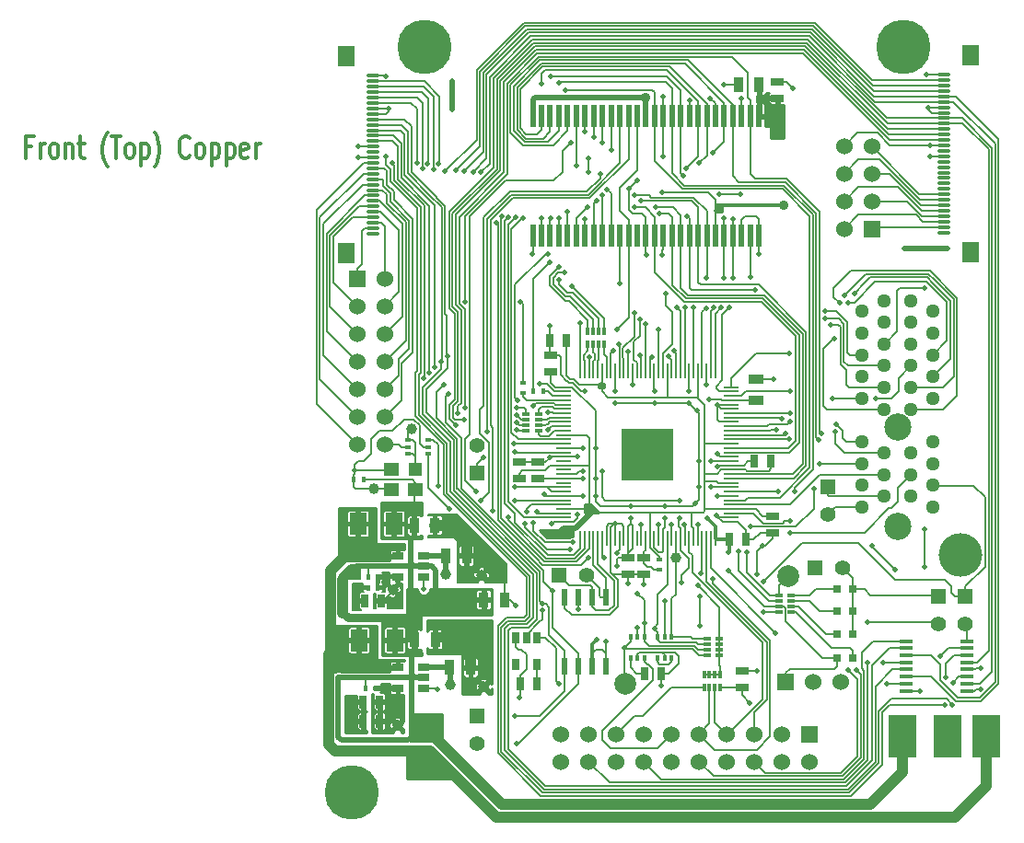
<source format=gtl>
G04 (created by PCBNEW-RS274X (2012-01-19 BZR 3256)-stable) date Mon 15 Oct 2012 16:25:21 BST*
G01*
G70*
G90*
%MOIN*%
G04 Gerber Fmt 3.4, Leading zero omitted, Abs format*
%FSLAX34Y34*%
G04 APERTURE LIST*
%ADD10C,0.006000*%
%ADD11C,0.012000*%
%ADD12R,0.060000X0.060000*%
%ADD13C,0.060000*%
%ADD14C,0.157500*%
%ADD15C,0.051200*%
%ADD16C,0.098400*%
%ADD17C,0.039400*%
%ADD18C,0.078700*%
%ADD19R,0.055000X0.055000*%
%ADD20C,0.055000*%
%ADD21R,0.031400X0.031400*%
%ADD22R,0.035000X0.055000*%
%ADD23R,0.055000X0.035000*%
%ADD24R,0.045000X0.025000*%
%ADD25R,0.025000X0.045000*%
%ADD26R,0.015700X0.023600*%
%ADD27R,0.023600X0.015700*%
%ADD28R,0.063000X0.074800*%
%ADD29O,0.049200X0.011800*%
%ADD30R,0.020000X0.059100*%
%ADD31R,0.027600X0.039400*%
%ADD32R,0.039400X0.027600*%
%ADD33R,0.098400X0.157500*%
%ADD34R,0.025600X0.011800*%
%ADD35R,0.011800X0.025600*%
%ADD36R,0.015700X0.019700*%
%ADD37R,0.023600X0.078700*%
%ADD38O,0.057100X0.007900*%
%ADD39O,0.007900X0.057100*%
%ADD40R,0.189000X0.189000*%
%ADD41R,0.060000X0.080000*%
%ADD42R,0.050000X0.015000*%
%ADD43R,0.055100X0.047200*%
%ADD44R,0.051200X0.047200*%
%ADD45C,0.196900*%
%ADD46R,0.019700X0.015700*%
%ADD47C,0.019700*%
%ADD48C,0.035400*%
%ADD49C,0.031500*%
%ADD50C,0.019700*%
%ADD51C,0.005900*%
%ADD52C,0.011800*%
%ADD53C,0.007900*%
%ADD54C,0.039400*%
%ADD55C,0.031500*%
%ADD56C,0.010000*%
G04 APERTURE END LIST*
G54D10*
G54D11*
X08186Y-24295D02*
X07986Y-24295D01*
X07986Y-24714D02*
X07986Y-23914D01*
X08272Y-23914D01*
X08500Y-24714D02*
X08500Y-24180D01*
X08500Y-24333D02*
X08528Y-24257D01*
X08557Y-24219D01*
X08614Y-24180D01*
X08671Y-24180D01*
X08957Y-24714D02*
X08899Y-24676D01*
X08871Y-24638D01*
X08842Y-24561D01*
X08842Y-24333D01*
X08871Y-24257D01*
X08899Y-24219D01*
X08957Y-24180D01*
X09042Y-24180D01*
X09099Y-24219D01*
X09128Y-24257D01*
X09157Y-24333D01*
X09157Y-24561D01*
X09128Y-24638D01*
X09099Y-24676D01*
X09042Y-24714D01*
X08957Y-24714D01*
X09414Y-24180D02*
X09414Y-24714D01*
X09414Y-24257D02*
X09442Y-24219D01*
X09500Y-24180D01*
X09585Y-24180D01*
X09642Y-24219D01*
X09671Y-24295D01*
X09671Y-24714D01*
X09871Y-24180D02*
X10100Y-24180D01*
X09957Y-23914D02*
X09957Y-24600D01*
X09985Y-24676D01*
X10043Y-24714D01*
X10100Y-24714D01*
X10928Y-25019D02*
X10900Y-24980D01*
X10843Y-24866D01*
X10814Y-24790D01*
X10785Y-24676D01*
X10757Y-24485D01*
X10757Y-24333D01*
X10785Y-24142D01*
X10814Y-24028D01*
X10843Y-23952D01*
X10900Y-23838D01*
X10928Y-23800D01*
X11071Y-23914D02*
X11414Y-23914D01*
X11243Y-24714D02*
X11243Y-23914D01*
X11700Y-24714D02*
X11642Y-24676D01*
X11614Y-24638D01*
X11585Y-24561D01*
X11585Y-24333D01*
X11614Y-24257D01*
X11642Y-24219D01*
X11700Y-24180D01*
X11785Y-24180D01*
X11842Y-24219D01*
X11871Y-24257D01*
X11900Y-24333D01*
X11900Y-24561D01*
X11871Y-24638D01*
X11842Y-24676D01*
X11785Y-24714D01*
X11700Y-24714D01*
X12157Y-24180D02*
X12157Y-24980D01*
X12157Y-24219D02*
X12214Y-24180D01*
X12328Y-24180D01*
X12385Y-24219D01*
X12414Y-24257D01*
X12443Y-24333D01*
X12443Y-24561D01*
X12414Y-24638D01*
X12385Y-24676D01*
X12328Y-24714D01*
X12214Y-24714D01*
X12157Y-24676D01*
X12643Y-25019D02*
X12671Y-24980D01*
X12728Y-24866D01*
X12757Y-24790D01*
X12786Y-24676D01*
X12814Y-24485D01*
X12814Y-24333D01*
X12786Y-24142D01*
X12757Y-24028D01*
X12728Y-23952D01*
X12671Y-23838D01*
X12643Y-23800D01*
X13900Y-24638D02*
X13871Y-24676D01*
X13785Y-24714D01*
X13728Y-24714D01*
X13643Y-24676D01*
X13585Y-24600D01*
X13557Y-24523D01*
X13528Y-24371D01*
X13528Y-24257D01*
X13557Y-24104D01*
X13585Y-24028D01*
X13643Y-23952D01*
X13728Y-23914D01*
X13785Y-23914D01*
X13871Y-23952D01*
X13900Y-23990D01*
X14243Y-24714D02*
X14185Y-24676D01*
X14157Y-24638D01*
X14128Y-24561D01*
X14128Y-24333D01*
X14157Y-24257D01*
X14185Y-24219D01*
X14243Y-24180D01*
X14328Y-24180D01*
X14385Y-24219D01*
X14414Y-24257D01*
X14443Y-24333D01*
X14443Y-24561D01*
X14414Y-24638D01*
X14385Y-24676D01*
X14328Y-24714D01*
X14243Y-24714D01*
X14700Y-24180D02*
X14700Y-24980D01*
X14700Y-24219D02*
X14757Y-24180D01*
X14871Y-24180D01*
X14928Y-24219D01*
X14957Y-24257D01*
X14986Y-24333D01*
X14986Y-24561D01*
X14957Y-24638D01*
X14928Y-24676D01*
X14871Y-24714D01*
X14757Y-24714D01*
X14700Y-24676D01*
X15243Y-24180D02*
X15243Y-24980D01*
X15243Y-24219D02*
X15300Y-24180D01*
X15414Y-24180D01*
X15471Y-24219D01*
X15500Y-24257D01*
X15529Y-24333D01*
X15529Y-24561D01*
X15500Y-24638D01*
X15471Y-24676D01*
X15414Y-24714D01*
X15300Y-24714D01*
X15243Y-24676D01*
X16014Y-24676D02*
X15957Y-24714D01*
X15843Y-24714D01*
X15786Y-24676D01*
X15757Y-24600D01*
X15757Y-24295D01*
X15786Y-24219D01*
X15843Y-24180D01*
X15957Y-24180D01*
X16014Y-24219D01*
X16043Y-24295D01*
X16043Y-24371D01*
X15757Y-24447D01*
X16300Y-24714D02*
X16300Y-24180D01*
X16300Y-24333D02*
X16328Y-24257D01*
X16357Y-24219D01*
X16414Y-24180D01*
X16471Y-24180D01*
G54D12*
X19976Y-29083D03*
G54D13*
X20976Y-29083D03*
X19976Y-30083D03*
X20976Y-30083D03*
X19976Y-31083D03*
X20976Y-31083D03*
X19976Y-32083D03*
X20976Y-32083D03*
X19976Y-33083D03*
X20976Y-33083D03*
X19976Y-34083D03*
X20976Y-34083D03*
X19976Y-35083D03*
X20976Y-35083D03*
G54D14*
X41811Y-39094D03*
G54D15*
X40807Y-33416D03*
X40020Y-33022D03*
X40807Y-32628D03*
X40020Y-32235D03*
X40807Y-31841D03*
X40020Y-31447D03*
X40807Y-31054D03*
X40020Y-30660D03*
X40807Y-30266D03*
X40020Y-29872D03*
X40020Y-33810D03*
G54D16*
X39528Y-34459D03*
G54D15*
X40808Y-34991D03*
X40020Y-35385D03*
X40808Y-35778D03*
X40020Y-36172D03*
X40808Y-36566D03*
X40020Y-36959D03*
X40808Y-37353D03*
X39036Y-29873D03*
X38249Y-30266D03*
X39036Y-30660D03*
X38249Y-31054D03*
X39036Y-31447D03*
X38249Y-31841D03*
X39036Y-32235D03*
X38249Y-32629D03*
X39036Y-33022D03*
X38249Y-33416D03*
X39036Y-33810D03*
X38249Y-34991D03*
X39036Y-35385D03*
X38249Y-35778D03*
X39036Y-36172D03*
X38249Y-36566D03*
X39036Y-36959D03*
X38249Y-37353D03*
G54D16*
X39528Y-38062D03*
G54D17*
X21929Y-34516D03*
G54D18*
X29685Y-43750D03*
X35591Y-39843D03*
G54D19*
X40994Y-40573D03*
G54D20*
X40994Y-41573D03*
G54D21*
X37333Y-42825D03*
X37923Y-42825D03*
X37333Y-41969D03*
X37923Y-41969D03*
X37333Y-41132D03*
X37923Y-41132D03*
X37333Y-40335D03*
X37923Y-40335D03*
G54D17*
X31496Y-39173D03*
X20571Y-36683D03*
G54D22*
X33763Y-22051D03*
X34513Y-22051D03*
G54D23*
X34419Y-33475D03*
X34419Y-32725D03*
G54D22*
X25296Y-40709D03*
X24546Y-40709D03*
X23326Y-43159D03*
X24076Y-43159D03*
X22796Y-42146D03*
X22046Y-42146D03*
X23184Y-39130D03*
X23934Y-39130D03*
X22788Y-38024D03*
X22038Y-38024D03*
G54D24*
X26988Y-32456D03*
X26988Y-31856D03*
X29774Y-39198D03*
X29774Y-39798D03*
G54D25*
X33430Y-38533D03*
X34030Y-38533D03*
G54D24*
X26506Y-36324D03*
X26506Y-35724D03*
G54D25*
X34956Y-35699D03*
X34356Y-35699D03*
G54D24*
X33902Y-43275D03*
X33902Y-43875D03*
X35000Y-37682D03*
X35000Y-38282D03*
X35189Y-21940D03*
X35189Y-22540D03*
X25827Y-36324D03*
X25827Y-35724D03*
G54D25*
X27534Y-31309D03*
X26934Y-31309D03*
X30379Y-43386D03*
X30979Y-43386D03*
X20255Y-40759D03*
X20855Y-40759D03*
X20182Y-44409D03*
X20782Y-44409D03*
G54D26*
X26693Y-33169D03*
X26339Y-33169D03*
X20724Y-39892D03*
X20370Y-39892D03*
X20366Y-40274D03*
X20720Y-40274D03*
X20640Y-43907D03*
X20286Y-43907D03*
X19847Y-36366D03*
X20201Y-36366D03*
G54D27*
X30896Y-39262D03*
X30896Y-39616D03*
X25980Y-32854D03*
X25980Y-33208D03*
G54D28*
X19590Y-21028D03*
X19590Y-28154D03*
G54D29*
X20554Y-27446D03*
X20554Y-27250D03*
X20554Y-27053D03*
X20554Y-26856D03*
X20554Y-26659D03*
X20554Y-26462D03*
X20554Y-26265D03*
X20554Y-26068D03*
X20554Y-25872D03*
X20554Y-25675D03*
X20554Y-25478D03*
X20554Y-25281D03*
X20554Y-25084D03*
X20554Y-24887D03*
X20555Y-24689D03*
X20554Y-24494D03*
X20554Y-24297D03*
X20554Y-24100D03*
X20554Y-23706D03*
X20554Y-23312D03*
X20554Y-22919D03*
X20554Y-23116D03*
X20554Y-23509D03*
X20554Y-23903D03*
X20554Y-22722D03*
X20554Y-22525D03*
X20554Y-22328D03*
X20554Y-22131D03*
X20554Y-21935D03*
X20554Y-21736D03*
G54D28*
X42186Y-28114D03*
X42186Y-20988D03*
G54D29*
X41222Y-21696D03*
X41222Y-21892D03*
X41222Y-22089D03*
X41222Y-22286D03*
X41222Y-22483D03*
X41222Y-22680D03*
X41222Y-22877D03*
X41222Y-23074D03*
X41222Y-23270D03*
X41222Y-23467D03*
X41222Y-23664D03*
X41222Y-23861D03*
X41222Y-24058D03*
X41222Y-24255D03*
X41221Y-24453D03*
X41222Y-24648D03*
X41222Y-24845D03*
X41222Y-25042D03*
X41222Y-25436D03*
X41222Y-25830D03*
X41222Y-26223D03*
X41222Y-26026D03*
X41222Y-25633D03*
X41222Y-25239D03*
X41222Y-26420D03*
X41222Y-26617D03*
X41222Y-26814D03*
X41222Y-27011D03*
X41222Y-27207D03*
X41222Y-27406D03*
G54D30*
X28978Y-43110D03*
X28478Y-43110D03*
X27978Y-43110D03*
X27478Y-43110D03*
X27478Y-40610D03*
X27978Y-40610D03*
X28478Y-40610D03*
X28978Y-40610D03*
G54D24*
X30354Y-39198D03*
X30354Y-39798D03*
G54D17*
X23327Y-43789D03*
X24547Y-43848D03*
X21427Y-45266D03*
X23189Y-39793D03*
X24478Y-39823D03*
X21270Y-40344D03*
G54D31*
X26094Y-42098D03*
X26468Y-42098D03*
X25720Y-42098D03*
X25720Y-43043D03*
X26468Y-43043D03*
G54D32*
X22386Y-43533D03*
X22386Y-43907D03*
X22386Y-43159D03*
X21441Y-43159D03*
X21441Y-43907D03*
X22386Y-39499D03*
X22386Y-39873D03*
X22386Y-39125D03*
X21441Y-39125D03*
X21441Y-39873D03*
G54D25*
X20182Y-45108D03*
X20782Y-45108D03*
G54D12*
X36346Y-45577D03*
G54D13*
X36346Y-46577D03*
X35346Y-45577D03*
X35346Y-46577D03*
X34346Y-45577D03*
X34346Y-46577D03*
X33346Y-45577D03*
X33346Y-46577D03*
X32346Y-45577D03*
X32346Y-46577D03*
X31346Y-45577D03*
X31346Y-46577D03*
X30346Y-45577D03*
X30346Y-46577D03*
X29346Y-45577D03*
X29346Y-46577D03*
X28346Y-45577D03*
X28346Y-46577D03*
X27346Y-45577D03*
X27346Y-46577D03*
G54D12*
X22343Y-46445D03*
G54D13*
X22343Y-45445D03*
G54D33*
X39720Y-45642D03*
X41334Y-45642D03*
X42751Y-45642D03*
G54D34*
X32630Y-42126D03*
X32630Y-42323D03*
X32630Y-42520D03*
X32630Y-42717D03*
X33083Y-42717D03*
X33083Y-42520D03*
X33083Y-42323D03*
X33083Y-42126D03*
G54D35*
X33120Y-43424D03*
X32923Y-43424D03*
X32726Y-43424D03*
X32529Y-43424D03*
X32529Y-43877D03*
X32726Y-43877D03*
X32923Y-43877D03*
X33120Y-43877D03*
X28907Y-31002D03*
X28710Y-31002D03*
X28513Y-31002D03*
X28316Y-31002D03*
X28316Y-31455D03*
X28513Y-31455D03*
X28710Y-31455D03*
X28907Y-31455D03*
G54D34*
X26543Y-34590D03*
X26543Y-34393D03*
X26543Y-34196D03*
X26543Y-33999D03*
X26090Y-33999D03*
X26090Y-34196D03*
X26090Y-34393D03*
X26090Y-34590D03*
G54D36*
X31094Y-42815D03*
X30838Y-42815D03*
X31350Y-42815D03*
X31350Y-42067D03*
X31094Y-42067D03*
X30838Y-42067D03*
X30118Y-42815D03*
X29862Y-42815D03*
X30374Y-42815D03*
X30374Y-42067D03*
X30118Y-42067D03*
X29862Y-42067D03*
G54D37*
X34517Y-23199D03*
X34202Y-23199D03*
X33887Y-23199D03*
X33572Y-23199D03*
X33257Y-23199D03*
X32942Y-23199D03*
X32627Y-23199D03*
X32312Y-23199D03*
X31997Y-23199D03*
X31682Y-23199D03*
X31367Y-23199D03*
X31052Y-23199D03*
X30737Y-23199D03*
X30423Y-23199D03*
X30108Y-23199D03*
X29793Y-23199D03*
X29478Y-23199D03*
X29163Y-23199D03*
X28848Y-23199D03*
X28533Y-23199D03*
X28218Y-23199D03*
X27903Y-23199D03*
X27588Y-23199D03*
X27273Y-23199D03*
X26958Y-23199D03*
X26643Y-23199D03*
X26328Y-23199D03*
X26328Y-27530D03*
X26643Y-27530D03*
X26958Y-27530D03*
X27273Y-27530D03*
X27588Y-27530D03*
X27903Y-27530D03*
X28218Y-27530D03*
X28533Y-27530D03*
X28848Y-27530D03*
X29163Y-27530D03*
X29478Y-27530D03*
X29793Y-27530D03*
X30108Y-27530D03*
X30423Y-27530D03*
X30737Y-27530D03*
X31052Y-27530D03*
X31367Y-27530D03*
X31682Y-27530D03*
X31997Y-27530D03*
X32312Y-27530D03*
X32627Y-27530D03*
X32942Y-27530D03*
X33257Y-27530D03*
X33572Y-27530D03*
X33887Y-27530D03*
X34202Y-27530D03*
X34517Y-27530D03*
G54D38*
X27459Y-33010D03*
X27459Y-33168D03*
X27459Y-33325D03*
X27459Y-33482D03*
X27459Y-33640D03*
X27459Y-33797D03*
X27459Y-33955D03*
X27459Y-34112D03*
X27459Y-34270D03*
X27459Y-34427D03*
X27459Y-34585D03*
X27459Y-34742D03*
X27459Y-34900D03*
X27459Y-35057D03*
X27459Y-35215D03*
X27459Y-35372D03*
X27459Y-35530D03*
X27459Y-35687D03*
X27459Y-35845D03*
X27459Y-36002D03*
X27459Y-36160D03*
X27459Y-36317D03*
X27459Y-36475D03*
X27459Y-36632D03*
X27459Y-36790D03*
X27459Y-36947D03*
X27459Y-37105D03*
X27459Y-37262D03*
X27459Y-37420D03*
X27459Y-37577D03*
X27459Y-37734D03*
X27459Y-37892D03*
G54D39*
X28049Y-38482D03*
X28207Y-38482D03*
X28364Y-38482D03*
X28521Y-38482D03*
X28679Y-38482D03*
X28836Y-38482D03*
X28994Y-38482D03*
X29151Y-38482D03*
X29309Y-38482D03*
X29466Y-38482D03*
X29624Y-38482D03*
X29781Y-38482D03*
X29939Y-38482D03*
X30096Y-38482D03*
X30254Y-38482D03*
X30411Y-38482D03*
X30569Y-38482D03*
X30726Y-38482D03*
X30884Y-38482D03*
X31041Y-38482D03*
X31199Y-38482D03*
X31356Y-38482D03*
X31514Y-38482D03*
X31671Y-38482D03*
X31829Y-38482D03*
X31986Y-38482D03*
X32144Y-38482D03*
X32301Y-38482D03*
X32459Y-38482D03*
X32616Y-38482D03*
X32773Y-38482D03*
X32931Y-38482D03*
G54D38*
X33521Y-37892D03*
X33521Y-37734D03*
X33521Y-37577D03*
X33521Y-37420D03*
X33521Y-37262D03*
X33521Y-37105D03*
X33521Y-36947D03*
X33521Y-36790D03*
X33521Y-36632D03*
X33521Y-36475D03*
X33521Y-36317D03*
X33521Y-36160D03*
X33521Y-36002D03*
X33521Y-35845D03*
X33521Y-35687D03*
X33521Y-35530D03*
X33521Y-35372D03*
X33521Y-35215D03*
X33521Y-35057D03*
X33521Y-34900D03*
X33521Y-34742D03*
X33521Y-34585D03*
X33521Y-34427D03*
X33521Y-34270D03*
X33521Y-34112D03*
X33521Y-33955D03*
X33521Y-33797D03*
X33521Y-33640D03*
X33521Y-33482D03*
X33521Y-33325D03*
X33521Y-33168D03*
X33521Y-33010D03*
G54D39*
X32931Y-32420D03*
X32773Y-32420D03*
X32616Y-32420D03*
X32459Y-32420D03*
X32301Y-32420D03*
X32144Y-32420D03*
X31986Y-32420D03*
X31829Y-32420D03*
X31671Y-32420D03*
X31514Y-32420D03*
X31356Y-32420D03*
X31199Y-32420D03*
X31041Y-32420D03*
X30884Y-32420D03*
X30726Y-32420D03*
X30569Y-32420D03*
X30411Y-32420D03*
X30254Y-32420D03*
X30096Y-32420D03*
X29939Y-32420D03*
X29781Y-32420D03*
X29624Y-32420D03*
X29466Y-32420D03*
X29309Y-32420D03*
X29151Y-32420D03*
X28994Y-32420D03*
X28836Y-32420D03*
X28679Y-32420D03*
X28521Y-32420D03*
X28364Y-32420D03*
X28207Y-32420D03*
X28049Y-32420D03*
G54D40*
X30490Y-35451D03*
G54D34*
X35235Y-40561D03*
X35235Y-40758D03*
X35235Y-40955D03*
X35235Y-41152D03*
X35688Y-41152D03*
X35688Y-40955D03*
X35688Y-40758D03*
X35688Y-40561D03*
G54D19*
X37008Y-36616D03*
G54D20*
X37008Y-37616D03*
G54D19*
X41988Y-40573D03*
G54D20*
X41988Y-41573D03*
G54D25*
X26461Y-43760D03*
X25861Y-43760D03*
G54D41*
X20000Y-37953D03*
X21300Y-37953D03*
X20039Y-42175D03*
X21339Y-42175D03*
G54D42*
X42031Y-44006D03*
X42031Y-43750D03*
X42031Y-43494D03*
X42031Y-43238D03*
X42031Y-42982D03*
X42031Y-42726D03*
X42031Y-42470D03*
X42031Y-42214D03*
X39827Y-42214D03*
X39827Y-42470D03*
X39827Y-42726D03*
X39827Y-42982D03*
X39827Y-43238D03*
X39827Y-43494D03*
X39827Y-43750D03*
X39827Y-44006D03*
G54D12*
X38594Y-27280D03*
G54D13*
X37594Y-27280D03*
X38594Y-26280D03*
X37594Y-26280D03*
X38594Y-25280D03*
X37594Y-25280D03*
X38594Y-24280D03*
X37594Y-24280D03*
G54D12*
X35486Y-43681D03*
G54D13*
X36486Y-43681D03*
X37486Y-43681D03*
G54D19*
X24311Y-44923D03*
G54D20*
X24311Y-45923D03*
G54D19*
X27266Y-39823D03*
G54D20*
X28266Y-39823D03*
G54D43*
X21201Y-36732D03*
X22067Y-36732D03*
G54D44*
X22067Y-35984D03*
G54D43*
X21201Y-35984D03*
G54D45*
X22417Y-20685D03*
X39752Y-20685D03*
X19776Y-47677D03*
G54D19*
X36557Y-39547D03*
G54D20*
X37557Y-39547D03*
G54D19*
X24301Y-36110D03*
G54D20*
X24301Y-35110D03*
G54D46*
X21803Y-35177D03*
X21803Y-34921D03*
X21803Y-35433D03*
X22551Y-35433D03*
X22551Y-35177D03*
X22551Y-34921D03*
G54D47*
X39787Y-27972D03*
X41343Y-27972D03*
X31998Y-22618D03*
G54D48*
X24370Y-41850D03*
X35177Y-23780D03*
G54D47*
X33425Y-38976D03*
X24045Y-43819D03*
X31102Y-37756D03*
X32785Y-35689D03*
X27972Y-41063D03*
X29370Y-39488D03*
G54D48*
X35394Y-26417D03*
G54D47*
X31102Y-40748D03*
X32352Y-35689D03*
X28602Y-36939D03*
X28159Y-36939D03*
X31988Y-33150D03*
X32311Y-40201D03*
X32200Y-37229D03*
X30728Y-33583D03*
X31988Y-33583D03*
X32707Y-33445D03*
X29882Y-37333D03*
X30118Y-41732D03*
X28976Y-42205D03*
X28150Y-36319D03*
X29311Y-33159D03*
X32776Y-36634D03*
X31093Y-37333D03*
X29311Y-33583D03*
X19793Y-44409D03*
X26732Y-36890D03*
X27953Y-37638D03*
X28652Y-42146D03*
G54D48*
X24076Y-42144D03*
G54D47*
X40502Y-29409D03*
X22386Y-40335D03*
X19882Y-36024D03*
X40354Y-44006D03*
X28602Y-36319D03*
X32352Y-36634D03*
X30728Y-33150D03*
X31020Y-25950D03*
X27008Y-37953D03*
X28150Y-35217D03*
G54D48*
X30423Y-22530D03*
G54D47*
X33888Y-22569D03*
X31024Y-28228D03*
X23356Y-41663D03*
X32638Y-37746D03*
G54D48*
X34941Y-23199D03*
G54D47*
X29882Y-37766D03*
X28602Y-35217D03*
X32283Y-33868D03*
X33425Y-39654D03*
X22874Y-43947D03*
X20030Y-43159D03*
X29480Y-29260D03*
X28049Y-30691D03*
X29390Y-30906D03*
X28366Y-31929D03*
X37969Y-29622D03*
X35646Y-33142D03*
X35339Y-34165D03*
X37185Y-33413D03*
X35646Y-34256D03*
X37319Y-34354D03*
X35157Y-34543D03*
X37264Y-34610D03*
X35642Y-38287D03*
X35646Y-37870D03*
X27709Y-24150D03*
X24280Y-36791D03*
X28850Y-24150D03*
X25433Y-37724D03*
X26465Y-37516D03*
X24882Y-37480D03*
X26874Y-28177D03*
X26870Y-34555D03*
X29161Y-24429D03*
X25780Y-33492D03*
X24673Y-34638D03*
X26886Y-33925D03*
X25679Y-37116D03*
X24459Y-37116D03*
X28780Y-25285D03*
X29026Y-25846D03*
X24547Y-35551D03*
X25669Y-35370D03*
X25640Y-35059D03*
X29996Y-30335D03*
X36917Y-30248D03*
X36921Y-30535D03*
X30201Y-30555D03*
X35622Y-31803D03*
X37736Y-29945D03*
X35642Y-33969D03*
X38740Y-33425D03*
X30413Y-30736D03*
X37122Y-30740D03*
X37236Y-31256D03*
X30886Y-30929D03*
X37598Y-29685D03*
X31240Y-31898D03*
X37449Y-29965D03*
X31433Y-31693D03*
X35463Y-34675D03*
X36781Y-34675D03*
X36673Y-34911D03*
X35610Y-34902D03*
X32835Y-24537D03*
X31142Y-29636D03*
X31555Y-30128D03*
X32343Y-24902D03*
X31890Y-25089D03*
X31831Y-30138D03*
X26646Y-26898D03*
X26642Y-22035D03*
X32146Y-30128D03*
X26961Y-21760D03*
X31772Y-25354D03*
X26961Y-26898D03*
X35207Y-36791D03*
X27272Y-21976D03*
X35797Y-36791D03*
X27276Y-26890D03*
X27496Y-22248D03*
X27591Y-26642D03*
X28307Y-26496D03*
X30000Y-26496D03*
X30906Y-26713D03*
X28209Y-26909D03*
X27903Y-25000D03*
X30768Y-26496D03*
X30256Y-26260D03*
X28642Y-26260D03*
X32626Y-29051D03*
X28858Y-26063D03*
X32608Y-30148D03*
X30020Y-26063D03*
X32874Y-30138D03*
X33258Y-26890D03*
X33256Y-29059D03*
X28533Y-23957D03*
X33573Y-26909D03*
X33150Y-30128D03*
X33575Y-29055D03*
X28219Y-23760D03*
X33435Y-30118D03*
X34202Y-29024D03*
X34183Y-44449D03*
X23100Y-32913D03*
X26585Y-32894D03*
X26665Y-40846D03*
X25679Y-44921D03*
X27047Y-40384D03*
X26329Y-33701D03*
X23287Y-33248D03*
X25728Y-45915D03*
X33768Y-38961D03*
X27685Y-38898D03*
X26043Y-37941D03*
X26110Y-37528D03*
X34063Y-38984D03*
X32844Y-39961D03*
X32421Y-39754D03*
X35118Y-41909D03*
X24459Y-25226D03*
X25974Y-26890D03*
X25709Y-26860D03*
X24161Y-25217D03*
X23839Y-25197D03*
X25453Y-26841D03*
X25197Y-26831D03*
X23531Y-25165D03*
X28909Y-39181D03*
X23134Y-25201D03*
X28327Y-39181D03*
X25000Y-27057D03*
X29232Y-31693D03*
X23228Y-31886D03*
X23012Y-32087D03*
X29433Y-31441D03*
X22791Y-32283D03*
X29791Y-31705D03*
X30197Y-31858D03*
X22591Y-32480D03*
X30630Y-31909D03*
X22386Y-32697D03*
X42530Y-43189D03*
X38041Y-43268D03*
X38435Y-42982D03*
X39016Y-42982D03*
X37736Y-43268D03*
X41083Y-42766D03*
X23539Y-34378D03*
X25752Y-34555D03*
X23858Y-34173D03*
X25748Y-34291D03*
X22134Y-24898D03*
X21240Y-24894D03*
X41524Y-44524D03*
X41528Y-43709D03*
X27732Y-29346D03*
X21004Y-24665D03*
X27283Y-29134D03*
X22331Y-25102D03*
X41260Y-43512D03*
X41236Y-44520D03*
X22902Y-36575D03*
X25677Y-36638D03*
X27768Y-38638D03*
X26350Y-37933D03*
X36703Y-35778D03*
X34205Y-38067D03*
X36506Y-36693D03*
X23323Y-37417D03*
X30108Y-40472D03*
X30374Y-41545D03*
X29360Y-39006D03*
X28209Y-33169D03*
X23394Y-21925D03*
X23394Y-22941D03*
X31909Y-26811D03*
X33012Y-33642D03*
X19951Y-39823D03*
X21093Y-22923D03*
X31348Y-37992D03*
X26933Y-30791D03*
X31055Y-22496D03*
X33061Y-26024D03*
X29772Y-40114D03*
G54D48*
X31172Y-36132D03*
G54D47*
X40640Y-22874D03*
X34382Y-29484D03*
X21024Y-37303D03*
X34433Y-43280D03*
X33829Y-26024D03*
X26323Y-28189D03*
X40512Y-39508D03*
X25856Y-44242D03*
X30980Y-43835D03*
X40699Y-24646D03*
X20020Y-24685D03*
X26929Y-35571D03*
G54D48*
X30522Y-35482D03*
G54D47*
X29311Y-37953D03*
G54D49*
X23799Y-41106D03*
G54D47*
X30876Y-37982D03*
X32992Y-37648D03*
X30433Y-28228D03*
G54D48*
X29754Y-34734D03*
G54D47*
X34646Y-38740D03*
X35740Y-22173D03*
G54D48*
X29724Y-36171D03*
G54D47*
X20020Y-24291D03*
X30354Y-40161D03*
G54D49*
X23181Y-40441D03*
G54D47*
X32390Y-40602D03*
X33012Y-35876D03*
X21614Y-37303D03*
X34508Y-28199D03*
X30108Y-25522D03*
X35047Y-32724D03*
X28337Y-24734D03*
X29941Y-32933D03*
X33228Y-22051D03*
X28337Y-25236D03*
X32756Y-22547D03*
X31059Y-24646D03*
X30256Y-37992D03*
X27933Y-35531D03*
X33012Y-36949D03*
X40571Y-21693D03*
X32303Y-37992D03*
X33012Y-35433D03*
X40512Y-38150D03*
X31821Y-37982D03*
X32618Y-32933D03*
X39154Y-43740D03*
X40699Y-24252D03*
X34433Y-39776D03*
G54D48*
X22037Y-37382D03*
G54D47*
X21024Y-21742D03*
X29793Y-25827D03*
G54D48*
X31201Y-34744D03*
G54D49*
X24012Y-40476D03*
G54D47*
X38593Y-38770D03*
X39439Y-39626D03*
X32386Y-41650D03*
X38455Y-41535D03*
X30728Y-41762D03*
X27480Y-28868D03*
X22524Y-24909D03*
X26929Y-28494D03*
X22925Y-24906D03*
X42530Y-43947D03*
X27274Y-28652D03*
X22728Y-25118D03*
X23862Y-29906D03*
X25886Y-29906D03*
X23866Y-33768D03*
X25756Y-33768D03*
X25756Y-34028D03*
X23626Y-33957D03*
X27274Y-43750D03*
X29646Y-42451D03*
X28130Y-36053D03*
X28829Y-36053D03*
X34673Y-40051D03*
X31644Y-37756D03*
X31713Y-40098D03*
X31644Y-37106D03*
X34673Y-41157D03*
G54D48*
X25063Y-39756D03*
G54D47*
X19909Y-40760D03*
X25724Y-40921D03*
G54D48*
X27004Y-38343D03*
X24787Y-39228D03*
G54D47*
X26677Y-41102D03*
G54D50*
X39787Y-27972D02*
X41343Y-27972D01*
G54D51*
X31997Y-23199D02*
X31997Y-22619D01*
X31997Y-22619D02*
X31998Y-22618D01*
X34726Y-40955D02*
X35235Y-40955D01*
X29370Y-39252D02*
X29424Y-39198D01*
X24045Y-43819D02*
X24076Y-43788D01*
X39036Y-31447D02*
X39065Y-31447D01*
G54D52*
X33430Y-38533D02*
X32982Y-38533D01*
G54D51*
X26988Y-32844D02*
X26988Y-32456D01*
X28148Y-35215D02*
X27459Y-35215D01*
X30726Y-33148D02*
X30728Y-33150D01*
X28612Y-42530D02*
X28478Y-42664D01*
X32787Y-35687D02*
X33521Y-35687D01*
X28148Y-36317D02*
X28150Y-36319D01*
G54D53*
X31988Y-33583D02*
X30728Y-33583D01*
X29882Y-37333D02*
X31093Y-37333D01*
G54D52*
X35147Y-23219D02*
X34941Y-23219D01*
G54D50*
X24076Y-42610D02*
X23612Y-42146D01*
G54D51*
X29781Y-38054D02*
X29872Y-37963D01*
X24076Y-43788D02*
X24076Y-43159D01*
G54D53*
X31094Y-42067D02*
X31094Y-40756D01*
G54D51*
X31041Y-38142D02*
X31102Y-38081D01*
G54D53*
X28978Y-43110D02*
X28978Y-42207D01*
G54D52*
X32931Y-38039D02*
X32638Y-37746D01*
G54D51*
X34645Y-22540D02*
X34513Y-22672D01*
X31986Y-33148D02*
X31986Y-32420D01*
X33083Y-40973D02*
X33083Y-42126D01*
X35465Y-41497D02*
X36793Y-42825D01*
G54D52*
X33430Y-38533D02*
X33430Y-38971D01*
G54D51*
X26789Y-36947D02*
X26732Y-36890D01*
G54D52*
X34941Y-23219D02*
X34537Y-23219D01*
G54D51*
X28978Y-43110D02*
X28978Y-42649D01*
X39626Y-29409D02*
X40502Y-29409D01*
X39508Y-31004D02*
X39508Y-29527D01*
X37333Y-42825D02*
X37333Y-43110D01*
X37234Y-43209D02*
X35640Y-43209D01*
X33130Y-33445D02*
X32707Y-33445D01*
X31986Y-33148D02*
X31988Y-33150D01*
X32942Y-26210D02*
X32682Y-25950D01*
G54D53*
X30118Y-42067D02*
X30118Y-41732D01*
G54D51*
X29939Y-38840D02*
X29939Y-38482D01*
X31053Y-38494D02*
X31041Y-38482D01*
G54D53*
X31093Y-37333D02*
X32096Y-37333D01*
G54D51*
X35147Y-23219D02*
X35147Y-22582D01*
X29774Y-39198D02*
X29774Y-39005D01*
G54D53*
X32096Y-37333D02*
X32200Y-37229D01*
X28602Y-36939D02*
X28602Y-37145D01*
G54D51*
X34513Y-22672D02*
X34513Y-23195D01*
G54D53*
X28602Y-37145D02*
X28790Y-37333D01*
X31094Y-40756D02*
X31102Y-40748D01*
G54D51*
X28978Y-42649D02*
X28859Y-42530D01*
G54D53*
X28602Y-35217D02*
X28602Y-33947D01*
G54D51*
X32923Y-43424D02*
X33120Y-43424D01*
G54D52*
X32982Y-38533D02*
X32931Y-38482D01*
G54D51*
X19882Y-36150D02*
X19882Y-36024D01*
G54D50*
X23612Y-42146D02*
X22796Y-42146D01*
G54D53*
X32283Y-33868D02*
X32278Y-33873D01*
G54D50*
X22873Y-42146D02*
X22796Y-42146D01*
G54D51*
X28151Y-36947D02*
X28159Y-36939D01*
X27154Y-33010D02*
X26988Y-32844D01*
X29370Y-39488D02*
X29370Y-39252D01*
X35408Y-40955D02*
X35465Y-41012D01*
X34513Y-23195D02*
X34517Y-23199D01*
X30890Y-38986D02*
X31014Y-38986D01*
G54D53*
X32352Y-37077D02*
X32352Y-36634D01*
G54D51*
X32778Y-36632D02*
X32776Y-36634D01*
X19896Y-36683D02*
X19847Y-36634D01*
X19847Y-36185D02*
X19882Y-36150D01*
X33083Y-42520D02*
X33083Y-42323D01*
X27754Y-33010D02*
X28602Y-33858D01*
X28602Y-33858D02*
X28602Y-33947D01*
X27459Y-33010D02*
X27154Y-33010D01*
X28859Y-42530D02*
X28612Y-42530D01*
X32529Y-43424D02*
X32726Y-43424D01*
G54D53*
X32352Y-35689D02*
X32352Y-33947D01*
G54D51*
X35189Y-22540D02*
X34645Y-22540D01*
G54D53*
X28978Y-42207D02*
X28976Y-42205D01*
G54D51*
X31053Y-38947D02*
X31053Y-38494D01*
G54D50*
X24076Y-43159D02*
X24076Y-42610D01*
G54D53*
X27459Y-36947D02*
X28151Y-36947D01*
X29311Y-33159D02*
X29309Y-33157D01*
G54D51*
X31102Y-38081D02*
X31102Y-37756D01*
X28148Y-35215D02*
X28150Y-35217D01*
G54D53*
X32278Y-33873D02*
X31988Y-33583D01*
G54D51*
X39827Y-44006D02*
X40354Y-44006D01*
G54D53*
X28790Y-37333D02*
X29882Y-37333D01*
G54D51*
X22386Y-39873D02*
X22386Y-40335D01*
X32778Y-36632D02*
X33521Y-36632D01*
X27953Y-37756D02*
X27953Y-37638D01*
X33167Y-33482D02*
X33130Y-33445D01*
X29424Y-39198D02*
X29774Y-39198D01*
G54D54*
X24370Y-41850D02*
X24076Y-42144D01*
G54D51*
X27817Y-37892D02*
X27953Y-37756D01*
G54D53*
X32352Y-36634D02*
X32352Y-35689D01*
G54D51*
X29774Y-39005D02*
X29939Y-38840D01*
X27069Y-37892D02*
X27008Y-37953D01*
X27452Y-36324D02*
X27459Y-36317D01*
G54D52*
X33430Y-38971D02*
X33425Y-38976D01*
G54D51*
X34941Y-23385D02*
X35089Y-23533D01*
X33083Y-42323D02*
X33083Y-42126D01*
X29781Y-38482D02*
X29781Y-38054D01*
X27459Y-37892D02*
X27817Y-37892D01*
X35465Y-41012D02*
X35465Y-41497D01*
G54D52*
X32931Y-38482D02*
X32931Y-38039D01*
G54D51*
X30314Y-22539D02*
X30305Y-22530D01*
G54D50*
X26328Y-23199D02*
X26328Y-22599D01*
X30305Y-22530D02*
X26397Y-22530D01*
X26397Y-22530D02*
X26328Y-22599D01*
G54D51*
X33521Y-33482D02*
X34412Y-33482D01*
X31041Y-38482D02*
X31041Y-38142D01*
X32726Y-43424D02*
X32923Y-43424D01*
X20571Y-36683D02*
X21152Y-36683D01*
X35089Y-23533D02*
X35177Y-23780D01*
X35640Y-43209D02*
X35486Y-43363D01*
X39508Y-29527D02*
X39626Y-29409D01*
X33887Y-23199D02*
X33887Y-22570D01*
G54D53*
X30728Y-33583D02*
X29311Y-33583D01*
G54D51*
X27978Y-41057D02*
X27972Y-41063D01*
X29939Y-38019D02*
X29939Y-38482D01*
X19847Y-36634D02*
X19847Y-36366D01*
X20476Y-35433D02*
X20216Y-35693D01*
X20216Y-35693D02*
X20019Y-35693D01*
X20019Y-35693D02*
X19882Y-35830D01*
X19882Y-35830D02*
X19882Y-36024D01*
X22551Y-35177D02*
X22366Y-35177D01*
X20476Y-34898D02*
X20476Y-35430D01*
X20787Y-34587D02*
X20476Y-34898D01*
X21259Y-34587D02*
X20787Y-34587D01*
X21669Y-34177D02*
X21259Y-34587D01*
X22018Y-34177D02*
X21669Y-34177D01*
X22232Y-34391D02*
X22018Y-34177D01*
X22232Y-35043D02*
X22232Y-34391D01*
X22366Y-35177D02*
X22232Y-35043D01*
X20476Y-35430D02*
X20476Y-35433D01*
X20571Y-36683D02*
X19896Y-36683D01*
X34537Y-23219D02*
X34517Y-23199D01*
X19847Y-36366D02*
X19847Y-36185D01*
X31024Y-28050D02*
X31052Y-28022D01*
X20182Y-44409D02*
X19793Y-44409D01*
X27459Y-37892D02*
X27069Y-37892D01*
G54D50*
X30305Y-22530D02*
X30423Y-22530D01*
X30423Y-22530D02*
X30423Y-23199D01*
G54D51*
X33887Y-22570D02*
X33888Y-22569D01*
X33120Y-43424D02*
X33120Y-43132D01*
G54D50*
X23356Y-41663D02*
X22873Y-42146D01*
G54D51*
X30726Y-38822D02*
X30890Y-38986D01*
G54D53*
X29309Y-33157D02*
X29309Y-32420D01*
G54D51*
X34412Y-33482D02*
X34419Y-33475D01*
X34941Y-23199D02*
X34941Y-23385D01*
X31052Y-28022D02*
X31052Y-27530D01*
X27978Y-40610D02*
X27978Y-41057D01*
X35147Y-22582D02*
X35189Y-22540D01*
X31014Y-38986D02*
X31053Y-38947D01*
X35235Y-40955D02*
X35408Y-40955D01*
X31024Y-28228D02*
X31024Y-28050D01*
X26506Y-36324D02*
X27452Y-36324D01*
G54D50*
X34941Y-23199D02*
X34941Y-23219D01*
G54D52*
X32942Y-26625D02*
X33150Y-26417D01*
G54D53*
X32352Y-33947D02*
X32278Y-33873D01*
G54D51*
X35486Y-43363D02*
X35486Y-43681D01*
X33083Y-42717D02*
X33083Y-42520D01*
X34513Y-22051D02*
X34513Y-23195D01*
G54D54*
X24076Y-43159D02*
X24076Y-42144D01*
G54D51*
X29872Y-37963D02*
X29882Y-37963D01*
X29883Y-37963D02*
X29939Y-38019D01*
G54D53*
X32200Y-37229D02*
X32352Y-37077D01*
G54D51*
X33120Y-43132D02*
X33083Y-43095D01*
G54D53*
X32942Y-27530D02*
X32942Y-26625D01*
G54D52*
X28478Y-42320D02*
X28478Y-43110D01*
G54D53*
X28602Y-36319D02*
X28602Y-36939D01*
G54D51*
X36793Y-42825D02*
X37333Y-42825D01*
X33521Y-33482D02*
X33167Y-33482D01*
X30726Y-33148D02*
X30726Y-32420D01*
X32942Y-26625D02*
X32942Y-26210D01*
X39065Y-31447D02*
X39508Y-31004D01*
X28148Y-36317D02*
X27459Y-36317D01*
X30726Y-38482D02*
X30726Y-38822D01*
X33083Y-43095D02*
X33083Y-42717D01*
X37333Y-43110D02*
X37234Y-43209D01*
X29882Y-37963D02*
X29883Y-37963D01*
X32311Y-40201D02*
X33083Y-40973D01*
X27459Y-33010D02*
X27754Y-33010D01*
X29781Y-39191D02*
X29774Y-39198D01*
X29882Y-37766D02*
X29882Y-37963D01*
X28478Y-42664D02*
X28478Y-43110D01*
X29781Y-38482D02*
X29781Y-39191D01*
X32682Y-25950D02*
X31020Y-25950D01*
X33425Y-39654D02*
X34726Y-40955D01*
G54D52*
X33150Y-26417D02*
X35394Y-26417D01*
G54D51*
X21152Y-36683D02*
X21201Y-36732D01*
G54D52*
X28652Y-42146D02*
X28478Y-42320D01*
G54D53*
X28602Y-36319D02*
X28602Y-35217D01*
G54D51*
X21161Y-36024D02*
X21201Y-35984D01*
X19882Y-36024D02*
X21161Y-36024D01*
G54D53*
X27459Y-36947D02*
X26789Y-36947D01*
G54D51*
X32787Y-35687D02*
X32785Y-35689D01*
G54D54*
X22604Y-46181D02*
X19173Y-46181D01*
X19004Y-39667D02*
X19004Y-42600D01*
X18934Y-45942D02*
X18934Y-42684D01*
X18934Y-45942D02*
X19173Y-46181D01*
G54D51*
X19774Y-38996D02*
X20088Y-38682D01*
G54D54*
X19675Y-38996D02*
X19004Y-39667D01*
G54D51*
X19675Y-38996D02*
X19774Y-38996D01*
G54D54*
X18927Y-42677D02*
X19004Y-42600D01*
X18927Y-42677D02*
X18934Y-42684D01*
X42751Y-47470D02*
X42751Y-45642D01*
G54D51*
X21441Y-43159D02*
X20030Y-43159D01*
X22834Y-43907D02*
X22386Y-43907D01*
G54D54*
X25020Y-48597D02*
X41624Y-48597D01*
X41624Y-48597D02*
X42751Y-47470D01*
G54D51*
X22874Y-43947D02*
X22834Y-43907D01*
G54D54*
X25020Y-48597D02*
X22604Y-46181D01*
G54D51*
X29488Y-27540D02*
X29488Y-29252D01*
X29480Y-29260D02*
X29488Y-29252D01*
X28049Y-32420D02*
X28049Y-30691D01*
X29488Y-27540D02*
X29478Y-27530D01*
X28364Y-31931D02*
X28366Y-31929D01*
X29793Y-30503D02*
X29793Y-27530D01*
X29390Y-30906D02*
X29793Y-30503D01*
X28364Y-32420D02*
X28364Y-31931D01*
X29469Y-25797D02*
X29469Y-26615D01*
X29469Y-26615D02*
X29793Y-26939D01*
X29793Y-26939D02*
X29793Y-27530D01*
X30108Y-23199D02*
X30108Y-25158D01*
X30108Y-25158D02*
X29469Y-25797D01*
X38356Y-29223D02*
X38544Y-29035D01*
X38544Y-29035D02*
X40595Y-29035D01*
X40595Y-29035D02*
X40812Y-29252D01*
X40812Y-29252D02*
X40812Y-29247D01*
X38356Y-29226D02*
X38356Y-29223D01*
X37969Y-29622D02*
X37969Y-29613D01*
X41445Y-29880D02*
X41445Y-31990D01*
X41445Y-31990D02*
X40807Y-32628D01*
X33864Y-33325D02*
X34035Y-33154D01*
X40812Y-29247D02*
X41445Y-29880D01*
X37969Y-29613D02*
X38356Y-29226D01*
X33521Y-33325D02*
X33864Y-33325D01*
X35634Y-33154D02*
X35646Y-33142D01*
X34035Y-33154D02*
X35634Y-33154D01*
X35286Y-34112D02*
X35339Y-34165D01*
X33521Y-34112D02*
X35286Y-34112D01*
X37188Y-33416D02*
X37185Y-33413D01*
X38249Y-33416D02*
X37188Y-33416D01*
X37319Y-34354D02*
X37539Y-34574D01*
X38240Y-35000D02*
X38249Y-34991D01*
X34793Y-34427D02*
X34866Y-34354D01*
X33521Y-34427D02*
X34793Y-34427D01*
X37539Y-34574D02*
X37539Y-34850D01*
X37539Y-34850D02*
X37689Y-35000D01*
X35548Y-34354D02*
X35646Y-34256D01*
X34866Y-34354D02*
X35548Y-34354D01*
X37689Y-35000D02*
X38240Y-35000D01*
X37287Y-34633D02*
X37287Y-35066D01*
X34945Y-34543D02*
X35157Y-34543D01*
X37606Y-35385D02*
X37287Y-35066D01*
X37606Y-35385D02*
X39036Y-35385D01*
X34903Y-34585D02*
X34945Y-34543D01*
X33521Y-34585D02*
X34903Y-34585D01*
X37264Y-34610D02*
X37287Y-34633D01*
X39036Y-36172D02*
X36722Y-36172D01*
X35636Y-37262D02*
X35636Y-37258D01*
X35636Y-37262D02*
X33521Y-37262D01*
X36722Y-36172D02*
X35636Y-37258D01*
X39528Y-36664D02*
X40020Y-36172D01*
X39528Y-37165D02*
X39528Y-36664D01*
X38327Y-38287D02*
X39222Y-37392D01*
X39222Y-37392D02*
X39301Y-37392D01*
X39301Y-37392D02*
X39528Y-37165D01*
X33521Y-37577D02*
X34320Y-37577D01*
X34689Y-37946D02*
X34320Y-37577D01*
X35449Y-37870D02*
X35373Y-37946D01*
X38327Y-38287D02*
X35642Y-38287D01*
X35373Y-37946D02*
X34689Y-37946D01*
X35646Y-37870D02*
X35449Y-37870D01*
X27394Y-25208D02*
X27071Y-25531D01*
X23886Y-34878D02*
X23886Y-36397D01*
X25433Y-37832D02*
X25433Y-37724D01*
X28207Y-38482D02*
X28207Y-38855D01*
X28848Y-24148D02*
X28850Y-24150D01*
X27709Y-24150D02*
X27394Y-24465D01*
X27854Y-39208D02*
X26809Y-39208D01*
X28207Y-38855D02*
X27854Y-39208D01*
X23886Y-36397D02*
X24280Y-36791D01*
X24056Y-26818D02*
X24056Y-34708D01*
X25343Y-25531D02*
X24056Y-26818D01*
X27071Y-25531D02*
X25343Y-25531D01*
X28848Y-23199D02*
X28848Y-24148D01*
X26809Y-39208D02*
X25433Y-37832D01*
X24056Y-34708D02*
X23886Y-34878D01*
X27394Y-24465D02*
X27394Y-25208D01*
X24793Y-26964D02*
X24793Y-34399D01*
X28387Y-26161D02*
X25596Y-26161D01*
X24866Y-34472D02*
X24866Y-37464D01*
X29793Y-23199D02*
X29793Y-24755D01*
X25596Y-26161D02*
X24793Y-26964D01*
X24866Y-37464D02*
X24882Y-37480D01*
X29793Y-24755D02*
X28387Y-26161D01*
X26526Y-37577D02*
X27459Y-37577D01*
X24793Y-34399D02*
X24866Y-34472D01*
X26526Y-37577D02*
X26465Y-37516D01*
X26998Y-34427D02*
X26870Y-34555D01*
X25681Y-29295D02*
X25681Y-33393D01*
X27459Y-34427D02*
X26998Y-34427D01*
X29163Y-24427D02*
X29163Y-23199D01*
X25681Y-29295D02*
X26799Y-28177D01*
X29161Y-24429D02*
X29163Y-24427D01*
X25681Y-33393D02*
X25780Y-33492D01*
X26799Y-28177D02*
X26874Y-28177D01*
X29478Y-24898D02*
X29478Y-23199D01*
X25545Y-26040D02*
X24672Y-26913D01*
X24672Y-26913D02*
X24672Y-34637D01*
X26886Y-33925D02*
X27055Y-33925D01*
X27055Y-33925D02*
X27085Y-33955D01*
X27085Y-33955D02*
X27459Y-33955D01*
X28336Y-26040D02*
X25545Y-26040D01*
X29478Y-24898D02*
X28336Y-26040D01*
X24672Y-34637D02*
X24673Y-34638D01*
X24419Y-33819D02*
X24419Y-34694D01*
X29163Y-27530D02*
X29163Y-25983D01*
X27459Y-37105D02*
X25690Y-37105D01*
X24419Y-34694D02*
X24738Y-35013D01*
X29163Y-25983D02*
X29026Y-25846D01*
X28780Y-25285D02*
X28760Y-25305D01*
X28285Y-25919D02*
X25495Y-25919D01*
X24738Y-36837D02*
X24459Y-37116D01*
X28760Y-25444D02*
X28285Y-25919D01*
X24551Y-26863D02*
X24551Y-33687D01*
X25495Y-25919D02*
X24551Y-26863D01*
X28760Y-25305D02*
X28760Y-25444D01*
X24551Y-33687D02*
X24419Y-33819D01*
X24738Y-35013D02*
X24738Y-36837D01*
X25679Y-37116D02*
X25690Y-37105D01*
X27459Y-35372D02*
X25671Y-35372D01*
X24301Y-35797D02*
X24301Y-36110D01*
X24547Y-35551D02*
X24301Y-35797D01*
X25671Y-35372D02*
X25669Y-35370D01*
X27459Y-35057D02*
X25642Y-35057D01*
X25642Y-35057D02*
X25640Y-35059D01*
X38239Y-31851D02*
X38249Y-31841D01*
X37709Y-31753D02*
X37807Y-31851D01*
X29587Y-31594D02*
X29996Y-31185D01*
X29996Y-31185D02*
X29996Y-30335D01*
X37303Y-30248D02*
X37709Y-30654D01*
X29587Y-31937D02*
X29587Y-31594D01*
X29624Y-31974D02*
X29587Y-31937D01*
X37709Y-30654D02*
X37709Y-31753D01*
X29624Y-32420D02*
X29624Y-31974D01*
X36917Y-30248D02*
X37303Y-30248D01*
X37807Y-31851D02*
X38239Y-31851D01*
X37588Y-32091D02*
X37732Y-32235D01*
X37588Y-30705D02*
X37588Y-32091D01*
X29992Y-31362D02*
X30201Y-31153D01*
X29992Y-32015D02*
X29992Y-31362D01*
X30201Y-31153D02*
X30201Y-30555D01*
X36921Y-30535D02*
X37418Y-30535D01*
X39036Y-32235D02*
X37732Y-32235D01*
X37418Y-30535D02*
X37588Y-30705D01*
X30096Y-32119D02*
X29992Y-32015D01*
X30096Y-32119D02*
X30096Y-32420D01*
X37736Y-29945D02*
X37968Y-29945D01*
X40591Y-29203D02*
X38710Y-29203D01*
X41310Y-29922D02*
X40591Y-29203D01*
X40807Y-31841D02*
X41315Y-31333D01*
X41315Y-29922D02*
X41315Y-31333D01*
X41315Y-29922D02*
X41310Y-29922D01*
X38710Y-29203D02*
X37968Y-29945D01*
X33521Y-32680D02*
X34398Y-31803D01*
X33521Y-33010D02*
X33521Y-32680D01*
X34398Y-31803D02*
X35622Y-31803D01*
X33521Y-33955D02*
X35628Y-33955D01*
X39567Y-33169D02*
X39567Y-32688D01*
X39567Y-33169D02*
X39321Y-33415D01*
X38740Y-33425D02*
X38750Y-33415D01*
X39321Y-33415D02*
X38750Y-33415D01*
X39567Y-32688D02*
X40020Y-32235D01*
X35628Y-33955D02*
X35642Y-33969D01*
X37780Y-33022D02*
X37681Y-32923D01*
X37780Y-33022D02*
X39036Y-33022D01*
X37467Y-32172D02*
X37681Y-32386D01*
X37681Y-32386D02*
X37681Y-32923D01*
X30411Y-32420D02*
X30411Y-30738D01*
X37122Y-30740D02*
X37372Y-30740D01*
X37467Y-30835D02*
X37467Y-32172D01*
X30411Y-30738D02*
X30413Y-30736D01*
X37372Y-30740D02*
X37467Y-30835D01*
X36832Y-33678D02*
X36973Y-33819D01*
X39027Y-33819D02*
X39036Y-33810D01*
X37212Y-31256D02*
X36832Y-31636D01*
X37236Y-31256D02*
X37212Y-31256D01*
X36973Y-33819D02*
X39027Y-33819D01*
X30884Y-30931D02*
X30886Y-30929D01*
X36832Y-31636D02*
X36832Y-33678D01*
X30884Y-32420D02*
X30884Y-30931D01*
X41175Y-33022D02*
X40020Y-33022D01*
X41566Y-32631D02*
X41175Y-33022D01*
X41566Y-29829D02*
X41566Y-32631D01*
X40869Y-29132D02*
X41566Y-29829D01*
X40869Y-29127D02*
X40656Y-28914D01*
X40656Y-28914D02*
X38369Y-28914D01*
X38369Y-28914D02*
X37598Y-29685D01*
X40869Y-29132D02*
X40869Y-29127D01*
X31356Y-32014D02*
X31240Y-31898D01*
X31356Y-32014D02*
X31356Y-32420D01*
X31514Y-31774D02*
X31433Y-31693D01*
X31514Y-32420D02*
X31514Y-31774D01*
X41687Y-29773D02*
X40707Y-28793D01*
X40707Y-28793D02*
X37851Y-28793D01*
X37851Y-28793D02*
X37618Y-29026D01*
X37618Y-29026D02*
X37618Y-29024D01*
X41687Y-29773D02*
X41687Y-33309D01*
X37449Y-29965D02*
X37224Y-29740D01*
X37224Y-29418D02*
X37618Y-29024D01*
X37224Y-29740D02*
X37224Y-29418D01*
X40020Y-33810D02*
X41186Y-33810D01*
X41687Y-33309D02*
X41186Y-33810D01*
X26537Y-21040D02*
X25518Y-22059D01*
X34202Y-23199D02*
X34202Y-22619D01*
X34202Y-22619D02*
X34118Y-22535D01*
X25518Y-23782D02*
X25990Y-24254D01*
X35513Y-25464D02*
X36711Y-26662D01*
X35396Y-34742D02*
X33521Y-34742D01*
X34118Y-22535D02*
X34118Y-21610D01*
X35463Y-34675D02*
X35396Y-34742D01*
X33548Y-21040D02*
X26537Y-21040D01*
X36711Y-34605D02*
X36781Y-34675D01*
X34202Y-25296D02*
X34370Y-25464D01*
X34118Y-21610D02*
X33548Y-21040D01*
X36711Y-26662D02*
X36711Y-34605D01*
X27588Y-23735D02*
X27588Y-23199D01*
X25518Y-22059D02*
X25518Y-23782D01*
X34202Y-23199D02*
X34202Y-25296D01*
X25990Y-24254D02*
X27069Y-24254D01*
X27069Y-24254D02*
X27588Y-23735D01*
X34370Y-25464D02*
X35513Y-25464D01*
X26867Y-24133D02*
X27273Y-23727D01*
X35610Y-34902D02*
X35608Y-34900D01*
X33572Y-23199D02*
X33572Y-25368D01*
X35608Y-34900D02*
X33521Y-34900D01*
X31940Y-21161D02*
X26587Y-21161D01*
X33572Y-23199D02*
X33572Y-22793D01*
X26587Y-21161D02*
X25639Y-22109D01*
X33572Y-25368D02*
X33789Y-25585D01*
X36590Y-34828D02*
X36673Y-34911D01*
X27273Y-23727D02*
X27273Y-23199D01*
X33789Y-25585D02*
X35462Y-25585D01*
X25639Y-22109D02*
X25639Y-23731D01*
X33572Y-22793D02*
X31940Y-21161D01*
X36590Y-26713D02*
X36590Y-34828D01*
X25639Y-23731D02*
X26041Y-24133D01*
X26041Y-24133D02*
X26867Y-24133D01*
X35462Y-25585D02*
X36590Y-26713D01*
X25760Y-22160D02*
X25760Y-23680D01*
X31370Y-30287D02*
X31142Y-30059D01*
X33257Y-23199D02*
X33257Y-22706D01*
X33257Y-24115D02*
X32835Y-24537D01*
X31142Y-30059D02*
X31142Y-29636D01*
X31041Y-31786D02*
X31370Y-31457D01*
X26638Y-21282D02*
X25760Y-22160D01*
X26092Y-24012D02*
X26701Y-24012D01*
X31833Y-21282D02*
X26638Y-21282D01*
X33257Y-23199D02*
X33257Y-24115D01*
X26701Y-24012D02*
X26958Y-23755D01*
X26958Y-23755D02*
X26958Y-23199D01*
X25760Y-23680D02*
X26092Y-24012D01*
X31370Y-31457D02*
X31370Y-30287D01*
X31041Y-31786D02*
X31041Y-32420D01*
X33257Y-22706D02*
X31833Y-21282D01*
X31265Y-21403D02*
X26688Y-21403D01*
X32627Y-23199D02*
X32627Y-22765D01*
X32627Y-22765D02*
X31265Y-21403D01*
X31671Y-30244D02*
X31671Y-32420D01*
X25882Y-23630D02*
X26091Y-23839D01*
X26091Y-23839D02*
X26488Y-23839D01*
X31555Y-30128D02*
X31671Y-30244D01*
X25882Y-22209D02*
X25882Y-23630D01*
X32627Y-24618D02*
X32343Y-24902D01*
X26488Y-23839D02*
X26643Y-23684D01*
X32627Y-23199D02*
X32627Y-24618D01*
X26688Y-21403D02*
X25882Y-22209D01*
X26643Y-23684D02*
X26643Y-23199D01*
X31831Y-30138D02*
X31829Y-30140D01*
X26783Y-21524D02*
X31173Y-21524D01*
X32312Y-24667D02*
X31890Y-25089D01*
X26643Y-27530D02*
X26643Y-26901D01*
X26642Y-22035D02*
X26642Y-21665D01*
X32312Y-22663D02*
X32312Y-23199D01*
X26642Y-21665D02*
X26783Y-21524D01*
X31829Y-30140D02*
X31829Y-32420D01*
X32312Y-23199D02*
X32312Y-24667D01*
X26643Y-26901D02*
X26646Y-26898D01*
X31173Y-21524D02*
X32312Y-22663D01*
X31682Y-22253D02*
X31682Y-23199D01*
X31682Y-23199D02*
X31682Y-25264D01*
X26958Y-26901D02*
X26961Y-26898D01*
X32144Y-30130D02*
X32144Y-32420D01*
X26961Y-21760D02*
X26965Y-21756D01*
X32146Y-30128D02*
X32144Y-30130D01*
X31682Y-25264D02*
X31772Y-25354D01*
X26965Y-21756D02*
X31185Y-21756D01*
X26958Y-27530D02*
X26958Y-26901D01*
X31185Y-21756D02*
X31682Y-22253D01*
X31808Y-25706D02*
X35411Y-25706D01*
X27273Y-26893D02*
X27276Y-26890D01*
X31367Y-25265D02*
X31808Y-25706D01*
X35207Y-36791D02*
X35206Y-36790D01*
X31146Y-21969D02*
X31367Y-22190D01*
X31367Y-22190D02*
X31367Y-23199D01*
X35206Y-36790D02*
X33521Y-36790D01*
X36469Y-26764D02*
X36469Y-35978D01*
X35797Y-36650D02*
X35797Y-36791D01*
X27272Y-21976D02*
X27279Y-21969D01*
X31367Y-23199D02*
X31367Y-25265D01*
X27279Y-21969D02*
X31146Y-21969D01*
X35411Y-25706D02*
X36469Y-26764D01*
X36469Y-35978D02*
X35797Y-36650D01*
X27273Y-27530D02*
X27273Y-26893D01*
X35267Y-37007D02*
X36348Y-35926D01*
X30737Y-22331D02*
X30737Y-23199D01*
X35364Y-25827D02*
X36348Y-26811D01*
X27588Y-26645D02*
X27591Y-26642D01*
X30737Y-24812D02*
X30737Y-23199D01*
X30737Y-24812D02*
X31752Y-25827D01*
X33521Y-37105D02*
X33995Y-37105D01*
X34093Y-37007D02*
X35267Y-37007D01*
X31752Y-25827D02*
X35364Y-25827D01*
X27496Y-22248D02*
X30654Y-22248D01*
X30654Y-22248D02*
X30737Y-22331D01*
X36348Y-26811D02*
X36348Y-35926D01*
X33995Y-37105D02*
X34093Y-37007D01*
X27588Y-27530D02*
X27588Y-26645D01*
X35846Y-34961D02*
X35592Y-35215D01*
X30737Y-28847D02*
X31811Y-29921D01*
X35846Y-31161D02*
X35846Y-34961D01*
X30737Y-27530D02*
X30737Y-26839D01*
X35592Y-35215D02*
X33521Y-35215D01*
X28307Y-26496D02*
X27903Y-26900D01*
X27903Y-26900D02*
X27903Y-27530D01*
X31811Y-29921D02*
X34606Y-29921D01*
X34606Y-29921D02*
X35846Y-31161D01*
X30737Y-26839D02*
X30394Y-26496D01*
X30737Y-27530D02*
X30737Y-28847D01*
X30394Y-26496D02*
X30000Y-26496D01*
X31367Y-27530D02*
X31367Y-26840D01*
X31367Y-26840D02*
X31240Y-26713D01*
X31367Y-29305D02*
X31862Y-29800D01*
X35967Y-35012D02*
X35607Y-35372D01*
X35607Y-35372D02*
X33521Y-35372D01*
X31240Y-26713D02*
X30906Y-26713D01*
X28218Y-26918D02*
X28218Y-27530D01*
X34657Y-29800D02*
X35967Y-31110D01*
X28218Y-26918D02*
X28209Y-26909D01*
X31367Y-27530D02*
X31367Y-29305D01*
X31862Y-29800D02*
X34657Y-29800D01*
X35967Y-31110D02*
X35967Y-35012D01*
X36102Y-31073D02*
X36102Y-35798D01*
X31682Y-27530D02*
X31682Y-26780D01*
X31398Y-26496D02*
X30768Y-26496D01*
X36102Y-35798D02*
X35740Y-36160D01*
X31682Y-29422D02*
X31939Y-29679D01*
X35740Y-36160D02*
X33521Y-36160D01*
X31939Y-29679D02*
X34708Y-29679D01*
X34708Y-29679D02*
X36102Y-31073D01*
X31682Y-26780D02*
X31398Y-26496D01*
X27903Y-23199D02*
X27903Y-25000D01*
X31682Y-27530D02*
X31682Y-29422D01*
X32086Y-26260D02*
X30256Y-26260D01*
X32312Y-27530D02*
X32312Y-26486D01*
X32312Y-26486D02*
X32086Y-26260D01*
X28642Y-26260D02*
X28533Y-26369D01*
X32394Y-29295D02*
X34496Y-29295D01*
X34496Y-29295D02*
X36223Y-31022D01*
X32312Y-29213D02*
X32394Y-29295D01*
X28533Y-26369D02*
X28533Y-27530D01*
X36223Y-35864D02*
X35770Y-36317D01*
X32312Y-27530D02*
X32312Y-29213D01*
X36223Y-31022D02*
X36223Y-35864D01*
X35770Y-36317D02*
X33521Y-36317D01*
X32608Y-30148D02*
X32459Y-30297D01*
X32627Y-27530D02*
X32627Y-26629D01*
X32459Y-30297D02*
X32459Y-32420D01*
X30618Y-26139D02*
X30542Y-26063D01*
X32627Y-26629D02*
X32137Y-26139D01*
X32137Y-26139D02*
X30618Y-26139D01*
X28848Y-26073D02*
X28848Y-27530D01*
X32627Y-29050D02*
X32626Y-29051D01*
X30542Y-26063D02*
X30020Y-26063D01*
X28858Y-26063D02*
X28848Y-26073D01*
X32627Y-27530D02*
X32627Y-29050D01*
X33257Y-27530D02*
X33257Y-26891D01*
X32874Y-30138D02*
X32773Y-30239D01*
X33257Y-27530D02*
X33257Y-29058D01*
X33257Y-29058D02*
X33256Y-29059D01*
X32773Y-30239D02*
X32773Y-32420D01*
X33257Y-26891D02*
X33258Y-26890D01*
X28533Y-23957D02*
X28533Y-23199D01*
X33572Y-27530D02*
X33572Y-26910D01*
X33572Y-26910D02*
X33573Y-26909D01*
X33572Y-29052D02*
X33575Y-29055D01*
X33150Y-30128D02*
X32931Y-30347D01*
X32931Y-30347D02*
X32931Y-32420D01*
X33572Y-27530D02*
X33572Y-29052D01*
X28219Y-23760D02*
X28218Y-23759D01*
X28218Y-23759D02*
X28218Y-23199D01*
X33189Y-30383D02*
X33435Y-30137D01*
X32963Y-32982D02*
X32963Y-33061D01*
X33435Y-30137D02*
X33435Y-30118D01*
X34202Y-27530D02*
X34202Y-29024D01*
X33189Y-32756D02*
X32963Y-32982D01*
X33189Y-32756D02*
X33189Y-30383D01*
X33521Y-33168D02*
X33070Y-33168D01*
X32963Y-33061D02*
X33070Y-33168D01*
X20216Y-24887D02*
X18505Y-26598D01*
X18505Y-26598D02*
X18505Y-33612D01*
X18505Y-33612D02*
X19976Y-35083D01*
X20554Y-24887D02*
X20216Y-24887D01*
X20203Y-25281D02*
X18626Y-26858D01*
X18626Y-26858D02*
X18626Y-32733D01*
X18626Y-32733D02*
X19976Y-34083D01*
X20554Y-25281D02*
X20203Y-25281D01*
X20554Y-25675D02*
X20163Y-25675D01*
X18747Y-31854D02*
X19976Y-33083D01*
X18747Y-27091D02*
X18747Y-31854D01*
X20163Y-25675D02*
X18747Y-27091D01*
X20906Y-25719D02*
X20906Y-25522D01*
X21172Y-25985D02*
X21172Y-26304D01*
X20906Y-25719D02*
X21172Y-25985D01*
X21850Y-31619D02*
X21465Y-32004D01*
X21851Y-26983D02*
X21172Y-26304D01*
X20862Y-25478D02*
X20554Y-25478D01*
X21851Y-31276D02*
X21851Y-26983D01*
X21851Y-31276D02*
X21850Y-31277D01*
X21465Y-32004D02*
X21465Y-32594D01*
X20976Y-33083D02*
X21465Y-32594D01*
X21850Y-31277D02*
X21850Y-31619D01*
X20906Y-25522D02*
X20862Y-25478D01*
X21586Y-32154D02*
X21586Y-33473D01*
X21294Y-26235D02*
X21972Y-26913D01*
X21033Y-25167D02*
X20974Y-25108D01*
X21972Y-31768D02*
X21586Y-32154D01*
X20554Y-25084D02*
X20954Y-25084D01*
X21294Y-25935D02*
X21033Y-25674D01*
X20954Y-25084D02*
X20974Y-25104D01*
X21033Y-25674D02*
X21033Y-25167D01*
X21972Y-26913D02*
X21972Y-31768D01*
X20976Y-34083D02*
X21586Y-33473D01*
X21294Y-26235D02*
X21294Y-25935D01*
X20974Y-25108D02*
X20974Y-25104D01*
X21051Y-26036D02*
X20887Y-25872D01*
X21051Y-26036D02*
X21051Y-26355D01*
X20887Y-25872D02*
X20554Y-25872D01*
X21730Y-31329D02*
X21730Y-27034D01*
X21730Y-27034D02*
X21051Y-26355D01*
X20976Y-32083D02*
X21730Y-31329D01*
X20554Y-26068D02*
X20251Y-26068D01*
X18868Y-27451D02*
X18868Y-30975D01*
X18868Y-30975D02*
X19976Y-32083D01*
X20251Y-26068D02*
X18868Y-27451D01*
X40325Y-26026D02*
X41222Y-26026D01*
X38594Y-24280D02*
X38594Y-24295D01*
X38594Y-24295D02*
X40325Y-26026D01*
X30689Y-43211D02*
X30524Y-43046D01*
X31346Y-45584D02*
X30857Y-46073D01*
X30689Y-43622D02*
X30689Y-43211D01*
X30374Y-42943D02*
X30374Y-42815D01*
X30857Y-46073D02*
X29153Y-46073D01*
X30374Y-42943D02*
X30477Y-43046D01*
X29153Y-46073D02*
X28858Y-45778D01*
X31346Y-45577D02*
X31346Y-45584D01*
X28858Y-45778D02*
X28858Y-45453D01*
X30477Y-43046D02*
X30524Y-43046D01*
X28858Y-45453D02*
X30689Y-43622D01*
X21488Y-29571D02*
X20976Y-30083D01*
X20554Y-26659D02*
X20809Y-26659D01*
X21488Y-27338D02*
X21488Y-29571D01*
X20809Y-26659D02*
X21488Y-27338D01*
X20554Y-27053D02*
X20848Y-27053D01*
X20848Y-27053D02*
X20976Y-27181D01*
X20976Y-27181D02*
X20976Y-29083D01*
X38118Y-26756D02*
X37594Y-27280D01*
X40450Y-27011D02*
X40195Y-26756D01*
X40195Y-26756D02*
X38118Y-26756D01*
X41222Y-27011D02*
X40450Y-27011D01*
X38114Y-25760D02*
X37594Y-26280D01*
X41222Y-26617D02*
X40400Y-26617D01*
X40400Y-26617D02*
X39543Y-25760D01*
X39543Y-25760D02*
X38114Y-25760D01*
X30838Y-42815D02*
X30838Y-42954D01*
X30838Y-42954D02*
X30925Y-43041D01*
X31350Y-42942D02*
X31350Y-42815D01*
X31251Y-43041D02*
X31350Y-42942D01*
X30925Y-43041D02*
X31251Y-43041D01*
X33122Y-43875D02*
X33120Y-43877D01*
X33902Y-43875D02*
X33122Y-43875D01*
X33902Y-44168D02*
X33902Y-43875D01*
X34183Y-44449D02*
X33902Y-44168D01*
X20743Y-39873D02*
X20724Y-39892D01*
X21441Y-39873D02*
X20743Y-39873D01*
X20918Y-40759D02*
X21441Y-40236D01*
X20724Y-39892D02*
X20724Y-40270D01*
X20855Y-40759D02*
X20918Y-40759D01*
X20724Y-40270D02*
X20720Y-40274D01*
X21441Y-40236D02*
X21441Y-39873D01*
G54D50*
X22386Y-39125D02*
X23179Y-39125D01*
X23179Y-39125D02*
X23184Y-39130D01*
G54D52*
X23189Y-39135D02*
X23184Y-39130D01*
G54D50*
X23189Y-39793D02*
X23189Y-39135D01*
X22386Y-43159D02*
X23326Y-43159D01*
G54D51*
X23327Y-43160D02*
X23326Y-43159D01*
G54D50*
X23327Y-43789D02*
X23327Y-43160D01*
G54D51*
X30087Y-43386D02*
X29862Y-43161D01*
X29862Y-43161D02*
X29862Y-42815D01*
X30379Y-43386D02*
X30087Y-43386D01*
X30306Y-44911D02*
X30012Y-44911D01*
X31340Y-43877D02*
X30306Y-44911D01*
X32529Y-43877D02*
X31340Y-43877D01*
X30012Y-44911D02*
X29346Y-45577D01*
X20554Y-26462D02*
X20035Y-26462D01*
X18989Y-27508D02*
X18989Y-30096D01*
X18989Y-30096D02*
X19976Y-31083D01*
X20035Y-26462D02*
X18989Y-27508D01*
X41222Y-26420D02*
X40375Y-26420D01*
X40375Y-26420D02*
X39235Y-25280D01*
X39235Y-25280D02*
X38594Y-25280D01*
X23588Y-34887D02*
X22827Y-34126D01*
X26588Y-40701D02*
X26588Y-39690D01*
X23594Y-36696D02*
X23594Y-36673D01*
X22827Y-34126D02*
X22827Y-33186D01*
X23594Y-36673D02*
X23588Y-36673D01*
X26831Y-32894D02*
X27105Y-33168D01*
X26587Y-40702D02*
X26588Y-40701D01*
X26587Y-40768D02*
X26587Y-40702D01*
X26588Y-39690D02*
X23594Y-36696D01*
X27478Y-43110D02*
X27478Y-42552D01*
X23588Y-36673D02*
X23588Y-34887D01*
X26925Y-40972D02*
X26799Y-40846D01*
X26925Y-41999D02*
X26925Y-40972D01*
X27478Y-42552D02*
X26925Y-41999D01*
X27478Y-43110D02*
X27478Y-44028D01*
X26585Y-44921D02*
X25679Y-44921D01*
X27478Y-44028D02*
X26585Y-44921D01*
X26665Y-40846D02*
X26587Y-40768D01*
X26665Y-40846D02*
X26799Y-40846D01*
X27459Y-33168D02*
X27105Y-33168D01*
X22827Y-33186D02*
X23100Y-32913D01*
X26585Y-32894D02*
X26831Y-32894D01*
X28478Y-40610D02*
X28478Y-40269D01*
X27640Y-40197D02*
X27266Y-39823D01*
X28406Y-40197D02*
X27640Y-40197D01*
X28478Y-40269D02*
X28406Y-40197D01*
X29085Y-41102D02*
X29272Y-40915D01*
X28612Y-41102D02*
X29085Y-41102D01*
X28478Y-40610D02*
X28478Y-40968D01*
X28679Y-39427D02*
X28679Y-38482D01*
X29272Y-40020D02*
X28679Y-39427D01*
X28478Y-40968D02*
X28612Y-41102D01*
X29272Y-40915D02*
X29272Y-40020D01*
X28978Y-40610D02*
X28789Y-40610D01*
X28730Y-40287D02*
X28266Y-39823D01*
X28730Y-40551D02*
X28730Y-40287D01*
X28789Y-40610D02*
X28730Y-40551D01*
X28978Y-39913D02*
X28521Y-39456D01*
X28521Y-39456D02*
X28521Y-38482D01*
X28978Y-40610D02*
X28978Y-39913D01*
X33768Y-38961D02*
X33760Y-38969D01*
X34861Y-40758D02*
X35235Y-40758D01*
X23742Y-34869D02*
X23172Y-34299D01*
X27133Y-33640D02*
X27459Y-33640D01*
X23742Y-36672D02*
X23742Y-34869D01*
X27096Y-33603D02*
X26427Y-33603D01*
X23172Y-33363D02*
X23172Y-34299D01*
X26709Y-39639D02*
X23742Y-36672D01*
X27047Y-40384D02*
X27046Y-40384D01*
X23287Y-33248D02*
X23172Y-33363D01*
X26427Y-33603D02*
X26329Y-33701D01*
X27978Y-42663D02*
X27046Y-41731D01*
X27978Y-43110D02*
X27978Y-42663D01*
X27046Y-40385D02*
X27047Y-40384D01*
X27046Y-41731D02*
X27046Y-40385D01*
X27133Y-33640D02*
X27096Y-33603D01*
X26709Y-40047D02*
X26709Y-39639D01*
X27046Y-40384D02*
X26709Y-40047D01*
X27978Y-43754D02*
X25817Y-45915D01*
X25817Y-45915D02*
X25728Y-45915D01*
X27978Y-43110D02*
X27978Y-43754D01*
X33760Y-39657D02*
X34861Y-40758D01*
X33760Y-38969D02*
X33760Y-39657D01*
X26843Y-38898D02*
X27685Y-38898D01*
X27459Y-37262D02*
X26277Y-37262D01*
X26040Y-37944D02*
X26043Y-37941D01*
X34063Y-38984D02*
X34071Y-38992D01*
X26040Y-38095D02*
X26843Y-38898D01*
X26277Y-37262D02*
X26110Y-37429D01*
X34071Y-38992D02*
X34071Y-39728D01*
X26110Y-37429D02*
X26110Y-37528D01*
X35235Y-40561D02*
X35235Y-40199D01*
X35235Y-40199D02*
X35591Y-39843D01*
X34071Y-39728D02*
X34904Y-40561D01*
X26040Y-37944D02*
X26040Y-38095D01*
X34904Y-40561D02*
X35235Y-40561D01*
X32726Y-45197D02*
X32346Y-45577D01*
X32726Y-43877D02*
X32726Y-45197D01*
X32911Y-46142D02*
X34429Y-46142D01*
X32459Y-38482D02*
X32459Y-39716D01*
X32459Y-39716D02*
X32421Y-39754D01*
X32911Y-46142D02*
X32346Y-45577D01*
X32844Y-40113D02*
X32844Y-39961D01*
X34924Y-42193D02*
X32844Y-40113D01*
X34924Y-45647D02*
X34924Y-42193D01*
X34429Y-46142D02*
X34924Y-45647D01*
X34346Y-45577D02*
X34346Y-44788D01*
X34803Y-44331D02*
X34803Y-42244D01*
X34346Y-44788D02*
X34803Y-44331D01*
X32616Y-38482D02*
X32618Y-38484D01*
X32618Y-40059D02*
X32618Y-38484D01*
X32618Y-40059D02*
X34803Y-42244D01*
X32773Y-39564D02*
X35118Y-41909D01*
X32773Y-38482D02*
X32773Y-39564D01*
X33346Y-45577D02*
X33380Y-45577D01*
X34649Y-44308D02*
X34649Y-42262D01*
X33380Y-45577D02*
X34649Y-44308D01*
X31986Y-38986D02*
X32102Y-39102D01*
X32102Y-39715D02*
X34649Y-42262D01*
X32923Y-45154D02*
X33346Y-45577D01*
X32102Y-39102D02*
X32102Y-39715D01*
X31986Y-38482D02*
X31986Y-38986D01*
X32923Y-43877D02*
X32923Y-45154D01*
X25952Y-26890D02*
X25559Y-27283D01*
X41222Y-22680D02*
X41550Y-22680D01*
X40746Y-42726D02*
X39827Y-42726D01*
X25808Y-34900D02*
X25559Y-34651D01*
X36329Y-20292D02*
X38717Y-22680D01*
X43069Y-24199D02*
X43069Y-43691D01*
X41550Y-22680D02*
X43069Y-24199D01*
X42496Y-44264D02*
X41701Y-44264D01*
X24777Y-24908D02*
X24777Y-21772D01*
X25974Y-26890D02*
X25952Y-26890D01*
X41701Y-44264D02*
X41071Y-43634D01*
X24459Y-25226D02*
X24777Y-24908D01*
X24777Y-21772D02*
X26257Y-20292D01*
X41071Y-43051D02*
X40746Y-42726D01*
X25559Y-34651D02*
X25559Y-27283D01*
X27459Y-34900D02*
X25808Y-34900D01*
X26257Y-20292D02*
X36329Y-20292D01*
X38717Y-22680D02*
X41222Y-22680D01*
X41071Y-43634D02*
X41071Y-43051D01*
X43069Y-43691D02*
X42496Y-44264D01*
X26543Y-34708D02*
X26543Y-34590D01*
X26922Y-34779D02*
X26614Y-34779D01*
X27116Y-34585D02*
X26922Y-34779D01*
X27459Y-34585D02*
X27116Y-34585D01*
X26614Y-34779D02*
X26543Y-34708D01*
X24656Y-21695D02*
X26180Y-20171D01*
X26180Y-20171D02*
X36380Y-20171D01*
X38692Y-22483D02*
X41222Y-22483D01*
X26017Y-37734D02*
X25433Y-37150D01*
X25433Y-37150D02*
X25433Y-27136D01*
X24656Y-24722D02*
X24656Y-21695D01*
X24161Y-25217D02*
X24656Y-24722D01*
X36380Y-20171D02*
X38692Y-22483D01*
X40759Y-43494D02*
X39827Y-43494D01*
X41650Y-44385D02*
X40759Y-43494D01*
X25433Y-27136D02*
X25709Y-26860D01*
X27459Y-37734D02*
X26017Y-37734D01*
X41222Y-22483D02*
X41653Y-22483D01*
X41653Y-22483D02*
X43190Y-24020D01*
X43190Y-24020D02*
X43190Y-43742D01*
X43190Y-43742D02*
X42547Y-44385D01*
X42547Y-44385D02*
X41650Y-44385D01*
X26760Y-34393D02*
X26812Y-34341D01*
X26955Y-34270D02*
X27459Y-34270D01*
X26543Y-34393D02*
X26760Y-34393D01*
X26884Y-34341D02*
X26955Y-34270D01*
X26812Y-34341D02*
X26884Y-34341D01*
X24535Y-21623D02*
X26108Y-20050D01*
X26108Y-20050D02*
X36432Y-20050D01*
X24535Y-24501D02*
X24535Y-21623D01*
X23839Y-25197D02*
X24535Y-24501D01*
X25312Y-26982D02*
X25453Y-26841D01*
X27804Y-39087D02*
X26860Y-39087D01*
X28049Y-38842D02*
X27804Y-39087D01*
X38668Y-22286D02*
X41222Y-22286D01*
X25681Y-37602D02*
X25312Y-37233D01*
X36432Y-20050D02*
X38668Y-22286D01*
X25681Y-37908D02*
X25681Y-37602D01*
X25312Y-37233D02*
X25312Y-26982D01*
X26860Y-39087D02*
X25681Y-37908D01*
X28049Y-38482D02*
X28049Y-38842D01*
X26857Y-34196D02*
X26941Y-34112D01*
X26941Y-34112D02*
X27459Y-34112D01*
X26543Y-34196D02*
X26857Y-34196D01*
X38643Y-22089D02*
X41222Y-22089D01*
X24414Y-24282D02*
X24414Y-21572D01*
X26057Y-19929D02*
X36483Y-19929D01*
X27906Y-39329D02*
X26758Y-39329D01*
X24414Y-21572D02*
X26057Y-19929D01*
X23531Y-25165D02*
X24414Y-24282D01*
X25191Y-37762D02*
X25191Y-26837D01*
X26758Y-39329D02*
X25191Y-37762D01*
X28364Y-38482D02*
X28364Y-38871D01*
X36483Y-19929D02*
X38643Y-22089D01*
X28364Y-38871D02*
X27906Y-39329D01*
X25191Y-26837D02*
X25197Y-26831D01*
X26634Y-33736D02*
X26543Y-33827D01*
X27047Y-33736D02*
X26634Y-33736D01*
X26543Y-33999D02*
X26543Y-33827D01*
X27108Y-33797D02*
X27459Y-33797D01*
X27108Y-33797D02*
X27047Y-33736D01*
X28327Y-39181D02*
X28327Y-39185D01*
X36534Y-19808D02*
X38618Y-21892D01*
X26007Y-19808D02*
X36534Y-19808D01*
X26427Y-39185D02*
X25070Y-37828D01*
X28327Y-39185D02*
X28062Y-39450D01*
X24293Y-21522D02*
X26007Y-19808D01*
X25070Y-37828D02*
X25070Y-27127D01*
X28836Y-38482D02*
X28836Y-39108D01*
X28836Y-39108D02*
X28909Y-39181D01*
X26427Y-39187D02*
X26690Y-39450D01*
X26427Y-39185D02*
X26427Y-39187D01*
X26690Y-39450D02*
X28062Y-39450D01*
X25070Y-27127D02*
X25000Y-27057D01*
X24293Y-24042D02*
X24293Y-21522D01*
X38618Y-21892D02*
X41222Y-21892D01*
X23134Y-25201D02*
X24293Y-24042D01*
X26120Y-33482D02*
X25980Y-33342D01*
X25980Y-33342D02*
X25980Y-33208D01*
X27459Y-33482D02*
X26120Y-33482D01*
X39246Y-42470D02*
X38617Y-43099D01*
X39827Y-42470D02*
X39246Y-42470D01*
X29151Y-32420D02*
X29151Y-31774D01*
X23228Y-31886D02*
X23220Y-31878D01*
X21929Y-23559D02*
X21682Y-23312D01*
X23467Y-34938D02*
X23467Y-36741D01*
X29151Y-31774D02*
X29232Y-31693D01*
X23220Y-30424D02*
X23149Y-30353D01*
X23149Y-26441D02*
X22848Y-26140D01*
X23228Y-32314D02*
X22464Y-33078D01*
X22464Y-33078D02*
X22464Y-33935D01*
X22464Y-33935D02*
X23467Y-34938D01*
X23467Y-36741D02*
X26467Y-39741D01*
X22848Y-26131D02*
X21929Y-25212D01*
X37685Y-47458D02*
X38617Y-46526D01*
X26467Y-41412D02*
X26162Y-41717D01*
X26162Y-41717D02*
X25539Y-41717D01*
X22848Y-26140D02*
X22848Y-26131D01*
X26467Y-39741D02*
X26467Y-41412D01*
X21929Y-25212D02*
X21929Y-23559D01*
X21682Y-23312D02*
X20554Y-23312D01*
X23149Y-30353D02*
X23149Y-26441D01*
X23220Y-31878D02*
X23220Y-30424D01*
X38617Y-46526D02*
X38617Y-43099D01*
X23228Y-32314D02*
X23228Y-31886D01*
X26780Y-47458D02*
X37685Y-47458D01*
X25429Y-46107D02*
X26780Y-47458D01*
X25429Y-41827D02*
X25429Y-46107D01*
X25539Y-41717D02*
X25429Y-41827D01*
X28907Y-31831D02*
X28907Y-31455D01*
X28994Y-32420D02*
X28994Y-31918D01*
X28994Y-31918D02*
X28907Y-31831D01*
X23012Y-32358D02*
X22343Y-33027D01*
X21808Y-23749D02*
X21568Y-23509D01*
X29466Y-32420D02*
X29466Y-31474D01*
X23028Y-32103D02*
X23028Y-26492D01*
X22343Y-33027D02*
X22343Y-33986D01*
X29433Y-31441D02*
X29466Y-31474D01*
X37736Y-47579D02*
X38738Y-46577D01*
X21568Y-23509D02*
X20554Y-23509D01*
X21808Y-25263D02*
X21808Y-23749D01*
X39352Y-43238D02*
X39827Y-43238D01*
X26729Y-47579D02*
X37736Y-47579D01*
X22343Y-33986D02*
X23346Y-34989D01*
X23346Y-34989D02*
X23346Y-36792D01*
X23346Y-36792D02*
X26346Y-39792D01*
X26346Y-39792D02*
X26346Y-41361D01*
X26346Y-41361D02*
X26111Y-41596D01*
X26111Y-41596D02*
X25469Y-41596D01*
X22591Y-26046D02*
X21808Y-25263D01*
X38738Y-46577D02*
X38738Y-43852D01*
X38738Y-43852D02*
X39352Y-43238D01*
X25308Y-46158D02*
X26729Y-47579D01*
X23028Y-26492D02*
X22591Y-26055D01*
X22591Y-26055D02*
X22591Y-26046D01*
X25469Y-41596D02*
X25308Y-41757D01*
X25308Y-41757D02*
X25308Y-46158D01*
X23012Y-32087D02*
X23028Y-32103D01*
X23012Y-32087D02*
X23012Y-32358D01*
X28679Y-32420D02*
X28679Y-32059D01*
X28710Y-32028D02*
X28710Y-31455D01*
X28679Y-32059D02*
X28710Y-32028D01*
X21687Y-25321D02*
X21687Y-23852D01*
X21687Y-23852D02*
X21541Y-23706D01*
X29781Y-31715D02*
X29781Y-32420D01*
X22791Y-32283D02*
X22783Y-32291D01*
X22783Y-26417D02*
X21687Y-25321D01*
X22783Y-32291D02*
X22783Y-26417D01*
X20554Y-23706D02*
X21541Y-23706D01*
X29791Y-31705D02*
X29781Y-31715D01*
X28513Y-31751D02*
X28513Y-31455D01*
X28563Y-31801D02*
X28513Y-31751D01*
X28521Y-32050D02*
X28563Y-32008D01*
X28521Y-32420D02*
X28521Y-32050D01*
X28563Y-32008D02*
X28563Y-31801D01*
X22587Y-26457D02*
X21566Y-25436D01*
X30254Y-31915D02*
X30197Y-31858D01*
X22591Y-32480D02*
X22587Y-32484D01*
X21566Y-25436D02*
X21566Y-24184D01*
X21566Y-24184D02*
X21285Y-23903D01*
X22587Y-32484D02*
X22587Y-26457D01*
X30254Y-31915D02*
X30254Y-32420D01*
X20554Y-23903D02*
X21285Y-23903D01*
X28316Y-31704D02*
X28316Y-31455D01*
X28170Y-31850D02*
X28316Y-31704D01*
X28207Y-32420D02*
X28207Y-32065D01*
X28207Y-32065D02*
X28170Y-32028D01*
X28170Y-32028D02*
X28170Y-31850D01*
X20554Y-24100D02*
X21254Y-24100D01*
X22394Y-32689D02*
X22394Y-26436D01*
X21445Y-25487D02*
X21445Y-24291D01*
X21445Y-24291D02*
X21254Y-24100D01*
X30569Y-31970D02*
X30630Y-31909D01*
X30569Y-31970D02*
X30569Y-32420D01*
X22386Y-32697D02*
X22394Y-32689D01*
X22394Y-26436D02*
X21445Y-25487D01*
X26890Y-33169D02*
X26693Y-33169D01*
X27046Y-33325D02*
X26890Y-33169D01*
X27459Y-33325D02*
X27046Y-33325D01*
X19110Y-27559D02*
X19110Y-29217D01*
X19813Y-26856D02*
X19110Y-27559D01*
X19110Y-29217D02*
X19976Y-30083D01*
X20554Y-26856D02*
X19813Y-26856D01*
X40425Y-26814D02*
X39891Y-26280D01*
X39891Y-26280D02*
X38594Y-26280D01*
X41222Y-26814D02*
X40425Y-26814D01*
X20246Y-27250D02*
X20150Y-27346D01*
X20554Y-27250D02*
X20246Y-27250D01*
X19976Y-28736D02*
X19976Y-29083D01*
X20150Y-27346D02*
X20150Y-28562D01*
X20150Y-28562D02*
X19976Y-28736D01*
X38667Y-27207D02*
X38594Y-27280D01*
X41222Y-27207D02*
X38667Y-27207D01*
X20789Y-26265D02*
X21609Y-27085D01*
X21609Y-27085D02*
X21609Y-30450D01*
X20554Y-26265D02*
X20789Y-26265D01*
X21609Y-30450D02*
X20976Y-31083D01*
X41222Y-26223D02*
X40350Y-26223D01*
X38122Y-24752D02*
X37594Y-25280D01*
X38879Y-24752D02*
X38122Y-24752D01*
X40350Y-26223D02*
X38879Y-24752D01*
X38228Y-42619D02*
X38633Y-42214D01*
X30984Y-47215D02*
X37585Y-47215D01*
X37585Y-47215D02*
X38314Y-46486D01*
X30346Y-46577D02*
X30984Y-47215D01*
X38633Y-42214D02*
X39827Y-42214D01*
X38314Y-43275D02*
X38228Y-43189D01*
X38314Y-46486D02*
X38314Y-43275D01*
X38228Y-43189D02*
X38228Y-42619D01*
X42530Y-43189D02*
X42520Y-43199D01*
X38193Y-43420D02*
X38041Y-43268D01*
X37535Y-47094D02*
X38193Y-46436D01*
X42343Y-43238D02*
X42031Y-43238D01*
X32346Y-46577D02*
X32347Y-46577D01*
X32864Y-47094D02*
X37535Y-47094D01*
X32347Y-46577D02*
X32864Y-47094D01*
X38193Y-46436D02*
X38193Y-43420D01*
X42382Y-43199D02*
X42343Y-43238D01*
X42520Y-43199D02*
X42382Y-43199D01*
X28346Y-46589D02*
X29094Y-47337D01*
X38435Y-46536D02*
X38435Y-42982D01*
X37634Y-47337D02*
X38435Y-46536D01*
X29094Y-47337D02*
X37634Y-47337D01*
X39016Y-42982D02*
X39827Y-42982D01*
X28346Y-46577D02*
X28346Y-46589D01*
X38072Y-43604D02*
X37736Y-43268D01*
X38072Y-46386D02*
X38072Y-43604D01*
X37485Y-46973D02*
X38072Y-46386D01*
X34346Y-46577D02*
X34352Y-46577D01*
X41379Y-42470D02*
X42031Y-42470D01*
X41083Y-42766D02*
X41379Y-42470D01*
X34352Y-46577D02*
X34748Y-46973D01*
X34748Y-46973D02*
X37485Y-46973D01*
X24898Y-21822D02*
X26307Y-20413D01*
X26307Y-20413D02*
X36278Y-20413D01*
X41867Y-23270D02*
X42948Y-24351D01*
X42948Y-24351D02*
X42948Y-43308D01*
X23312Y-34157D02*
X23312Y-33639D01*
X23298Y-26671D02*
X24898Y-25071D01*
X23533Y-34378D02*
X23312Y-34157D01*
X41222Y-23270D02*
X41867Y-23270D01*
X23539Y-34378D02*
X23533Y-34378D01*
X42506Y-43750D02*
X42031Y-43750D01*
X42948Y-43308D02*
X42506Y-43750D01*
X25787Y-34590D02*
X25752Y-34555D01*
X26090Y-34590D02*
X25787Y-34590D01*
X36278Y-20413D02*
X39135Y-23270D01*
X39135Y-23270D02*
X41222Y-23270D01*
X23494Y-30364D02*
X23298Y-30168D01*
X23494Y-33457D02*
X23494Y-30364D01*
X23298Y-30168D02*
X23298Y-26671D01*
X24898Y-25071D02*
X24898Y-21822D01*
X23312Y-33639D02*
X23494Y-33457D01*
X36241Y-20548D02*
X39160Y-23467D01*
X25850Y-34393D02*
X25748Y-34291D01*
X25035Y-21856D02*
X26343Y-20548D01*
X25035Y-25105D02*
X25035Y-21856D01*
X26090Y-34393D02*
X25850Y-34393D01*
X42827Y-42563D02*
X42408Y-42982D01*
X42827Y-24402D02*
X42827Y-42563D01*
X41892Y-23467D02*
X42827Y-24402D01*
X23433Y-33690D02*
X23615Y-33508D01*
X23500Y-34173D02*
X23433Y-34106D01*
X23858Y-34173D02*
X23500Y-34173D01*
X23615Y-33508D02*
X23615Y-30282D01*
X23419Y-30086D02*
X23419Y-26721D01*
X26343Y-20548D02*
X36241Y-20548D01*
X39160Y-23467D02*
X41222Y-23467D01*
X23433Y-34106D02*
X23433Y-33690D01*
X42408Y-42982D02*
X42031Y-42982D01*
X41222Y-23467D02*
X41892Y-23467D01*
X23419Y-26721D02*
X25035Y-25105D01*
X23615Y-30282D02*
X23419Y-30086D01*
X21923Y-22722D02*
X20554Y-22722D01*
X28907Y-31002D02*
X28907Y-30521D01*
X21324Y-24978D02*
X21240Y-24894D01*
X28907Y-30521D02*
X27732Y-29346D01*
X26677Y-47700D02*
X37790Y-47700D01*
X26225Y-39843D02*
X23225Y-36843D01*
X23225Y-35040D02*
X22197Y-34012D01*
X22134Y-24898D02*
X22134Y-22933D01*
X22134Y-22933D02*
X21923Y-22722D01*
X22273Y-32492D02*
X22273Y-26486D01*
X26225Y-41309D02*
X26059Y-41475D01*
X25417Y-41475D02*
X25187Y-41705D01*
X22273Y-26486D02*
X21324Y-25537D01*
X26225Y-41309D02*
X26225Y-39843D01*
X26059Y-41475D02*
X25417Y-41475D01*
X38859Y-44742D02*
X39306Y-44295D01*
X39306Y-44295D02*
X41295Y-44295D01*
X25187Y-41705D02*
X25187Y-46210D01*
X22197Y-32568D02*
X22273Y-32492D01*
X22197Y-34012D02*
X22197Y-32568D01*
X25187Y-46210D02*
X26677Y-47700D01*
X41295Y-44295D02*
X41524Y-44524D01*
X41528Y-43709D02*
X41743Y-43494D01*
X41743Y-43494D02*
X42031Y-43494D01*
X37790Y-47700D02*
X38859Y-46631D01*
X38859Y-46631D02*
X38859Y-44742D01*
X21324Y-25537D02*
X21324Y-24978D01*
X23225Y-36843D02*
X23225Y-35040D01*
X21004Y-24960D02*
X21004Y-24665D01*
X22076Y-34063D02*
X22076Y-32487D01*
X41264Y-43508D02*
X41264Y-43023D01*
X22152Y-32411D02*
X22152Y-26663D01*
X22331Y-25102D02*
X22331Y-22724D01*
X21161Y-25546D02*
X21161Y-25117D01*
X22152Y-26663D02*
X22152Y-26537D01*
X26626Y-47821D02*
X37841Y-47821D01*
X22132Y-22525D02*
X20554Y-22525D01*
X38980Y-44792D02*
X39252Y-44520D01*
X23104Y-36894D02*
X23104Y-35091D01*
X41561Y-42726D02*
X42031Y-42726D01*
X23104Y-35091D02*
X22076Y-34063D01*
X25066Y-41654D02*
X25066Y-46261D01*
X26104Y-41247D02*
X25997Y-41354D01*
X26104Y-39894D02*
X23104Y-36894D01*
X28710Y-31002D02*
X28710Y-30531D01*
X41260Y-43512D02*
X41264Y-43508D01*
X28710Y-30531D02*
X27766Y-29587D01*
X26104Y-41247D02*
X26104Y-39894D01*
X22076Y-32487D02*
X22152Y-32411D01*
X25066Y-46261D02*
X26626Y-47821D01*
X27283Y-29291D02*
X27283Y-29134D01*
X21161Y-25117D02*
X21004Y-24960D01*
X27766Y-29587D02*
X27579Y-29587D01*
X37841Y-47821D02*
X38980Y-46682D01*
X39252Y-44520D02*
X41236Y-44520D01*
X22152Y-26537D02*
X21161Y-25546D01*
X38980Y-46682D02*
X38980Y-44792D01*
X25366Y-41354D02*
X25066Y-41654D01*
X41264Y-43023D02*
X41561Y-42726D01*
X22331Y-22724D02*
X22132Y-22525D01*
X27579Y-29587D02*
X27283Y-29291D01*
X25997Y-41354D02*
X25366Y-41354D01*
X22725Y-34921D02*
X22551Y-34921D01*
X22902Y-35098D02*
X22725Y-34921D01*
X22902Y-35327D02*
X22902Y-35098D01*
X22902Y-36575D02*
X22902Y-35327D01*
X27459Y-36632D02*
X26841Y-36632D01*
X26999Y-36790D02*
X26841Y-36632D01*
X26841Y-36632D02*
X25683Y-36632D01*
X25683Y-36632D02*
X25677Y-36638D01*
X27459Y-36790D02*
X26999Y-36790D01*
X26350Y-38209D02*
X26350Y-37933D01*
X26779Y-38638D02*
X26350Y-38209D01*
X27768Y-38638D02*
X26779Y-38638D01*
X36506Y-37411D02*
X36506Y-36693D01*
X34205Y-38067D02*
X35850Y-38067D01*
X35850Y-38067D02*
X36506Y-37411D01*
X38249Y-35778D02*
X36703Y-35778D01*
X22551Y-36645D02*
X22551Y-35433D01*
X23323Y-37417D02*
X22551Y-36645D01*
X32630Y-42520D02*
X32312Y-42520D01*
X29360Y-39006D02*
X29466Y-38900D01*
X29466Y-38900D02*
X29466Y-38482D01*
X30374Y-41545D02*
X30374Y-40738D01*
X30374Y-42067D02*
X30374Y-41545D01*
X32312Y-42520D02*
X32169Y-42377D01*
X30374Y-40738D02*
X30108Y-40472D01*
X30374Y-42224D02*
X30374Y-42067D01*
X32169Y-42377D02*
X30527Y-42377D01*
X30527Y-42377D02*
X30374Y-42224D01*
X31997Y-27530D02*
X31997Y-29418D01*
X40512Y-38898D02*
X40512Y-39508D01*
X20554Y-21736D02*
X21018Y-21736D01*
X27279Y-31856D02*
X26988Y-31856D01*
X20554Y-23116D02*
X20998Y-23116D01*
X27478Y-41011D02*
X27478Y-40610D01*
X29624Y-38482D02*
X29624Y-38040D01*
G54D50*
X23394Y-21925D02*
X23394Y-22941D01*
G54D51*
X21018Y-21736D02*
X21024Y-21742D01*
X31997Y-27530D02*
X31997Y-26899D01*
X40512Y-38907D02*
X40512Y-38898D01*
X31997Y-26899D02*
X31909Y-26811D01*
X34517Y-28190D02*
X34517Y-27530D01*
X34356Y-35699D02*
X34124Y-35699D01*
X41222Y-22877D02*
X40643Y-22877D01*
X30491Y-35451D02*
X30490Y-35451D01*
X33078Y-37734D02*
X32992Y-37648D01*
X22038Y-38024D02*
X22038Y-37383D01*
X29309Y-38482D02*
X29309Y-37955D01*
X22046Y-41869D02*
X21663Y-41486D01*
X32386Y-41650D02*
X32390Y-41646D01*
X21093Y-23021D02*
X21093Y-22923D01*
G54D50*
X19867Y-39572D02*
X19459Y-39980D01*
G54D54*
X39720Y-46969D02*
X38551Y-48138D01*
G54D51*
X34011Y-26835D02*
X33887Y-26959D01*
X26786Y-35724D02*
X26506Y-35724D01*
X33521Y-35530D02*
X33109Y-35530D01*
X24546Y-40709D02*
X24196Y-40709D01*
X35189Y-21940D02*
X35503Y-21940D01*
G54D55*
X19646Y-41368D02*
X21909Y-41368D01*
G54D51*
X32616Y-32420D02*
X32616Y-32931D01*
X37923Y-40335D02*
X37923Y-39913D01*
X37923Y-39913D02*
X37557Y-39547D01*
X19867Y-39739D02*
X19951Y-39823D01*
X29409Y-39985D02*
X29409Y-40955D01*
X33012Y-33642D02*
X33012Y-33661D01*
X27780Y-32864D02*
X27648Y-32864D01*
X27737Y-41270D02*
X27478Y-41011D01*
G54D50*
X21909Y-41368D02*
X21909Y-42009D01*
G54D51*
X26106Y-42691D02*
X26106Y-43224D01*
X34124Y-35699D02*
X33978Y-35845D01*
G54D53*
X20295Y-43524D02*
X20344Y-43524D01*
G54D51*
X24546Y-40709D02*
X23449Y-40709D01*
X37923Y-41132D02*
X37923Y-40335D01*
X29624Y-38040D02*
X29537Y-37953D01*
X34753Y-38740D02*
X34646Y-38740D01*
X37923Y-41132D02*
X37923Y-41969D01*
X22037Y-36762D02*
X22067Y-36732D01*
X20998Y-23116D02*
X21093Y-23021D01*
X21929Y-45266D02*
X22333Y-45266D01*
X39439Y-39626D02*
X38593Y-38780D01*
X21089Y-22919D02*
X21093Y-22923D01*
X31997Y-29418D02*
X32063Y-29484D01*
G54D50*
X21919Y-39380D02*
X21919Y-38534D01*
X19940Y-39499D02*
X19867Y-39572D01*
G54D51*
X33014Y-36947D02*
X33012Y-36949D01*
X29774Y-40112D02*
X29772Y-40114D01*
X40643Y-22877D02*
X40640Y-22874D01*
X27459Y-35530D02*
X26990Y-35530D01*
X40702Y-24255D02*
X40699Y-24252D01*
X30254Y-37994D02*
X30254Y-38482D01*
X29222Y-39798D02*
X29151Y-39727D01*
X26929Y-35571D02*
X26949Y-35571D01*
X32063Y-29484D02*
X34382Y-29484D01*
X29939Y-32931D02*
X29941Y-32933D01*
X34419Y-32725D02*
X35046Y-32725D01*
X25925Y-42510D02*
X25807Y-42510D01*
X28994Y-38482D02*
X28994Y-38043D01*
X33902Y-43275D02*
X34428Y-43275D01*
G54D52*
X22386Y-39499D02*
X22038Y-39499D01*
G54D51*
X33061Y-26024D02*
X33829Y-26024D01*
X25720Y-42098D02*
X25720Y-42423D01*
X40761Y-23074D02*
X41222Y-23074D01*
G54D54*
X39720Y-45642D02*
X39720Y-46969D01*
G54D51*
X37923Y-40335D02*
X38327Y-40335D01*
X38327Y-40335D02*
X38543Y-40551D01*
X40972Y-40551D02*
X40994Y-40573D01*
X38543Y-40551D02*
X40972Y-40551D01*
X34517Y-26938D02*
X34414Y-26835D01*
G54D55*
X19459Y-41181D02*
X19646Y-41368D01*
G54D51*
X30979Y-43834D02*
X30980Y-43835D01*
G54D50*
X20461Y-39499D02*
X19940Y-39499D01*
G54D53*
X20344Y-43524D02*
X20344Y-43533D01*
G54D51*
X30979Y-43386D02*
X31247Y-43386D01*
X40699Y-24252D02*
X39257Y-24252D01*
X30354Y-39798D02*
X29774Y-39798D01*
X29271Y-37953D02*
X29151Y-38073D01*
X33521Y-37892D02*
X33729Y-37892D01*
X33521Y-36947D02*
X33014Y-36947D01*
G54D54*
X25205Y-48138D02*
X22333Y-45266D01*
G54D51*
X33109Y-35530D02*
X33012Y-35433D01*
X31356Y-38000D02*
X31348Y-37992D01*
X40640Y-22874D02*
X40640Y-22953D01*
G54D50*
X22825Y-40728D02*
X22046Y-41507D01*
G54D51*
X26328Y-27530D02*
X26328Y-28184D01*
G54D52*
X19319Y-43533D02*
X19291Y-43505D01*
G54D51*
X30884Y-37990D02*
X30876Y-37982D01*
G54D50*
X21929Y-43406D02*
X21929Y-42697D01*
G54D54*
X38551Y-48138D02*
X25205Y-48138D01*
G54D51*
X31356Y-38000D02*
X31356Y-38482D01*
X30423Y-27530D02*
X30423Y-28218D01*
X34517Y-27530D02*
X34517Y-26938D01*
X26506Y-35724D02*
X25827Y-35724D01*
X33729Y-37892D02*
X34030Y-38193D01*
X29409Y-40955D02*
X29094Y-41270D01*
X26929Y-35571D02*
X26929Y-35581D01*
X29793Y-25827D02*
X29803Y-25827D01*
X29309Y-37955D02*
X29311Y-37953D01*
X39164Y-43750D02*
X39154Y-43740D01*
X41222Y-24255D02*
X40702Y-24255D01*
X24546Y-40709D02*
X24245Y-40709D01*
X26934Y-31309D02*
X26934Y-31802D01*
X21348Y-37382D02*
X21614Y-37303D01*
X20024Y-24689D02*
X20020Y-24685D01*
X34030Y-38533D02*
X34321Y-38533D01*
X34321Y-38533D02*
X34572Y-38282D01*
X34572Y-38282D02*
X35000Y-38282D01*
G54D50*
X22386Y-39499D02*
X21909Y-39499D01*
G54D51*
X35046Y-32725D02*
X35047Y-32724D01*
X29774Y-39798D02*
X29222Y-39798D01*
X33014Y-33640D02*
X33012Y-33642D01*
X26934Y-31309D02*
X26934Y-30792D01*
G54D53*
X20286Y-43533D02*
X20295Y-43524D01*
G54D51*
X40512Y-38898D02*
X40512Y-38150D01*
X33012Y-33661D02*
X33148Y-33797D01*
X30254Y-37994D02*
X30256Y-37992D01*
X24245Y-40709D02*
X24012Y-40476D01*
X33887Y-26959D02*
X33887Y-27530D01*
X40640Y-22953D02*
X40761Y-23074D01*
X22037Y-37382D02*
X22037Y-36762D01*
X31052Y-23199D02*
X31052Y-22499D01*
X42031Y-41616D02*
X41988Y-41573D01*
X31829Y-37990D02*
X31821Y-37982D01*
X21614Y-37303D02*
X21024Y-37303D01*
X30354Y-39798D02*
X30354Y-40161D01*
X29537Y-37953D02*
X29311Y-37953D01*
X31052Y-22499D02*
X31055Y-22496D01*
G54D54*
X19459Y-39980D02*
X19459Y-41181D01*
G54D50*
X21929Y-42697D02*
X22046Y-42580D01*
X22038Y-38415D02*
X22038Y-38024D01*
G54D51*
X27560Y-32776D02*
X27648Y-32864D01*
G54D50*
X22046Y-42580D02*
X22046Y-42146D01*
G54D51*
X31020Y-42617D02*
X30186Y-42617D01*
X30186Y-42617D02*
X30118Y-42685D01*
X22037Y-36762D02*
X22067Y-36732D01*
G54D52*
X30522Y-35482D02*
X30491Y-35451D01*
G54D51*
X27343Y-32560D02*
X27343Y-31920D01*
G54D52*
X29754Y-34734D02*
X30471Y-35451D01*
G54D50*
X19400Y-45797D02*
X19291Y-45688D01*
G54D51*
X29094Y-41270D02*
X27737Y-41270D01*
X39257Y-24252D02*
X38804Y-23799D01*
X22067Y-36472D02*
X22067Y-36732D01*
X27559Y-32776D02*
X27560Y-32776D01*
X33521Y-33640D02*
X33014Y-33640D01*
G54D50*
X22056Y-43533D02*
X21929Y-43406D01*
G54D51*
X29084Y-37953D02*
X29311Y-37953D01*
X32390Y-41646D02*
X32390Y-40602D01*
X33521Y-34270D02*
X33089Y-34270D01*
X31247Y-43386D02*
X31614Y-43019D01*
X32942Y-22733D02*
X32942Y-23199D01*
X29151Y-39727D02*
X29409Y-39985D01*
X31052Y-23199D02*
X31052Y-24639D01*
X29311Y-37953D02*
X29271Y-37953D01*
G54D52*
X30471Y-35451D02*
X30490Y-35451D01*
G54D51*
X20026Y-24297D02*
X20020Y-24291D01*
X33012Y-34193D02*
X33012Y-33642D01*
X34508Y-28199D02*
X34517Y-28190D01*
X26929Y-35581D02*
X26786Y-35724D01*
X26328Y-28184D02*
X26323Y-28189D01*
X19867Y-39572D02*
X19867Y-39739D01*
X29151Y-38073D02*
X29151Y-38482D01*
X32992Y-37677D02*
X33207Y-37892D01*
X22046Y-42146D02*
X22046Y-41869D01*
X20201Y-36366D02*
X21961Y-36366D01*
X31094Y-42815D02*
X31094Y-42691D01*
X34433Y-38953D02*
X34646Y-38740D01*
X30979Y-43386D02*
X30979Y-43834D01*
X31094Y-42691D02*
X31020Y-42617D01*
G54D50*
X21929Y-45689D02*
X21821Y-45797D01*
G54D51*
X26949Y-35571D02*
X26990Y-35530D01*
X30423Y-27530D02*
X30423Y-26870D01*
X32942Y-22733D02*
X32756Y-22547D01*
X29803Y-25827D02*
X30108Y-25522D01*
X28337Y-24734D02*
X28337Y-25236D01*
X29931Y-26713D02*
X29793Y-26575D01*
X30266Y-26713D02*
X29931Y-26713D01*
X29793Y-26575D02*
X29793Y-25827D01*
X33763Y-22051D02*
X33228Y-22051D01*
X21563Y-35177D02*
X21469Y-35083D01*
X21469Y-35083D02*
X20976Y-35083D01*
X21803Y-35177D02*
X21563Y-35177D01*
X31052Y-24639D02*
X31059Y-24646D01*
G54D52*
X30444Y-35451D02*
X30490Y-35451D01*
G54D50*
X21909Y-39499D02*
X20461Y-39499D01*
G54D51*
X35000Y-38282D02*
X35000Y-38493D01*
X26934Y-31802D02*
X26988Y-31856D01*
X20370Y-39590D02*
X20461Y-39499D01*
X34433Y-39776D02*
X34433Y-38953D01*
X31492Y-42617D02*
X31020Y-42617D01*
G54D52*
X21919Y-38534D02*
X22038Y-38415D01*
G54D51*
X31172Y-36132D02*
X30491Y-35451D01*
X30423Y-28218D02*
X30433Y-28228D01*
X34030Y-38193D02*
X34030Y-38533D01*
X21961Y-36366D02*
X22067Y-36472D01*
G54D52*
X31201Y-34744D02*
X30494Y-35451D01*
G54D50*
X21929Y-43406D02*
X21929Y-45266D01*
G54D51*
X26106Y-43224D02*
X25861Y-43469D01*
X42031Y-42214D02*
X42031Y-41616D01*
X30884Y-37990D02*
X30884Y-38482D01*
X28085Y-33169D02*
X27780Y-32864D01*
X38804Y-23799D02*
X38075Y-23799D01*
X35000Y-38493D02*
X34753Y-38740D01*
X32301Y-37994D02*
X32301Y-38482D01*
G54D50*
X22386Y-39499D02*
X22668Y-39499D01*
G54D51*
X22038Y-37383D02*
X22037Y-37382D01*
G54D53*
X20370Y-39892D02*
X20370Y-39590D01*
G54D51*
X33089Y-34270D02*
X33012Y-34193D01*
X29151Y-38482D02*
X29151Y-39727D01*
X31829Y-37990D02*
X31829Y-38482D01*
X23449Y-40709D02*
X23181Y-40441D01*
G54D53*
X20286Y-43907D02*
X20286Y-43533D01*
G54D50*
X21909Y-39499D02*
X21909Y-41368D01*
X21929Y-45266D02*
X21929Y-45689D01*
G54D51*
X21089Y-22919D02*
X20554Y-22919D01*
X32992Y-37648D02*
X32992Y-37677D01*
X32301Y-37994D02*
X32303Y-37992D01*
X35503Y-21940D02*
X35736Y-22173D01*
X22037Y-37382D02*
X21348Y-37382D01*
X28209Y-33169D02*
X28085Y-33169D01*
X33043Y-35845D02*
X33012Y-35876D01*
G54D50*
X22046Y-41507D02*
X22046Y-42146D01*
X22825Y-39656D02*
X22825Y-40728D01*
X22386Y-43533D02*
X22056Y-43533D01*
G54D51*
X38593Y-38780D02*
X38593Y-38770D01*
X28994Y-38043D02*
X29084Y-37953D01*
X31614Y-43019D02*
X31614Y-42739D01*
X31614Y-42739D02*
X31492Y-42617D01*
X38075Y-23799D02*
X37594Y-24280D01*
X32616Y-32931D02*
X32618Y-32933D01*
X27932Y-35530D02*
X27459Y-35530D01*
G54D52*
X29724Y-36171D02*
X30444Y-35451D01*
G54D51*
X24196Y-40709D02*
X23799Y-41106D01*
X26106Y-42691D02*
X25925Y-42510D01*
X25861Y-43760D02*
X25861Y-44237D01*
X29939Y-32931D02*
X29939Y-32420D01*
G54D50*
X19291Y-45688D02*
X19291Y-43505D01*
G54D51*
X27559Y-32776D02*
X27343Y-32560D01*
X20555Y-24689D02*
X20024Y-24689D01*
X39827Y-43750D02*
X39164Y-43750D01*
G54D50*
X21821Y-45797D02*
X19400Y-45797D01*
G54D51*
X33521Y-37734D02*
X33078Y-37734D01*
X40701Y-24648D02*
X40699Y-24646D01*
X33978Y-35845D02*
X33521Y-35845D01*
X41222Y-21696D02*
X40574Y-21696D01*
X33521Y-35845D02*
X33043Y-35845D01*
G54D50*
X22668Y-39499D02*
X22825Y-39656D01*
G54D51*
X30118Y-42685D02*
X30118Y-42815D01*
X41222Y-24648D02*
X40701Y-24648D01*
X40574Y-21696D02*
X40571Y-21693D01*
X30423Y-26870D02*
X30266Y-26713D01*
G54D50*
X20344Y-43533D02*
X22386Y-43533D01*
X22038Y-39499D02*
X21919Y-39380D01*
G54D51*
X20554Y-24297D02*
X20026Y-24297D01*
X29774Y-39798D02*
X29774Y-40112D01*
X34414Y-26835D02*
X34011Y-26835D01*
X34428Y-43275D02*
X34433Y-43280D01*
X25861Y-44237D02*
X25856Y-44242D01*
G54D50*
X21909Y-42009D02*
X22046Y-42146D01*
G54D52*
X30494Y-35451D02*
X30490Y-35451D01*
G54D51*
X25861Y-43469D02*
X25861Y-43760D01*
X25807Y-42510D02*
X25720Y-42423D01*
X33148Y-33797D02*
X33521Y-33797D01*
X33207Y-37892D02*
X33521Y-37892D01*
X35736Y-22173D02*
X35740Y-22173D01*
X27932Y-35530D02*
X27933Y-35531D01*
X26934Y-30792D02*
X26933Y-30791D01*
X27343Y-31920D02*
X27279Y-31856D01*
G54D50*
X20344Y-43533D02*
X19319Y-43533D01*
G54D51*
X30838Y-42161D02*
X30933Y-42256D01*
X38455Y-41535D02*
X40956Y-41535D01*
X30838Y-41603D02*
X30838Y-40530D01*
X30933Y-42256D02*
X32233Y-42256D01*
X30838Y-42067D02*
X30838Y-41872D01*
X40956Y-41535D02*
X40994Y-41573D01*
X30838Y-40530D02*
X31199Y-40169D01*
X31199Y-40169D02*
X31199Y-38482D01*
X32233Y-42256D02*
X32300Y-42323D01*
X32300Y-42323D02*
X32630Y-42323D01*
X30728Y-41713D02*
X30838Y-41603D01*
X30838Y-42067D02*
X30838Y-42161D01*
X30838Y-41872D02*
X30728Y-41762D01*
X30728Y-41762D02*
X30728Y-41713D01*
X31496Y-39173D02*
X31496Y-40512D01*
X32094Y-42126D02*
X32035Y-42067D01*
X31514Y-39155D02*
X31496Y-39173D01*
X32035Y-42067D02*
X31350Y-42067D01*
X31358Y-40650D02*
X31358Y-42059D01*
X31358Y-42059D02*
X31350Y-42067D01*
X31496Y-40512D02*
X31358Y-40650D01*
X32630Y-42126D02*
X32094Y-42126D01*
X31514Y-38482D02*
X31514Y-39155D01*
X27254Y-28868D02*
X27480Y-28868D01*
X28513Y-31002D02*
X28513Y-30570D01*
X27067Y-29281D02*
X27067Y-29055D01*
X27677Y-29734D02*
X27520Y-29734D01*
X22524Y-24909D02*
X22531Y-24902D01*
X27520Y-29734D02*
X27067Y-29281D01*
X27067Y-29055D02*
X27254Y-28868D01*
X28513Y-30570D02*
X27677Y-29734D01*
X22308Y-22328D02*
X20554Y-22328D01*
X22531Y-22551D02*
X22308Y-22328D01*
X22531Y-24902D02*
X22531Y-22551D01*
X22404Y-21935D02*
X20554Y-21935D01*
X26339Y-33169D02*
X26339Y-29084D01*
X22941Y-22472D02*
X22404Y-21935D01*
X22941Y-24890D02*
X22941Y-22472D01*
X22925Y-24906D02*
X22941Y-24890D01*
X26339Y-29084D02*
X26929Y-28494D01*
X37923Y-42559D02*
X37923Y-42825D01*
X35688Y-41152D02*
X35857Y-41152D01*
X35857Y-41152D02*
X37156Y-42451D01*
X37156Y-42451D02*
X37815Y-42451D01*
X37815Y-42451D02*
X37923Y-42559D01*
X35688Y-40955D02*
X35936Y-40955D01*
X35936Y-40955D02*
X36950Y-41969D01*
X36950Y-41969D02*
X37333Y-41969D01*
X36329Y-40758D02*
X36703Y-41132D01*
X35688Y-40758D02*
X36329Y-40758D01*
X36703Y-41132D02*
X37333Y-41132D01*
X35688Y-40561D02*
X36338Y-40561D01*
X36338Y-40561D02*
X36564Y-40335D01*
X36564Y-40335D02*
X37333Y-40335D01*
X42382Y-43947D02*
X42323Y-44006D01*
X42530Y-43947D02*
X42382Y-43947D01*
X42323Y-44006D02*
X42031Y-44006D01*
X21803Y-34921D02*
X21803Y-34642D01*
X21803Y-34642D02*
X21929Y-34516D01*
X22118Y-36035D02*
X22067Y-35984D01*
X21803Y-34921D02*
X21968Y-34921D01*
X22067Y-35020D02*
X22067Y-35516D01*
X21968Y-34921D02*
X22067Y-35020D01*
X22067Y-35984D02*
X22067Y-35516D01*
X21984Y-35433D02*
X21803Y-35433D01*
X22067Y-35516D02*
X21984Y-35433D01*
X20554Y-22131D02*
X22383Y-22131D01*
X27633Y-29897D02*
X27515Y-29897D01*
X22732Y-22480D02*
X22383Y-22131D01*
X22732Y-25114D02*
X22732Y-22480D01*
X22728Y-25118D02*
X22732Y-25114D01*
X26946Y-29328D02*
X26946Y-28980D01*
X26946Y-28980D02*
X27274Y-28652D01*
X27515Y-29897D02*
X26946Y-29328D01*
X28316Y-31002D02*
X28316Y-30580D01*
X28316Y-30580D02*
X27633Y-29897D01*
X25398Y-25283D02*
X25398Y-22007D01*
X25980Y-32854D02*
X25980Y-30000D01*
X23862Y-29906D02*
X23862Y-26819D01*
X34799Y-20919D02*
X36096Y-20919D01*
X26486Y-20919D02*
X34799Y-20919D01*
X39235Y-24058D02*
X41222Y-24058D01*
X36096Y-20919D02*
X39235Y-24058D01*
X23862Y-26819D02*
X25398Y-25283D01*
X25980Y-30000D02*
X25886Y-29906D01*
X25398Y-22007D02*
X26486Y-20919D01*
X23866Y-30189D02*
X23661Y-29984D01*
X39210Y-23861D02*
X41222Y-23861D01*
X36147Y-20798D02*
X39210Y-23861D01*
X25277Y-25232D02*
X25277Y-21957D01*
X25277Y-21957D02*
X26436Y-20798D01*
X26024Y-33768D02*
X25756Y-33768D01*
X26090Y-33999D02*
X26090Y-33834D01*
X26090Y-33834D02*
X26024Y-33768D01*
X23661Y-29984D02*
X23661Y-26848D01*
X23661Y-26848D02*
X25277Y-25232D01*
X26436Y-20798D02*
X36147Y-20798D01*
X23866Y-33768D02*
X23866Y-30189D01*
X25156Y-21907D02*
X26394Y-20669D01*
X23626Y-33957D02*
X23626Y-33689D01*
X26090Y-34196D02*
X25920Y-34196D01*
X25156Y-25155D02*
X25156Y-21907D01*
X23540Y-30035D02*
X23540Y-26771D01*
X26394Y-20669D02*
X34890Y-20669D01*
X34890Y-20669D02*
X36190Y-20669D01*
X25756Y-34032D02*
X25756Y-34028D01*
X25920Y-34196D02*
X25756Y-34032D01*
X23540Y-26771D02*
X25156Y-25155D01*
X23736Y-30231D02*
X23540Y-30035D01*
X36190Y-20669D02*
X39185Y-23664D01*
X23736Y-33579D02*
X23736Y-30231D01*
X23626Y-33689D02*
X23736Y-33579D01*
X39185Y-23664D02*
X41222Y-23664D01*
X26461Y-43760D02*
X26461Y-43050D01*
X26461Y-43050D02*
X26468Y-43043D01*
X37048Y-36959D02*
X37008Y-36919D01*
X37008Y-36919D02*
X37008Y-36616D01*
X37096Y-36959D02*
X37048Y-36959D01*
X39036Y-36959D02*
X37096Y-36959D01*
X38249Y-37353D02*
X37271Y-37353D01*
X37271Y-37353D02*
X37008Y-37616D01*
X30411Y-38909D02*
X30411Y-38482D01*
X30482Y-39508D02*
X30354Y-39380D01*
X30600Y-39508D02*
X30482Y-39508D01*
X30354Y-39198D02*
X30354Y-38966D01*
X30354Y-38966D02*
X30411Y-38909D01*
X30896Y-39616D02*
X30708Y-39616D01*
X30708Y-39616D02*
X30600Y-39508D01*
X30354Y-39380D02*
X30354Y-39198D01*
X40817Y-36575D02*
X40808Y-36566D01*
X26792Y-42098D02*
X27165Y-42471D01*
X27165Y-42471D02*
X27165Y-43641D01*
X26792Y-42098D02*
X26468Y-42098D01*
X27274Y-43750D02*
X27165Y-43641D01*
X36082Y-38642D02*
X38101Y-38642D01*
X38101Y-38642D02*
X39459Y-40000D01*
X39459Y-40000D02*
X41250Y-40000D01*
X41250Y-40000D02*
X41467Y-40217D01*
X28012Y-36053D02*
X28130Y-36053D01*
X31671Y-38108D02*
X31671Y-38482D01*
X31713Y-39822D02*
X31713Y-40098D01*
X41467Y-40217D02*
X41467Y-40444D01*
X41467Y-40444D02*
X41596Y-40573D01*
X41596Y-40573D02*
X41988Y-40573D01*
X34673Y-40051D02*
X36082Y-38642D01*
X40817Y-36575D02*
X40808Y-36566D01*
X31644Y-37756D02*
X31614Y-37786D01*
X32337Y-42717D02*
X32116Y-42496D01*
X27459Y-36160D02*
X27905Y-36160D01*
X31969Y-39566D02*
X31713Y-39822D01*
X28839Y-36063D02*
X28839Y-36988D01*
X41988Y-40237D02*
X41988Y-40573D01*
X42697Y-39528D02*
X41988Y-40237D01*
X42697Y-36986D02*
X42697Y-39528D01*
X42286Y-36575D02*
X42697Y-36986D01*
X40817Y-36575D02*
X42286Y-36575D01*
X29646Y-43711D02*
X29685Y-43750D01*
X35235Y-41152D02*
X34678Y-41152D01*
X29646Y-42451D02*
X29862Y-42235D01*
X28839Y-36988D02*
X28957Y-37106D01*
X29691Y-42496D02*
X29646Y-42451D01*
X28829Y-36053D02*
X28839Y-36063D01*
X32116Y-42496D02*
X29691Y-42496D01*
X32630Y-42717D02*
X32337Y-42717D01*
X27905Y-36160D02*
X28012Y-36053D01*
X29646Y-42451D02*
X29646Y-43711D01*
X31614Y-37786D02*
X31614Y-38051D01*
X34678Y-41152D02*
X34673Y-41157D01*
X31969Y-39227D02*
X31969Y-39566D01*
X29862Y-42235D02*
X29862Y-42067D01*
X31671Y-38929D02*
X31969Y-39227D01*
X28957Y-37106D02*
X31644Y-37106D01*
X31671Y-38482D02*
X31671Y-38929D01*
X31614Y-38051D02*
X31671Y-38108D01*
G54D50*
X27874Y-38106D02*
X28429Y-37551D01*
X28429Y-37551D02*
X28441Y-37551D01*
G54D53*
X28441Y-37409D02*
X28541Y-37409D01*
G54D50*
X27453Y-38106D02*
X27874Y-38106D01*
X27279Y-38280D02*
X27453Y-38106D01*
X28441Y-37551D02*
X28441Y-37409D01*
X27004Y-38343D02*
X27279Y-38280D01*
G54D51*
X19909Y-40469D02*
X20104Y-40274D01*
G54D53*
X32067Y-37539D02*
X30571Y-37539D01*
G54D51*
X28711Y-32933D02*
X28836Y-32808D01*
X33521Y-36002D02*
X34048Y-36002D01*
X28021Y-32933D02*
X28711Y-32933D01*
G54D53*
X32559Y-33671D02*
X32559Y-35069D01*
X32144Y-38128D02*
X32067Y-38051D01*
G54D54*
X23941Y-38386D02*
X23941Y-39123D01*
G54D53*
X32559Y-35069D02*
X32559Y-36161D01*
X32559Y-36427D02*
X32559Y-37421D01*
G54D51*
X28836Y-32808D02*
X28836Y-32420D01*
G54D53*
X32301Y-32420D02*
X32301Y-33413D01*
X32559Y-35057D02*
X32559Y-35069D01*
G54D51*
X26551Y-41535D02*
X26551Y-41532D01*
X26941Y-35845D02*
X26762Y-36024D01*
G54D53*
X32144Y-38482D02*
X32144Y-38128D01*
G54D51*
X25954Y-36024D02*
X25827Y-36151D01*
G54D53*
X27459Y-35845D02*
X28366Y-35845D01*
X28366Y-34843D02*
X28366Y-35846D01*
X32559Y-36161D02*
X32559Y-36427D01*
G54D51*
X27824Y-32736D02*
X28021Y-32933D01*
X20104Y-40274D02*
X20366Y-40274D01*
G54D53*
X28671Y-37539D02*
X28541Y-37409D01*
G54D51*
X25296Y-40709D02*
X25296Y-39536D01*
X25296Y-39536D02*
X24787Y-39228D01*
X25827Y-36151D02*
X25827Y-36324D01*
G54D53*
X28265Y-34742D02*
X28366Y-34843D01*
X28455Y-37323D02*
X28366Y-37234D01*
X27459Y-34742D02*
X28265Y-34742D01*
X32264Y-33376D02*
X32559Y-33671D01*
G54D51*
X33521Y-36002D02*
X33152Y-36002D01*
G54D53*
X29045Y-33376D02*
X31191Y-33376D01*
X30569Y-37539D02*
X30571Y-37539D01*
X31191Y-33376D02*
X32264Y-33376D01*
G54D51*
X30569Y-38837D02*
X30896Y-39164D01*
X34956Y-35970D02*
X34956Y-35699D01*
G54D53*
X28358Y-37420D02*
X28455Y-37323D01*
G54D51*
X30569Y-38482D02*
X30569Y-38837D01*
X26094Y-42098D02*
X26094Y-41992D01*
G54D53*
X28366Y-37234D02*
X28366Y-35846D01*
G54D51*
X33152Y-36002D02*
X32993Y-36161D01*
X32559Y-37420D02*
X32559Y-37421D01*
G54D53*
X32511Y-37539D02*
X32067Y-37539D01*
G54D52*
X23934Y-39130D02*
X24890Y-39130D01*
G54D53*
X28836Y-32420D02*
X28836Y-33167D01*
G54D54*
X22788Y-38024D02*
X23579Y-38024D01*
G54D53*
X32559Y-37491D02*
X32511Y-37539D01*
X30571Y-37539D02*
X28671Y-37539D01*
G54D51*
X27004Y-38343D02*
X26924Y-38287D01*
X34085Y-36039D02*
X34887Y-36039D01*
X19910Y-40759D02*
X19909Y-40760D01*
X33521Y-37420D02*
X34396Y-37420D01*
X26677Y-41406D02*
X26677Y-41102D01*
X27534Y-31309D02*
X27534Y-32578D01*
G54D53*
X33521Y-35057D02*
X32559Y-35057D01*
G54D51*
X27459Y-35845D02*
X26941Y-35845D01*
X34658Y-37682D02*
X35000Y-37682D01*
X34396Y-37420D02*
X34658Y-37682D01*
G54D53*
X28366Y-35845D02*
X28366Y-35846D01*
X33030Y-36475D02*
X32982Y-36427D01*
X31199Y-33376D02*
X31191Y-33376D01*
G54D51*
X26762Y-36024D02*
X25954Y-36024D01*
X25512Y-40709D02*
X25724Y-40921D01*
X26094Y-41992D02*
X26551Y-41535D01*
G54D53*
X32301Y-33413D02*
X32264Y-33376D01*
X27459Y-37420D02*
X28358Y-37420D01*
G54D51*
X30896Y-39164D02*
X30896Y-39262D01*
X25296Y-40709D02*
X25512Y-40709D01*
X19909Y-40760D02*
X19909Y-40469D01*
G54D53*
X33521Y-36475D02*
X33030Y-36475D01*
X28836Y-33167D02*
X29045Y-33376D01*
G54D54*
X23579Y-38024D02*
X23941Y-38386D01*
G54D51*
X20255Y-40759D02*
X19910Y-40759D01*
G54D53*
X33521Y-37420D02*
X32559Y-37420D01*
G54D51*
X32993Y-36161D02*
X32559Y-36161D01*
X34887Y-36039D02*
X34956Y-35970D01*
X27692Y-32736D02*
X27824Y-32736D01*
G54D52*
X24890Y-39130D02*
X24787Y-39228D01*
G54D53*
X32982Y-36427D02*
X32559Y-36427D01*
G54D51*
X27534Y-32578D02*
X27692Y-32736D01*
G54D53*
X32067Y-38051D02*
X32067Y-37539D01*
X28541Y-37409D02*
X28455Y-37323D01*
X32559Y-37421D02*
X32559Y-37491D01*
G54D54*
X23941Y-39123D02*
X23934Y-39130D01*
G54D51*
X26551Y-41532D02*
X26677Y-41406D01*
X34048Y-36002D02*
X34085Y-36039D01*
G54D53*
X30569Y-38482D02*
X30569Y-37539D01*
X31199Y-32420D02*
X31199Y-33376D01*
G54D10*
G36*
X21607Y-41036D02*
X21568Y-41036D01*
X21568Y-40355D01*
X21550Y-40241D01*
X21542Y-40220D01*
X21501Y-40197D01*
X21417Y-40280D01*
X21417Y-40113D01*
X21394Y-40072D01*
X21382Y-40069D01*
X21382Y-39932D01*
X21167Y-39932D01*
X21142Y-39957D01*
X21143Y-40031D01*
X21157Y-40067D01*
X21146Y-40072D01*
X21123Y-40113D01*
X21270Y-40261D01*
X21417Y-40113D01*
X21417Y-40280D01*
X21353Y-40344D01*
X21501Y-40491D01*
X21542Y-40468D01*
X21568Y-40355D01*
X21568Y-41036D01*
X21417Y-41036D01*
X21068Y-41036D01*
X21081Y-41004D01*
X21081Y-40964D01*
X21082Y-40843D01*
X21057Y-40818D01*
X20953Y-40818D01*
X20914Y-40818D01*
X20904Y-40818D01*
X20796Y-40818D01*
X20757Y-40818D01*
X20653Y-40818D01*
X20628Y-40843D01*
X20629Y-40964D01*
X20629Y-41004D01*
X20641Y-41036D01*
X20582Y-41036D01*
X20582Y-40475D01*
X20585Y-40478D01*
X20622Y-40493D01*
X20622Y-40494D01*
X20636Y-40494D01*
X20629Y-40514D01*
X20629Y-40554D01*
X20628Y-40675D01*
X20653Y-40700D01*
X20757Y-40700D01*
X20796Y-40700D01*
X20904Y-40700D01*
X20914Y-40700D01*
X20953Y-40700D01*
X21057Y-40700D01*
X21082Y-40675D01*
X21081Y-40585D01*
X21124Y-40628D01*
X21142Y-40609D01*
X21146Y-40616D01*
X21259Y-40642D01*
X21373Y-40624D01*
X21394Y-40616D01*
X21417Y-40575D01*
X21298Y-40455D01*
X21270Y-40427D01*
X21187Y-40344D01*
X21159Y-40316D01*
X21158Y-40316D01*
X21039Y-40197D01*
X20998Y-40220D01*
X20972Y-40333D01*
X20987Y-40432D01*
X20953Y-40432D01*
X20939Y-40432D01*
X20904Y-40432D01*
X20904Y-39976D01*
X20879Y-39951D01*
X20763Y-39951D01*
X20763Y-40075D01*
X20759Y-40079D01*
X20759Y-40215D01*
X20875Y-40215D01*
X20900Y-40190D01*
X20899Y-40176D01*
X20899Y-40136D01*
X20884Y-40099D01*
X20870Y-40085D01*
X20888Y-40067D01*
X20903Y-40030D01*
X20903Y-39990D01*
X20904Y-39976D01*
X20904Y-40432D01*
X20890Y-40432D01*
X20899Y-40412D01*
X20899Y-40372D01*
X20900Y-40358D01*
X20875Y-40333D01*
X20818Y-40333D01*
X20759Y-40333D01*
X20681Y-40333D01*
X20661Y-40333D01*
X20661Y-40215D01*
X20681Y-40215D01*
X20681Y-40091D01*
X20685Y-40087D01*
X20685Y-39951D01*
X20665Y-39951D01*
X20665Y-39833D01*
X20685Y-39833D01*
X20763Y-39833D01*
X20822Y-39833D01*
X20879Y-39833D01*
X20904Y-39808D01*
X20903Y-39794D01*
X20903Y-39754D01*
X20888Y-39717D01*
X20886Y-39715D01*
X21143Y-39715D01*
X21142Y-39789D01*
X21167Y-39814D01*
X21343Y-39814D01*
X21382Y-39814D01*
X21500Y-39814D01*
X21500Y-39932D01*
X21500Y-39971D01*
X21500Y-40088D01*
X21525Y-40113D01*
X21604Y-40112D01*
X21607Y-40909D01*
X21607Y-41036D01*
X21607Y-41036D01*
G37*
G54D53*
X21607Y-41036D02*
X21568Y-41036D01*
X21568Y-40355D01*
X21550Y-40241D01*
X21542Y-40220D01*
X21501Y-40197D01*
X21417Y-40280D01*
X21417Y-40113D01*
X21394Y-40072D01*
X21382Y-40069D01*
X21382Y-39932D01*
X21167Y-39932D01*
X21142Y-39957D01*
X21143Y-40031D01*
X21157Y-40067D01*
X21146Y-40072D01*
X21123Y-40113D01*
X21270Y-40261D01*
X21417Y-40113D01*
X21417Y-40280D01*
X21353Y-40344D01*
X21501Y-40491D01*
X21542Y-40468D01*
X21568Y-40355D01*
X21568Y-41036D01*
X21417Y-41036D01*
X21068Y-41036D01*
X21081Y-41004D01*
X21081Y-40964D01*
X21082Y-40843D01*
X21057Y-40818D01*
X20953Y-40818D01*
X20914Y-40818D01*
X20904Y-40818D01*
X20796Y-40818D01*
X20757Y-40818D01*
X20653Y-40818D01*
X20628Y-40843D01*
X20629Y-40964D01*
X20629Y-41004D01*
X20641Y-41036D01*
X20582Y-41036D01*
X20582Y-40475D01*
X20585Y-40478D01*
X20622Y-40493D01*
X20622Y-40494D01*
X20636Y-40494D01*
X20629Y-40514D01*
X20629Y-40554D01*
X20628Y-40675D01*
X20653Y-40700D01*
X20757Y-40700D01*
X20796Y-40700D01*
X20904Y-40700D01*
X20914Y-40700D01*
X20953Y-40700D01*
X21057Y-40700D01*
X21082Y-40675D01*
X21081Y-40585D01*
X21124Y-40628D01*
X21142Y-40609D01*
X21146Y-40616D01*
X21259Y-40642D01*
X21373Y-40624D01*
X21394Y-40616D01*
X21417Y-40575D01*
X21298Y-40455D01*
X21270Y-40427D01*
X21187Y-40344D01*
X21159Y-40316D01*
X21158Y-40316D01*
X21039Y-40197D01*
X20998Y-40220D01*
X20972Y-40333D01*
X20987Y-40432D01*
X20953Y-40432D01*
X20939Y-40432D01*
X20904Y-40432D01*
X20904Y-39976D01*
X20879Y-39951D01*
X20763Y-39951D01*
X20763Y-40075D01*
X20759Y-40079D01*
X20759Y-40215D01*
X20875Y-40215D01*
X20900Y-40190D01*
X20899Y-40176D01*
X20899Y-40136D01*
X20884Y-40099D01*
X20870Y-40085D01*
X20888Y-40067D01*
X20903Y-40030D01*
X20903Y-39990D01*
X20904Y-39976D01*
X20904Y-40432D01*
X20890Y-40432D01*
X20899Y-40412D01*
X20899Y-40372D01*
X20900Y-40358D01*
X20875Y-40333D01*
X20818Y-40333D01*
X20759Y-40333D01*
X20681Y-40333D01*
X20661Y-40333D01*
X20661Y-40215D01*
X20681Y-40215D01*
X20681Y-40091D01*
X20685Y-40087D01*
X20685Y-39951D01*
X20665Y-39951D01*
X20665Y-39833D01*
X20685Y-39833D01*
X20763Y-39833D01*
X20822Y-39833D01*
X20879Y-39833D01*
X20904Y-39808D01*
X20903Y-39794D01*
X20903Y-39754D01*
X20888Y-39717D01*
X20886Y-39715D01*
X21143Y-39715D01*
X21142Y-39789D01*
X21167Y-39814D01*
X21343Y-39814D01*
X21382Y-39814D01*
X21500Y-39814D01*
X21500Y-39932D01*
X21500Y-39971D01*
X21500Y-40088D01*
X21525Y-40113D01*
X21604Y-40112D01*
X21607Y-40909D01*
X21607Y-41036D01*
G54D10*
G36*
X25378Y-40079D02*
X24776Y-40079D01*
X24776Y-39834D01*
X24758Y-39720D01*
X24750Y-39699D01*
X24709Y-39676D01*
X24625Y-39759D01*
X24625Y-39592D01*
X24602Y-39551D01*
X24489Y-39525D01*
X24375Y-39543D01*
X24354Y-39551D01*
X24331Y-39592D01*
X24478Y-39740D01*
X24625Y-39592D01*
X24625Y-39759D01*
X24561Y-39823D01*
X24709Y-39970D01*
X24750Y-39947D01*
X24776Y-39834D01*
X24776Y-40079D01*
X24610Y-40079D01*
X24625Y-40054D01*
X24478Y-39906D01*
X24395Y-39989D01*
X24395Y-39823D01*
X24247Y-39676D01*
X24211Y-39696D01*
X24211Y-39214D01*
X24211Y-39046D01*
X24210Y-38875D01*
X24210Y-38835D01*
X24195Y-38798D01*
X24166Y-38769D01*
X24129Y-38754D01*
X24018Y-38753D01*
X23993Y-38778D01*
X23993Y-39071D01*
X24186Y-39071D01*
X24211Y-39046D01*
X24211Y-39214D01*
X24186Y-39189D01*
X23993Y-39189D01*
X23993Y-39482D01*
X24018Y-39507D01*
X24129Y-39506D01*
X24166Y-39491D01*
X24195Y-39462D01*
X24210Y-39425D01*
X24210Y-39385D01*
X24211Y-39214D01*
X24211Y-39696D01*
X24206Y-39699D01*
X24180Y-39812D01*
X24198Y-39926D01*
X24206Y-39947D01*
X24247Y-39970D01*
X24395Y-39823D01*
X24395Y-39989D01*
X24331Y-40054D01*
X24345Y-40079D01*
X23875Y-40079D01*
X23875Y-39482D01*
X23875Y-39189D01*
X23875Y-39071D01*
X23875Y-38778D01*
X23850Y-38753D01*
X23739Y-38754D01*
X23702Y-38769D01*
X23673Y-38798D01*
X23658Y-38835D01*
X23658Y-38875D01*
X23657Y-39046D01*
X23682Y-39071D01*
X23875Y-39071D01*
X23875Y-39189D01*
X23682Y-39189D01*
X23657Y-39214D01*
X23658Y-39385D01*
X23658Y-39425D01*
X23673Y-39462D01*
X23702Y-39491D01*
X23739Y-39506D01*
X23850Y-39507D01*
X23875Y-39482D01*
X23875Y-40079D01*
X23614Y-40079D01*
X23614Y-38582D01*
X23473Y-38441D01*
X23065Y-38441D01*
X23065Y-38108D01*
X23065Y-37940D01*
X23064Y-37769D01*
X23064Y-37729D01*
X23049Y-37692D01*
X23020Y-37663D01*
X22983Y-37648D01*
X22872Y-37647D01*
X22847Y-37672D01*
X22847Y-37965D01*
X23040Y-37965D01*
X23065Y-37940D01*
X23065Y-38108D01*
X23040Y-38083D01*
X22847Y-38083D01*
X22847Y-38376D01*
X22872Y-38401D01*
X22983Y-38400D01*
X23020Y-38385D01*
X23049Y-38356D01*
X23064Y-38319D01*
X23064Y-38279D01*
X23065Y-38108D01*
X23065Y-38441D01*
X22559Y-38441D01*
X22559Y-38386D01*
X22593Y-38400D01*
X22704Y-38401D01*
X22729Y-38376D01*
X22729Y-38122D01*
X22729Y-38083D01*
X22729Y-37965D01*
X22729Y-37926D01*
X22729Y-37672D01*
X22704Y-37647D01*
X22593Y-37648D01*
X22559Y-37661D01*
X22559Y-37622D01*
X23253Y-37622D01*
X23280Y-37633D01*
X23366Y-37633D01*
X23392Y-37622D01*
X23575Y-37622D01*
X25378Y-39414D01*
X25378Y-40079D01*
X25378Y-40079D01*
G37*
G54D53*
X25378Y-40079D02*
X24776Y-40079D01*
X24776Y-39834D01*
X24758Y-39720D01*
X24750Y-39699D01*
X24709Y-39676D01*
X24625Y-39759D01*
X24625Y-39592D01*
X24602Y-39551D01*
X24489Y-39525D01*
X24375Y-39543D01*
X24354Y-39551D01*
X24331Y-39592D01*
X24478Y-39740D01*
X24625Y-39592D01*
X24625Y-39759D01*
X24561Y-39823D01*
X24709Y-39970D01*
X24750Y-39947D01*
X24776Y-39834D01*
X24776Y-40079D01*
X24610Y-40079D01*
X24625Y-40054D01*
X24478Y-39906D01*
X24395Y-39989D01*
X24395Y-39823D01*
X24247Y-39676D01*
X24211Y-39696D01*
X24211Y-39214D01*
X24211Y-39046D01*
X24210Y-38875D01*
X24210Y-38835D01*
X24195Y-38798D01*
X24166Y-38769D01*
X24129Y-38754D01*
X24018Y-38753D01*
X23993Y-38778D01*
X23993Y-39071D01*
X24186Y-39071D01*
X24211Y-39046D01*
X24211Y-39214D01*
X24186Y-39189D01*
X23993Y-39189D01*
X23993Y-39482D01*
X24018Y-39507D01*
X24129Y-39506D01*
X24166Y-39491D01*
X24195Y-39462D01*
X24210Y-39425D01*
X24210Y-39385D01*
X24211Y-39214D01*
X24211Y-39696D01*
X24206Y-39699D01*
X24180Y-39812D01*
X24198Y-39926D01*
X24206Y-39947D01*
X24247Y-39970D01*
X24395Y-39823D01*
X24395Y-39989D01*
X24331Y-40054D01*
X24345Y-40079D01*
X23875Y-40079D01*
X23875Y-39482D01*
X23875Y-39189D01*
X23875Y-39071D01*
X23875Y-38778D01*
X23850Y-38753D01*
X23739Y-38754D01*
X23702Y-38769D01*
X23673Y-38798D01*
X23658Y-38835D01*
X23658Y-38875D01*
X23657Y-39046D01*
X23682Y-39071D01*
X23875Y-39071D01*
X23875Y-39189D01*
X23682Y-39189D01*
X23657Y-39214D01*
X23658Y-39385D01*
X23658Y-39425D01*
X23673Y-39462D01*
X23702Y-39491D01*
X23739Y-39506D01*
X23850Y-39507D01*
X23875Y-39482D01*
X23875Y-40079D01*
X23614Y-40079D01*
X23614Y-38582D01*
X23473Y-38441D01*
X23065Y-38441D01*
X23065Y-38108D01*
X23065Y-37940D01*
X23064Y-37769D01*
X23064Y-37729D01*
X23049Y-37692D01*
X23020Y-37663D01*
X22983Y-37648D01*
X22872Y-37647D01*
X22847Y-37672D01*
X22847Y-37965D01*
X23040Y-37965D01*
X23065Y-37940D01*
X23065Y-38108D01*
X23040Y-38083D01*
X22847Y-38083D01*
X22847Y-38376D01*
X22872Y-38401D01*
X22983Y-38400D01*
X23020Y-38385D01*
X23049Y-38356D01*
X23064Y-38319D01*
X23064Y-38279D01*
X23065Y-38108D01*
X23065Y-38441D01*
X22559Y-38441D01*
X22559Y-38386D01*
X22593Y-38400D01*
X22704Y-38401D01*
X22729Y-38376D01*
X22729Y-38122D01*
X22729Y-38083D01*
X22729Y-37965D01*
X22729Y-37926D01*
X22729Y-37672D01*
X22704Y-37647D01*
X22593Y-37648D01*
X22559Y-37661D01*
X22559Y-37622D01*
X23253Y-37622D01*
X23280Y-37633D01*
X23366Y-37633D01*
X23392Y-37622D01*
X23575Y-37622D01*
X25378Y-39414D01*
X25378Y-40079D01*
G54D10*
G36*
X20406Y-40333D02*
X20405Y-40333D01*
X20327Y-40333D01*
X20268Y-40333D01*
X20211Y-40333D01*
X20186Y-40358D01*
X20187Y-40372D01*
X20187Y-40412D01*
X20195Y-40432D01*
X20171Y-40432D01*
X20157Y-40432D01*
X20110Y-40433D01*
X20073Y-40448D01*
X20044Y-40477D01*
X20029Y-40514D01*
X20029Y-40554D01*
X20028Y-40675D01*
X20053Y-40700D01*
X20157Y-40700D01*
X20196Y-40700D01*
X20314Y-40700D01*
X20314Y-40818D01*
X20196Y-40818D01*
X20157Y-40818D01*
X20053Y-40818D01*
X20028Y-40843D01*
X20029Y-40964D01*
X20029Y-41004D01*
X20044Y-41041D01*
X20073Y-41070D01*
X20105Y-41083D01*
X19807Y-41083D01*
X19807Y-40137D01*
X20187Y-40137D01*
X20187Y-40176D01*
X20186Y-40190D01*
X20211Y-40215D01*
X20268Y-40215D01*
X20327Y-40215D01*
X20405Y-40215D01*
X20406Y-40215D01*
X20406Y-40333D01*
X20406Y-40333D01*
G37*
G54D53*
X20406Y-40333D02*
X20405Y-40333D01*
X20327Y-40333D01*
X20268Y-40333D01*
X20211Y-40333D01*
X20186Y-40358D01*
X20187Y-40372D01*
X20187Y-40412D01*
X20195Y-40432D01*
X20171Y-40432D01*
X20157Y-40432D01*
X20110Y-40433D01*
X20073Y-40448D01*
X20044Y-40477D01*
X20029Y-40514D01*
X20029Y-40554D01*
X20028Y-40675D01*
X20053Y-40700D01*
X20157Y-40700D01*
X20196Y-40700D01*
X20314Y-40700D01*
X20314Y-40818D01*
X20196Y-40818D01*
X20157Y-40818D01*
X20053Y-40818D01*
X20028Y-40843D01*
X20029Y-40964D01*
X20029Y-41004D01*
X20044Y-41041D01*
X20073Y-41070D01*
X20105Y-41083D01*
X19807Y-41083D01*
X19807Y-40137D01*
X20187Y-40137D01*
X20187Y-40176D01*
X20186Y-40190D01*
X20211Y-40215D01*
X20268Y-40215D01*
X20327Y-40215D01*
X20405Y-40215D01*
X20406Y-40215D01*
X20406Y-40333D01*
G54D10*
G36*
X24842Y-44113D02*
X24693Y-44113D01*
X24709Y-44078D01*
X24547Y-43916D01*
X24479Y-43984D01*
X24479Y-43848D01*
X24364Y-43733D01*
X24364Y-43457D01*
X24364Y-43412D01*
X24364Y-43235D01*
X24364Y-43083D01*
X24364Y-42906D01*
X24364Y-42861D01*
X24346Y-42820D01*
X24315Y-42788D01*
X24273Y-42771D01*
X24152Y-42771D01*
X24124Y-42799D01*
X24124Y-43111D01*
X24336Y-43111D01*
X24364Y-43083D01*
X24364Y-43235D01*
X24336Y-43207D01*
X24124Y-43207D01*
X24124Y-43519D01*
X24152Y-43547D01*
X24273Y-43547D01*
X24315Y-43530D01*
X24346Y-43498D01*
X24364Y-43457D01*
X24364Y-43733D01*
X24317Y-43686D01*
X24271Y-43707D01*
X24238Y-43823D01*
X24252Y-43943D01*
X24271Y-43989D01*
X24317Y-44010D01*
X24479Y-43848D01*
X24479Y-43984D01*
X24385Y-44078D01*
X24400Y-44113D01*
X24028Y-44113D01*
X24028Y-43519D01*
X24028Y-43207D01*
X24028Y-43111D01*
X24028Y-42799D01*
X24000Y-42771D01*
X23879Y-42771D01*
X23837Y-42788D01*
X23806Y-42820D01*
X23788Y-42861D01*
X23788Y-42906D01*
X23788Y-43083D01*
X23816Y-43111D01*
X24028Y-43111D01*
X24028Y-43207D01*
X23816Y-43207D01*
X23788Y-43235D01*
X23788Y-43412D01*
X23788Y-43457D01*
X23806Y-43498D01*
X23837Y-43530D01*
X23879Y-43547D01*
X24000Y-43547D01*
X24028Y-43519D01*
X24028Y-44113D01*
X23761Y-44113D01*
X23761Y-42667D01*
X23084Y-42667D01*
X23084Y-42444D01*
X23084Y-42399D01*
X23084Y-42222D01*
X23084Y-42070D01*
X23084Y-41893D01*
X23084Y-41848D01*
X23066Y-41807D01*
X23035Y-41775D01*
X22993Y-41758D01*
X22872Y-41758D01*
X22844Y-41786D01*
X22844Y-42098D01*
X23056Y-42098D01*
X23084Y-42070D01*
X23084Y-42222D01*
X23056Y-42194D01*
X22844Y-42194D01*
X22844Y-42506D01*
X22872Y-42534D01*
X22993Y-42534D01*
X23035Y-42517D01*
X23066Y-42485D01*
X23084Y-42444D01*
X23084Y-42667D01*
X22511Y-42667D01*
X22511Y-42450D01*
X22526Y-42485D01*
X22557Y-42517D01*
X22599Y-42534D01*
X22720Y-42534D01*
X22748Y-42506D01*
X22748Y-42244D01*
X22748Y-42194D01*
X22748Y-42098D01*
X22748Y-42048D01*
X22748Y-41786D01*
X22720Y-41758D01*
X22599Y-41758D01*
X22557Y-41775D01*
X22526Y-41807D01*
X22511Y-41841D01*
X22511Y-41448D01*
X24842Y-41448D01*
X24842Y-43753D01*
X24823Y-43707D01*
X24777Y-43686D01*
X24709Y-43754D01*
X24709Y-43618D01*
X24688Y-43572D01*
X24572Y-43539D01*
X24452Y-43553D01*
X24406Y-43572D01*
X24385Y-43618D01*
X24547Y-43780D01*
X24709Y-43618D01*
X24709Y-43754D01*
X24615Y-43848D01*
X24777Y-44010D01*
X24823Y-43989D01*
X24842Y-43922D01*
X24842Y-44113D01*
X24842Y-44113D01*
G37*
G54D56*
X24842Y-44113D02*
X24693Y-44113D01*
X24709Y-44078D01*
X24547Y-43916D01*
X24479Y-43984D01*
X24479Y-43848D01*
X24364Y-43733D01*
X24364Y-43457D01*
X24364Y-43412D01*
X24364Y-43235D01*
X24364Y-43083D01*
X24364Y-42906D01*
X24364Y-42861D01*
X24346Y-42820D01*
X24315Y-42788D01*
X24273Y-42771D01*
X24152Y-42771D01*
X24124Y-42799D01*
X24124Y-43111D01*
X24336Y-43111D01*
X24364Y-43083D01*
X24364Y-43235D01*
X24336Y-43207D01*
X24124Y-43207D01*
X24124Y-43519D01*
X24152Y-43547D01*
X24273Y-43547D01*
X24315Y-43530D01*
X24346Y-43498D01*
X24364Y-43457D01*
X24364Y-43733D01*
X24317Y-43686D01*
X24271Y-43707D01*
X24238Y-43823D01*
X24252Y-43943D01*
X24271Y-43989D01*
X24317Y-44010D01*
X24479Y-43848D01*
X24479Y-43984D01*
X24385Y-44078D01*
X24400Y-44113D01*
X24028Y-44113D01*
X24028Y-43519D01*
X24028Y-43207D01*
X24028Y-43111D01*
X24028Y-42799D01*
X24000Y-42771D01*
X23879Y-42771D01*
X23837Y-42788D01*
X23806Y-42820D01*
X23788Y-42861D01*
X23788Y-42906D01*
X23788Y-43083D01*
X23816Y-43111D01*
X24028Y-43111D01*
X24028Y-43207D01*
X23816Y-43207D01*
X23788Y-43235D01*
X23788Y-43412D01*
X23788Y-43457D01*
X23806Y-43498D01*
X23837Y-43530D01*
X23879Y-43547D01*
X24000Y-43547D01*
X24028Y-43519D01*
X24028Y-44113D01*
X23761Y-44113D01*
X23761Y-42667D01*
X23084Y-42667D01*
X23084Y-42444D01*
X23084Y-42399D01*
X23084Y-42222D01*
X23084Y-42070D01*
X23084Y-41893D01*
X23084Y-41848D01*
X23066Y-41807D01*
X23035Y-41775D01*
X22993Y-41758D01*
X22872Y-41758D01*
X22844Y-41786D01*
X22844Y-42098D01*
X23056Y-42098D01*
X23084Y-42070D01*
X23084Y-42222D01*
X23056Y-42194D01*
X22844Y-42194D01*
X22844Y-42506D01*
X22872Y-42534D01*
X22993Y-42534D01*
X23035Y-42517D01*
X23066Y-42485D01*
X23084Y-42444D01*
X23084Y-42667D01*
X22511Y-42667D01*
X22511Y-42450D01*
X22526Y-42485D01*
X22557Y-42517D01*
X22599Y-42534D01*
X22720Y-42534D01*
X22748Y-42506D01*
X22748Y-42244D01*
X22748Y-42194D01*
X22748Y-42098D01*
X22748Y-42048D01*
X22748Y-41786D01*
X22720Y-41758D01*
X22599Y-41758D01*
X22557Y-41775D01*
X22526Y-41807D01*
X22511Y-41841D01*
X22511Y-41448D01*
X24842Y-41448D01*
X24842Y-43753D01*
X24823Y-43707D01*
X24777Y-43686D01*
X24709Y-43754D01*
X24709Y-43618D01*
X24688Y-43572D01*
X24572Y-43539D01*
X24452Y-43553D01*
X24406Y-43572D01*
X24385Y-43618D01*
X24547Y-43780D01*
X24709Y-43618D01*
X24709Y-43754D01*
X24615Y-43848D01*
X24777Y-44010D01*
X24823Y-43989D01*
X24842Y-43922D01*
X24842Y-44113D01*
G54D10*
G36*
X21653Y-45521D02*
X21577Y-45521D01*
X21589Y-45496D01*
X21427Y-45334D01*
X21359Y-45402D01*
X21359Y-45266D01*
X21197Y-45104D01*
X21151Y-45125D01*
X21118Y-45241D01*
X21132Y-45361D01*
X21151Y-45407D01*
X21197Y-45428D01*
X21359Y-45266D01*
X21359Y-45402D01*
X21265Y-45496D01*
X21276Y-45521D01*
X21020Y-45521D01*
X21020Y-45356D01*
X21020Y-45311D01*
X21020Y-45184D01*
X21020Y-45032D01*
X21020Y-44905D01*
X21020Y-44860D01*
X21020Y-44657D01*
X21020Y-44612D01*
X21020Y-44485D01*
X20992Y-44457D01*
X20830Y-44457D01*
X20830Y-44719D01*
X20858Y-44747D01*
X20929Y-44747D01*
X20971Y-44730D01*
X21002Y-44698D01*
X21020Y-44657D01*
X21020Y-44860D01*
X21002Y-44819D01*
X20971Y-44787D01*
X20929Y-44770D01*
X20858Y-44770D01*
X20830Y-44798D01*
X20830Y-45060D01*
X20992Y-45060D01*
X21020Y-45032D01*
X21020Y-45184D01*
X20992Y-45156D01*
X20830Y-45156D01*
X20830Y-45418D01*
X20858Y-45446D01*
X20929Y-45446D01*
X20971Y-45429D01*
X21002Y-45397D01*
X21020Y-45356D01*
X21020Y-45521D01*
X20734Y-45521D01*
X20734Y-45418D01*
X20734Y-45156D01*
X20734Y-45060D01*
X20734Y-44798D01*
X20734Y-44719D01*
X20734Y-44457D01*
X20572Y-44457D01*
X20544Y-44485D01*
X20544Y-44612D01*
X20544Y-44657D01*
X20562Y-44698D01*
X20593Y-44730D01*
X20635Y-44747D01*
X20706Y-44747D01*
X20734Y-44719D01*
X20734Y-44798D01*
X20706Y-44770D01*
X20635Y-44770D01*
X20593Y-44787D01*
X20562Y-44819D01*
X20544Y-44860D01*
X20544Y-44905D01*
X20544Y-45032D01*
X20572Y-45060D01*
X20734Y-45060D01*
X20734Y-45156D01*
X20572Y-45156D01*
X20544Y-45184D01*
X20544Y-45311D01*
X20544Y-45356D01*
X20562Y-45397D01*
X20593Y-45429D01*
X20635Y-45446D01*
X20706Y-45446D01*
X20734Y-45418D01*
X20734Y-45521D01*
X20503Y-45521D01*
X20503Y-44123D01*
X20540Y-44138D01*
X20542Y-44138D01*
X20554Y-44138D01*
X20544Y-44161D01*
X20544Y-44206D01*
X20544Y-44333D01*
X20572Y-44361D01*
X20684Y-44361D01*
X20734Y-44361D01*
X20830Y-44361D01*
X20880Y-44361D01*
X20992Y-44361D01*
X21020Y-44333D01*
X21020Y-44206D01*
X21020Y-44161D01*
X21002Y-44120D01*
X20971Y-44088D01*
X20929Y-44071D01*
X20880Y-44071D01*
X20858Y-44071D01*
X20820Y-44071D01*
X20831Y-44048D01*
X20831Y-44003D01*
X20831Y-43983D01*
X20803Y-43955D01*
X20738Y-43955D01*
X20679Y-43955D01*
X20601Y-43955D01*
X20592Y-43955D01*
X20592Y-43859D01*
X20601Y-43859D01*
X20679Y-43859D01*
X20738Y-43859D01*
X20803Y-43859D01*
X20831Y-43831D01*
X20831Y-43811D01*
X20831Y-43766D01*
X20828Y-43760D01*
X21131Y-43760D01*
X21131Y-43831D01*
X21159Y-43859D01*
X21343Y-43859D01*
X21393Y-43859D01*
X21489Y-43859D01*
X21489Y-43955D01*
X21489Y-44005D01*
X21489Y-44130D01*
X21517Y-44158D01*
X21616Y-44158D01*
X21653Y-44158D01*
X21653Y-45108D01*
X21589Y-45172D01*
X21589Y-45036D01*
X21568Y-44990D01*
X21452Y-44957D01*
X21393Y-44963D01*
X21393Y-44130D01*
X21393Y-43955D01*
X21159Y-43955D01*
X21131Y-43983D01*
X21131Y-44067D01*
X21148Y-44109D01*
X21180Y-44140D01*
X21221Y-44158D01*
X21266Y-44158D01*
X21365Y-44158D01*
X21393Y-44130D01*
X21393Y-44963D01*
X21332Y-44971D01*
X21286Y-44990D01*
X21265Y-45036D01*
X21427Y-45198D01*
X21589Y-45036D01*
X21589Y-45172D01*
X21495Y-45266D01*
X21653Y-45424D01*
X21653Y-45521D01*
X21653Y-45521D01*
G37*
G54D56*
X21653Y-45521D02*
X21577Y-45521D01*
X21589Y-45496D01*
X21427Y-45334D01*
X21359Y-45402D01*
X21359Y-45266D01*
X21197Y-45104D01*
X21151Y-45125D01*
X21118Y-45241D01*
X21132Y-45361D01*
X21151Y-45407D01*
X21197Y-45428D01*
X21359Y-45266D01*
X21359Y-45402D01*
X21265Y-45496D01*
X21276Y-45521D01*
X21020Y-45521D01*
X21020Y-45356D01*
X21020Y-45311D01*
X21020Y-45184D01*
X21020Y-45032D01*
X21020Y-44905D01*
X21020Y-44860D01*
X21020Y-44657D01*
X21020Y-44612D01*
X21020Y-44485D01*
X20992Y-44457D01*
X20830Y-44457D01*
X20830Y-44719D01*
X20858Y-44747D01*
X20929Y-44747D01*
X20971Y-44730D01*
X21002Y-44698D01*
X21020Y-44657D01*
X21020Y-44860D01*
X21002Y-44819D01*
X20971Y-44787D01*
X20929Y-44770D01*
X20858Y-44770D01*
X20830Y-44798D01*
X20830Y-45060D01*
X20992Y-45060D01*
X21020Y-45032D01*
X21020Y-45184D01*
X20992Y-45156D01*
X20830Y-45156D01*
X20830Y-45418D01*
X20858Y-45446D01*
X20929Y-45446D01*
X20971Y-45429D01*
X21002Y-45397D01*
X21020Y-45356D01*
X21020Y-45521D01*
X20734Y-45521D01*
X20734Y-45418D01*
X20734Y-45156D01*
X20734Y-45060D01*
X20734Y-44798D01*
X20734Y-44719D01*
X20734Y-44457D01*
X20572Y-44457D01*
X20544Y-44485D01*
X20544Y-44612D01*
X20544Y-44657D01*
X20562Y-44698D01*
X20593Y-44730D01*
X20635Y-44747D01*
X20706Y-44747D01*
X20734Y-44719D01*
X20734Y-44798D01*
X20706Y-44770D01*
X20635Y-44770D01*
X20593Y-44787D01*
X20562Y-44819D01*
X20544Y-44860D01*
X20544Y-44905D01*
X20544Y-45032D01*
X20572Y-45060D01*
X20734Y-45060D01*
X20734Y-45156D01*
X20572Y-45156D01*
X20544Y-45184D01*
X20544Y-45311D01*
X20544Y-45356D01*
X20562Y-45397D01*
X20593Y-45429D01*
X20635Y-45446D01*
X20706Y-45446D01*
X20734Y-45418D01*
X20734Y-45521D01*
X20503Y-45521D01*
X20503Y-44123D01*
X20540Y-44138D01*
X20542Y-44138D01*
X20554Y-44138D01*
X20544Y-44161D01*
X20544Y-44206D01*
X20544Y-44333D01*
X20572Y-44361D01*
X20684Y-44361D01*
X20734Y-44361D01*
X20830Y-44361D01*
X20880Y-44361D01*
X20992Y-44361D01*
X21020Y-44333D01*
X21020Y-44206D01*
X21020Y-44161D01*
X21002Y-44120D01*
X20971Y-44088D01*
X20929Y-44071D01*
X20880Y-44071D01*
X20858Y-44071D01*
X20820Y-44071D01*
X20831Y-44048D01*
X20831Y-44003D01*
X20831Y-43983D01*
X20803Y-43955D01*
X20738Y-43955D01*
X20679Y-43955D01*
X20601Y-43955D01*
X20592Y-43955D01*
X20592Y-43859D01*
X20601Y-43859D01*
X20679Y-43859D01*
X20738Y-43859D01*
X20803Y-43859D01*
X20831Y-43831D01*
X20831Y-43811D01*
X20831Y-43766D01*
X20828Y-43760D01*
X21131Y-43760D01*
X21131Y-43831D01*
X21159Y-43859D01*
X21343Y-43859D01*
X21393Y-43859D01*
X21489Y-43859D01*
X21489Y-43955D01*
X21489Y-44005D01*
X21489Y-44130D01*
X21517Y-44158D01*
X21616Y-44158D01*
X21653Y-44158D01*
X21653Y-45108D01*
X21589Y-45172D01*
X21589Y-45036D01*
X21568Y-44990D01*
X21452Y-44957D01*
X21393Y-44963D01*
X21393Y-44130D01*
X21393Y-43955D01*
X21159Y-43955D01*
X21131Y-43983D01*
X21131Y-44067D01*
X21148Y-44109D01*
X21180Y-44140D01*
X21221Y-44158D01*
X21266Y-44158D01*
X21365Y-44158D01*
X21393Y-44130D01*
X21393Y-44963D01*
X21332Y-44971D01*
X21286Y-44990D01*
X21265Y-45036D01*
X21427Y-45198D01*
X21589Y-45036D01*
X21589Y-45172D01*
X21495Y-45266D01*
X21653Y-45424D01*
X21653Y-45521D01*
G54D10*
G36*
X20314Y-45531D02*
X20134Y-45531D01*
X20134Y-45418D01*
X20134Y-45156D01*
X20134Y-45060D01*
X20134Y-44798D01*
X20134Y-44719D01*
X20134Y-44457D01*
X19972Y-44457D01*
X19944Y-44485D01*
X19944Y-44612D01*
X19944Y-44657D01*
X19962Y-44698D01*
X19993Y-44730D01*
X20035Y-44747D01*
X20106Y-44747D01*
X20134Y-44719D01*
X20134Y-44798D01*
X20106Y-44770D01*
X20035Y-44770D01*
X19993Y-44787D01*
X19962Y-44819D01*
X19944Y-44860D01*
X19944Y-44905D01*
X19944Y-45032D01*
X19972Y-45060D01*
X20134Y-45060D01*
X20134Y-45156D01*
X19972Y-45156D01*
X19944Y-45184D01*
X19944Y-45311D01*
X19944Y-45356D01*
X19962Y-45397D01*
X19993Y-45429D01*
X20035Y-45446D01*
X20106Y-45446D01*
X20134Y-45418D01*
X20134Y-45531D01*
X19558Y-45531D01*
X19558Y-44184D01*
X19944Y-44184D01*
X19944Y-44206D01*
X19944Y-44333D01*
X19972Y-44361D01*
X20084Y-44361D01*
X20134Y-44361D01*
X20230Y-44361D01*
X20230Y-44457D01*
X20230Y-44507D01*
X20230Y-44719D01*
X20258Y-44747D01*
X20314Y-44747D01*
X20314Y-44770D01*
X20258Y-44770D01*
X20230Y-44798D01*
X20230Y-45010D01*
X20230Y-45060D01*
X20230Y-45156D01*
X20230Y-45206D01*
X20230Y-45418D01*
X20258Y-45446D01*
X20314Y-45446D01*
X20314Y-45531D01*
X20314Y-45531D01*
G37*
G54D56*
X20314Y-45531D02*
X20134Y-45531D01*
X20134Y-45418D01*
X20134Y-45156D01*
X20134Y-45060D01*
X20134Y-44798D01*
X20134Y-44719D01*
X20134Y-44457D01*
X19972Y-44457D01*
X19944Y-44485D01*
X19944Y-44612D01*
X19944Y-44657D01*
X19962Y-44698D01*
X19993Y-44730D01*
X20035Y-44747D01*
X20106Y-44747D01*
X20134Y-44719D01*
X20134Y-44798D01*
X20106Y-44770D01*
X20035Y-44770D01*
X19993Y-44787D01*
X19962Y-44819D01*
X19944Y-44860D01*
X19944Y-44905D01*
X19944Y-45032D01*
X19972Y-45060D01*
X20134Y-45060D01*
X20134Y-45156D01*
X19972Y-45156D01*
X19944Y-45184D01*
X19944Y-45311D01*
X19944Y-45356D01*
X19962Y-45397D01*
X19993Y-45429D01*
X20035Y-45446D01*
X20106Y-45446D01*
X20134Y-45418D01*
X20134Y-45531D01*
X19558Y-45531D01*
X19558Y-44184D01*
X19944Y-44184D01*
X19944Y-44206D01*
X19944Y-44333D01*
X19972Y-44361D01*
X20084Y-44361D01*
X20134Y-44361D01*
X20230Y-44361D01*
X20230Y-44457D01*
X20230Y-44507D01*
X20230Y-44719D01*
X20258Y-44747D01*
X20314Y-44747D01*
X20314Y-44770D01*
X20258Y-44770D01*
X20230Y-44798D01*
X20230Y-45010D01*
X20230Y-45060D01*
X20230Y-45156D01*
X20230Y-45206D01*
X20230Y-45418D01*
X20258Y-45446D01*
X20314Y-45446D01*
X20314Y-45531D01*
G54D10*
G36*
X24852Y-41249D02*
X24834Y-41249D01*
X24834Y-41007D01*
X24834Y-40962D01*
X24834Y-40785D01*
X24834Y-40633D01*
X24834Y-40456D01*
X24834Y-40411D01*
X24816Y-40370D01*
X24785Y-40338D01*
X24743Y-40321D01*
X24622Y-40321D01*
X24594Y-40349D01*
X24594Y-40661D01*
X24806Y-40661D01*
X24834Y-40633D01*
X24834Y-40785D01*
X24806Y-40757D01*
X24594Y-40757D01*
X24594Y-41069D01*
X24622Y-41097D01*
X24743Y-41097D01*
X24785Y-41080D01*
X24816Y-41048D01*
X24834Y-41007D01*
X24834Y-41249D01*
X24498Y-41249D01*
X24498Y-41069D01*
X24498Y-40757D01*
X24498Y-40661D01*
X24498Y-40349D01*
X24470Y-40321D01*
X24349Y-40321D01*
X24307Y-40338D01*
X24276Y-40370D01*
X24258Y-40411D01*
X24258Y-40456D01*
X24258Y-40633D01*
X24286Y-40661D01*
X24498Y-40661D01*
X24498Y-40757D01*
X24286Y-40757D01*
X24258Y-40785D01*
X24258Y-40962D01*
X24258Y-41007D01*
X24276Y-41048D01*
X24307Y-41080D01*
X24349Y-41097D01*
X24470Y-41097D01*
X24498Y-41069D01*
X24498Y-41249D01*
X22283Y-41249D01*
X22285Y-41775D01*
X22243Y-41758D01*
X22122Y-41758D01*
X22094Y-41786D01*
X22094Y-42048D01*
X22094Y-42098D01*
X22094Y-42194D01*
X22094Y-42244D01*
X22094Y-42506D01*
X22122Y-42534D01*
X22243Y-42534D01*
X22285Y-42517D01*
X22291Y-42510D01*
X22293Y-42716D01*
X21998Y-42716D01*
X21998Y-42506D01*
X21998Y-42194D01*
X21998Y-42098D01*
X21998Y-41786D01*
X21970Y-41758D01*
X21849Y-41758D01*
X21807Y-41775D01*
X21776Y-41807D01*
X21758Y-41848D01*
X21758Y-41893D01*
X21758Y-42070D01*
X21786Y-42098D01*
X21998Y-42098D01*
X21998Y-42194D01*
X21786Y-42194D01*
X21758Y-42222D01*
X21758Y-42399D01*
X21758Y-42444D01*
X21776Y-42485D01*
X21807Y-42517D01*
X21849Y-42534D01*
X21970Y-42534D01*
X21998Y-42506D01*
X21998Y-42716D01*
X21752Y-42716D01*
X21752Y-42598D01*
X21752Y-42553D01*
X21752Y-42251D01*
X21752Y-42099D01*
X21752Y-41797D01*
X21752Y-41752D01*
X21734Y-41711D01*
X21703Y-41679D01*
X21661Y-41662D01*
X21415Y-41662D01*
X21387Y-41690D01*
X21387Y-42127D01*
X21724Y-42127D01*
X21752Y-42099D01*
X21752Y-42251D01*
X21724Y-42223D01*
X21387Y-42223D01*
X21387Y-42660D01*
X21415Y-42688D01*
X21661Y-42688D01*
X21703Y-42671D01*
X21734Y-42639D01*
X21752Y-42598D01*
X21752Y-42716D01*
X21291Y-42716D01*
X21291Y-42660D01*
X21291Y-42223D01*
X21291Y-42127D01*
X21291Y-41690D01*
X21263Y-41662D01*
X21017Y-41662D01*
X20975Y-41679D01*
X20944Y-41711D01*
X20926Y-41752D01*
X20926Y-41797D01*
X20926Y-42099D01*
X20954Y-42127D01*
X21291Y-42127D01*
X21291Y-42223D01*
X20954Y-42223D01*
X20926Y-42251D01*
X20926Y-42553D01*
X20926Y-42598D01*
X20944Y-42639D01*
X20975Y-42671D01*
X21017Y-42688D01*
X21263Y-42688D01*
X21291Y-42660D01*
X21291Y-42716D01*
X20887Y-42716D01*
X20877Y-41300D01*
X21792Y-41300D01*
X21792Y-40306D01*
X22159Y-40306D01*
X22159Y-40380D01*
X22194Y-40463D01*
X22257Y-40527D01*
X22341Y-40562D01*
X22431Y-40562D01*
X22514Y-40527D01*
X22578Y-40464D01*
X22613Y-40380D01*
X22613Y-40306D01*
X24852Y-40306D01*
X24852Y-41249D01*
X24852Y-41249D01*
G37*
G54D56*
X24852Y-41249D02*
X24834Y-41249D01*
X24834Y-41007D01*
X24834Y-40962D01*
X24834Y-40785D01*
X24834Y-40633D01*
X24834Y-40456D01*
X24834Y-40411D01*
X24816Y-40370D01*
X24785Y-40338D01*
X24743Y-40321D01*
X24622Y-40321D01*
X24594Y-40349D01*
X24594Y-40661D01*
X24806Y-40661D01*
X24834Y-40633D01*
X24834Y-40785D01*
X24806Y-40757D01*
X24594Y-40757D01*
X24594Y-41069D01*
X24622Y-41097D01*
X24743Y-41097D01*
X24785Y-41080D01*
X24816Y-41048D01*
X24834Y-41007D01*
X24834Y-41249D01*
X24498Y-41249D01*
X24498Y-41069D01*
X24498Y-40757D01*
X24498Y-40661D01*
X24498Y-40349D01*
X24470Y-40321D01*
X24349Y-40321D01*
X24307Y-40338D01*
X24276Y-40370D01*
X24258Y-40411D01*
X24258Y-40456D01*
X24258Y-40633D01*
X24286Y-40661D01*
X24498Y-40661D01*
X24498Y-40757D01*
X24286Y-40757D01*
X24258Y-40785D01*
X24258Y-40962D01*
X24258Y-41007D01*
X24276Y-41048D01*
X24307Y-41080D01*
X24349Y-41097D01*
X24470Y-41097D01*
X24498Y-41069D01*
X24498Y-41249D01*
X22283Y-41249D01*
X22285Y-41775D01*
X22243Y-41758D01*
X22122Y-41758D01*
X22094Y-41786D01*
X22094Y-42048D01*
X22094Y-42098D01*
X22094Y-42194D01*
X22094Y-42244D01*
X22094Y-42506D01*
X22122Y-42534D01*
X22243Y-42534D01*
X22285Y-42517D01*
X22291Y-42510D01*
X22293Y-42716D01*
X21998Y-42716D01*
X21998Y-42506D01*
X21998Y-42194D01*
X21998Y-42098D01*
X21998Y-41786D01*
X21970Y-41758D01*
X21849Y-41758D01*
X21807Y-41775D01*
X21776Y-41807D01*
X21758Y-41848D01*
X21758Y-41893D01*
X21758Y-42070D01*
X21786Y-42098D01*
X21998Y-42098D01*
X21998Y-42194D01*
X21786Y-42194D01*
X21758Y-42222D01*
X21758Y-42399D01*
X21758Y-42444D01*
X21776Y-42485D01*
X21807Y-42517D01*
X21849Y-42534D01*
X21970Y-42534D01*
X21998Y-42506D01*
X21998Y-42716D01*
X21752Y-42716D01*
X21752Y-42598D01*
X21752Y-42553D01*
X21752Y-42251D01*
X21752Y-42099D01*
X21752Y-41797D01*
X21752Y-41752D01*
X21734Y-41711D01*
X21703Y-41679D01*
X21661Y-41662D01*
X21415Y-41662D01*
X21387Y-41690D01*
X21387Y-42127D01*
X21724Y-42127D01*
X21752Y-42099D01*
X21752Y-42251D01*
X21724Y-42223D01*
X21387Y-42223D01*
X21387Y-42660D01*
X21415Y-42688D01*
X21661Y-42688D01*
X21703Y-42671D01*
X21734Y-42639D01*
X21752Y-42598D01*
X21752Y-42716D01*
X21291Y-42716D01*
X21291Y-42660D01*
X21291Y-42223D01*
X21291Y-42127D01*
X21291Y-41690D01*
X21263Y-41662D01*
X21017Y-41662D01*
X20975Y-41679D01*
X20944Y-41711D01*
X20926Y-41752D01*
X20926Y-41797D01*
X20926Y-42099D01*
X20954Y-42127D01*
X21291Y-42127D01*
X21291Y-42223D01*
X20954Y-42223D01*
X20926Y-42251D01*
X20926Y-42553D01*
X20926Y-42598D01*
X20944Y-42639D01*
X20975Y-42671D01*
X21017Y-42688D01*
X21263Y-42688D01*
X21291Y-42660D01*
X21291Y-42716D01*
X20887Y-42716D01*
X20877Y-41300D01*
X21792Y-41300D01*
X21792Y-40306D01*
X22159Y-40306D01*
X22159Y-40380D01*
X22194Y-40463D01*
X22257Y-40527D01*
X22341Y-40562D01*
X22431Y-40562D01*
X22514Y-40527D01*
X22578Y-40464D01*
X22613Y-40380D01*
X22613Y-40306D01*
X24852Y-40306D01*
X24852Y-41249D01*
G54D10*
G36*
X21663Y-38874D02*
X21661Y-38874D01*
X21616Y-38874D01*
X21517Y-38874D01*
X21489Y-38902D01*
X21489Y-39027D01*
X21489Y-39077D01*
X21489Y-39173D01*
X21393Y-39173D01*
X21393Y-39077D01*
X21393Y-38902D01*
X21365Y-38874D01*
X21266Y-38874D01*
X21221Y-38874D01*
X21180Y-38892D01*
X21148Y-38923D01*
X21131Y-38965D01*
X21131Y-39049D01*
X21159Y-39077D01*
X21393Y-39077D01*
X21393Y-39173D01*
X21343Y-39173D01*
X21159Y-39173D01*
X21131Y-39201D01*
X21131Y-39272D01*
X20461Y-39272D01*
X20413Y-39272D01*
X20413Y-38376D01*
X20413Y-38331D01*
X20413Y-38029D01*
X20413Y-37877D01*
X20413Y-37575D01*
X20413Y-37530D01*
X20395Y-37489D01*
X20364Y-37457D01*
X20322Y-37440D01*
X20076Y-37440D01*
X20048Y-37468D01*
X20048Y-37905D01*
X20385Y-37905D01*
X20413Y-37877D01*
X20413Y-38029D01*
X20385Y-38001D01*
X20048Y-38001D01*
X20048Y-38438D01*
X20076Y-38466D01*
X20322Y-38466D01*
X20364Y-38449D01*
X20395Y-38417D01*
X20413Y-38376D01*
X20413Y-39272D01*
X19952Y-39272D01*
X19952Y-38438D01*
X19952Y-38001D01*
X19952Y-37905D01*
X19952Y-37468D01*
X19924Y-37440D01*
X19678Y-37440D01*
X19636Y-37457D01*
X19605Y-37489D01*
X19587Y-37530D01*
X19587Y-37575D01*
X19587Y-37877D01*
X19615Y-37905D01*
X19952Y-37905D01*
X19952Y-38001D01*
X19615Y-38001D01*
X19587Y-38029D01*
X19587Y-38331D01*
X19587Y-38376D01*
X19605Y-38417D01*
X19636Y-38449D01*
X19678Y-38466D01*
X19924Y-38466D01*
X19952Y-38438D01*
X19952Y-39272D01*
X19944Y-39272D01*
X19940Y-39271D01*
X19891Y-39281D01*
X19302Y-39281D01*
X19302Y-37383D01*
X20659Y-37383D01*
X20659Y-38682D01*
X21663Y-38682D01*
X21663Y-38874D01*
X21663Y-38874D01*
G37*
G54D56*
X21663Y-38874D02*
X21661Y-38874D01*
X21616Y-38874D01*
X21517Y-38874D01*
X21489Y-38902D01*
X21489Y-39027D01*
X21489Y-39077D01*
X21489Y-39173D01*
X21393Y-39173D01*
X21393Y-39077D01*
X21393Y-38902D01*
X21365Y-38874D01*
X21266Y-38874D01*
X21221Y-38874D01*
X21180Y-38892D01*
X21148Y-38923D01*
X21131Y-38965D01*
X21131Y-39049D01*
X21159Y-39077D01*
X21393Y-39077D01*
X21393Y-39173D01*
X21343Y-39173D01*
X21159Y-39173D01*
X21131Y-39201D01*
X21131Y-39272D01*
X20461Y-39272D01*
X20413Y-39272D01*
X20413Y-38376D01*
X20413Y-38331D01*
X20413Y-38029D01*
X20413Y-37877D01*
X20413Y-37575D01*
X20413Y-37530D01*
X20395Y-37489D01*
X20364Y-37457D01*
X20322Y-37440D01*
X20076Y-37440D01*
X20048Y-37468D01*
X20048Y-37905D01*
X20385Y-37905D01*
X20413Y-37877D01*
X20413Y-38029D01*
X20385Y-38001D01*
X20048Y-38001D01*
X20048Y-38438D01*
X20076Y-38466D01*
X20322Y-38466D01*
X20364Y-38449D01*
X20395Y-38417D01*
X20413Y-38376D01*
X20413Y-39272D01*
X19952Y-39272D01*
X19952Y-38438D01*
X19952Y-38001D01*
X19952Y-37905D01*
X19952Y-37468D01*
X19924Y-37440D01*
X19678Y-37440D01*
X19636Y-37457D01*
X19605Y-37489D01*
X19587Y-37530D01*
X19587Y-37575D01*
X19587Y-37877D01*
X19615Y-37905D01*
X19952Y-37905D01*
X19952Y-38001D01*
X19615Y-38001D01*
X19587Y-38029D01*
X19587Y-38331D01*
X19587Y-38376D01*
X19605Y-38417D01*
X19636Y-38449D01*
X19678Y-38466D01*
X19924Y-38466D01*
X19952Y-38438D01*
X19952Y-39272D01*
X19944Y-39272D01*
X19940Y-39271D01*
X19891Y-39281D01*
X19302Y-39281D01*
X19302Y-37383D01*
X20659Y-37383D01*
X20659Y-38682D01*
X21663Y-38682D01*
X21663Y-38874D01*
G54D10*
G36*
X21663Y-42908D02*
X21661Y-42908D01*
X21616Y-42908D01*
X21517Y-42908D01*
X21489Y-42936D01*
X21489Y-43061D01*
X21489Y-43111D01*
X21489Y-43207D01*
X21393Y-43207D01*
X21393Y-43111D01*
X21393Y-42936D01*
X21365Y-42908D01*
X21266Y-42908D01*
X21221Y-42908D01*
X21180Y-42926D01*
X21148Y-42957D01*
X21131Y-42999D01*
X21131Y-43083D01*
X21159Y-43111D01*
X21393Y-43111D01*
X21393Y-43207D01*
X21343Y-43207D01*
X21159Y-43207D01*
X21131Y-43235D01*
X21131Y-43306D01*
X20452Y-43306D01*
X20452Y-42598D01*
X20452Y-42553D01*
X20452Y-42251D01*
X20452Y-42099D01*
X20452Y-41797D01*
X20452Y-41752D01*
X20434Y-41711D01*
X20403Y-41679D01*
X20361Y-41662D01*
X20115Y-41662D01*
X20087Y-41690D01*
X20087Y-42127D01*
X20424Y-42127D01*
X20452Y-42099D01*
X20452Y-42251D01*
X20424Y-42223D01*
X20087Y-42223D01*
X20087Y-42660D01*
X20115Y-42688D01*
X20361Y-42688D01*
X20403Y-42671D01*
X20434Y-42639D01*
X20452Y-42598D01*
X20452Y-43306D01*
X20344Y-43306D01*
X19991Y-43306D01*
X19991Y-42660D01*
X19991Y-42223D01*
X19991Y-42127D01*
X19991Y-41690D01*
X19963Y-41662D01*
X19717Y-41662D01*
X19675Y-41679D01*
X19644Y-41711D01*
X19626Y-41752D01*
X19626Y-41797D01*
X19626Y-42099D01*
X19654Y-42127D01*
X19991Y-42127D01*
X19991Y-42223D01*
X19654Y-42223D01*
X19626Y-42251D01*
X19626Y-42553D01*
X19626Y-42598D01*
X19644Y-42639D01*
X19675Y-42671D01*
X19717Y-42688D01*
X19963Y-42688D01*
X19991Y-42660D01*
X19991Y-43306D01*
X19394Y-43306D01*
X19378Y-43295D01*
X19291Y-43278D01*
X19204Y-43295D01*
X19173Y-43314D01*
X18858Y-43316D01*
X18858Y-41645D01*
X19581Y-41641D01*
X19586Y-41641D01*
X19646Y-41654D01*
X20688Y-41654D01*
X20688Y-42904D01*
X21663Y-42904D01*
X21663Y-42908D01*
X21663Y-42908D01*
G37*
G54D56*
X21663Y-42908D02*
X21661Y-42908D01*
X21616Y-42908D01*
X21517Y-42908D01*
X21489Y-42936D01*
X21489Y-43061D01*
X21489Y-43111D01*
X21489Y-43207D01*
X21393Y-43207D01*
X21393Y-43111D01*
X21393Y-42936D01*
X21365Y-42908D01*
X21266Y-42908D01*
X21221Y-42908D01*
X21180Y-42926D01*
X21148Y-42957D01*
X21131Y-42999D01*
X21131Y-43083D01*
X21159Y-43111D01*
X21393Y-43111D01*
X21393Y-43207D01*
X21343Y-43207D01*
X21159Y-43207D01*
X21131Y-43235D01*
X21131Y-43306D01*
X20452Y-43306D01*
X20452Y-42598D01*
X20452Y-42553D01*
X20452Y-42251D01*
X20452Y-42099D01*
X20452Y-41797D01*
X20452Y-41752D01*
X20434Y-41711D01*
X20403Y-41679D01*
X20361Y-41662D01*
X20115Y-41662D01*
X20087Y-41690D01*
X20087Y-42127D01*
X20424Y-42127D01*
X20452Y-42099D01*
X20452Y-42251D01*
X20424Y-42223D01*
X20087Y-42223D01*
X20087Y-42660D01*
X20115Y-42688D01*
X20361Y-42688D01*
X20403Y-42671D01*
X20434Y-42639D01*
X20452Y-42598D01*
X20452Y-43306D01*
X20344Y-43306D01*
X19991Y-43306D01*
X19991Y-42660D01*
X19991Y-42223D01*
X19991Y-42127D01*
X19991Y-41690D01*
X19963Y-41662D01*
X19717Y-41662D01*
X19675Y-41679D01*
X19644Y-41711D01*
X19626Y-41752D01*
X19626Y-41797D01*
X19626Y-42099D01*
X19654Y-42127D01*
X19991Y-42127D01*
X19991Y-42223D01*
X19654Y-42223D01*
X19626Y-42251D01*
X19626Y-42553D01*
X19626Y-42598D01*
X19644Y-42639D01*
X19675Y-42671D01*
X19717Y-42688D01*
X19963Y-42688D01*
X19991Y-42660D01*
X19991Y-43306D01*
X19394Y-43306D01*
X19378Y-43295D01*
X19291Y-43278D01*
X19204Y-43295D01*
X19173Y-43314D01*
X18858Y-43316D01*
X18858Y-41645D01*
X19581Y-41641D01*
X19586Y-41641D01*
X19646Y-41654D01*
X20688Y-41654D01*
X20688Y-42904D01*
X21663Y-42904D01*
X21663Y-42908D01*
G54D10*
G36*
X22293Y-38483D02*
X21990Y-38483D01*
X21990Y-38384D01*
X21990Y-38072D01*
X21990Y-37976D01*
X21990Y-37664D01*
X21962Y-37636D01*
X21841Y-37636D01*
X21799Y-37653D01*
X21768Y-37685D01*
X21750Y-37726D01*
X21750Y-37771D01*
X21750Y-37948D01*
X21778Y-37976D01*
X21990Y-37976D01*
X21990Y-38072D01*
X21778Y-38072D01*
X21750Y-38100D01*
X21750Y-38277D01*
X21750Y-38322D01*
X21768Y-38363D01*
X21799Y-38395D01*
X21841Y-38412D01*
X21962Y-38412D01*
X21990Y-38384D01*
X21990Y-38483D01*
X21713Y-38483D01*
X21713Y-38376D01*
X21713Y-38331D01*
X21713Y-38029D01*
X21713Y-37877D01*
X21713Y-37575D01*
X21713Y-37530D01*
X21695Y-37489D01*
X21664Y-37457D01*
X21622Y-37440D01*
X21376Y-37440D01*
X21348Y-37468D01*
X21348Y-37905D01*
X21685Y-37905D01*
X21713Y-37877D01*
X21713Y-38029D01*
X21685Y-38001D01*
X21348Y-38001D01*
X21348Y-38438D01*
X21376Y-38466D01*
X21622Y-38466D01*
X21664Y-38449D01*
X21695Y-38417D01*
X21713Y-38376D01*
X21713Y-38483D01*
X21252Y-38483D01*
X21252Y-38438D01*
X21252Y-38001D01*
X21252Y-37905D01*
X21252Y-37468D01*
X21224Y-37440D01*
X20978Y-37440D01*
X20936Y-37457D01*
X20905Y-37489D01*
X20887Y-37530D01*
X20887Y-37575D01*
X20887Y-37877D01*
X20915Y-37905D01*
X21252Y-37905D01*
X21252Y-38001D01*
X20915Y-38001D01*
X20887Y-38029D01*
X20887Y-38331D01*
X20887Y-38376D01*
X20905Y-38417D01*
X20936Y-38449D01*
X20978Y-38466D01*
X21224Y-38466D01*
X21252Y-38438D01*
X21252Y-38483D01*
X20847Y-38483D01*
X20847Y-37176D01*
X22293Y-37176D01*
X22293Y-37669D01*
X22277Y-37653D01*
X22235Y-37636D01*
X22114Y-37636D01*
X22086Y-37664D01*
X22086Y-37926D01*
X22086Y-37976D01*
X22086Y-38072D01*
X22086Y-38122D01*
X22086Y-38384D01*
X22114Y-38412D01*
X22235Y-38412D01*
X22277Y-38395D01*
X22293Y-38378D01*
X22293Y-38483D01*
X22293Y-38483D01*
G37*
G54D56*
X22293Y-38483D02*
X21990Y-38483D01*
X21990Y-38384D01*
X21990Y-38072D01*
X21990Y-37976D01*
X21990Y-37664D01*
X21962Y-37636D01*
X21841Y-37636D01*
X21799Y-37653D01*
X21768Y-37685D01*
X21750Y-37726D01*
X21750Y-37771D01*
X21750Y-37948D01*
X21778Y-37976D01*
X21990Y-37976D01*
X21990Y-38072D01*
X21778Y-38072D01*
X21750Y-38100D01*
X21750Y-38277D01*
X21750Y-38322D01*
X21768Y-38363D01*
X21799Y-38395D01*
X21841Y-38412D01*
X21962Y-38412D01*
X21990Y-38384D01*
X21990Y-38483D01*
X21713Y-38483D01*
X21713Y-38376D01*
X21713Y-38331D01*
X21713Y-38029D01*
X21713Y-37877D01*
X21713Y-37575D01*
X21713Y-37530D01*
X21695Y-37489D01*
X21664Y-37457D01*
X21622Y-37440D01*
X21376Y-37440D01*
X21348Y-37468D01*
X21348Y-37905D01*
X21685Y-37905D01*
X21713Y-37877D01*
X21713Y-38029D01*
X21685Y-38001D01*
X21348Y-38001D01*
X21348Y-38438D01*
X21376Y-38466D01*
X21622Y-38466D01*
X21664Y-38449D01*
X21695Y-38417D01*
X21713Y-38376D01*
X21713Y-38483D01*
X21252Y-38483D01*
X21252Y-38438D01*
X21252Y-38001D01*
X21252Y-37905D01*
X21252Y-37468D01*
X21224Y-37440D01*
X20978Y-37440D01*
X20936Y-37457D01*
X20905Y-37489D01*
X20887Y-37530D01*
X20887Y-37575D01*
X20887Y-37877D01*
X20915Y-37905D01*
X21252Y-37905D01*
X21252Y-38001D01*
X20915Y-38001D01*
X20887Y-38029D01*
X20887Y-38331D01*
X20887Y-38376D01*
X20905Y-38417D01*
X20936Y-38449D01*
X20978Y-38466D01*
X21224Y-38466D01*
X21252Y-38438D01*
X21252Y-38483D01*
X20847Y-38483D01*
X20847Y-37176D01*
X22293Y-37176D01*
X22293Y-37669D01*
X22277Y-37653D01*
X22235Y-37636D01*
X22114Y-37636D01*
X22086Y-37664D01*
X22086Y-37926D01*
X22086Y-37976D01*
X22086Y-38072D01*
X22086Y-38122D01*
X22086Y-38384D01*
X22114Y-38412D01*
X22235Y-38412D01*
X22277Y-38395D01*
X22293Y-38378D01*
X22293Y-38483D01*
G54D10*
G36*
X28697Y-37548D02*
X28200Y-37548D01*
X28200Y-37255D01*
X28404Y-37255D01*
X28697Y-37548D01*
X28697Y-37548D01*
G37*
G54D56*
X28697Y-37548D02*
X28200Y-37548D01*
X28200Y-37255D01*
X28404Y-37255D01*
X28697Y-37548D01*
G54D10*
G36*
X35393Y-23976D02*
X35141Y-23976D01*
X35141Y-22750D01*
X35141Y-22588D01*
X34879Y-22588D01*
X34851Y-22616D01*
X34851Y-22687D01*
X34868Y-22729D01*
X34900Y-22760D01*
X34941Y-22778D01*
X34986Y-22778D01*
X35113Y-22778D01*
X35141Y-22750D01*
X35141Y-23976D01*
X34952Y-23976D01*
X34952Y-23543D01*
X34748Y-23543D01*
X34748Y-23275D01*
X34748Y-23123D01*
X34748Y-22828D01*
X34748Y-22783D01*
X34730Y-22742D01*
X34699Y-22710D01*
X34657Y-22693D01*
X34593Y-22693D01*
X34565Y-22721D01*
X34565Y-23151D01*
X34720Y-23151D01*
X34748Y-23123D01*
X34748Y-23275D01*
X34720Y-23247D01*
X34615Y-23247D01*
X34565Y-23247D01*
X34469Y-23247D01*
X34469Y-23151D01*
X34469Y-23101D01*
X34469Y-22721D01*
X34441Y-22693D01*
X34430Y-22693D01*
X34430Y-22439D01*
X34437Y-22439D01*
X34465Y-22411D01*
X34465Y-22149D01*
X34465Y-22099D01*
X34465Y-22003D01*
X34561Y-22003D01*
X34561Y-22099D01*
X34561Y-22149D01*
X34561Y-22411D01*
X34589Y-22439D01*
X34710Y-22439D01*
X34752Y-22422D01*
X34783Y-22390D01*
X34794Y-22363D01*
X34863Y-22363D01*
X34851Y-22393D01*
X34851Y-22464D01*
X34879Y-22492D01*
X35091Y-22492D01*
X35141Y-22492D01*
X35237Y-22492D01*
X35237Y-22588D01*
X35237Y-22638D01*
X35237Y-22750D01*
X35265Y-22778D01*
X35392Y-22778D01*
X35393Y-22778D01*
X35393Y-23976D01*
X35393Y-23976D01*
G37*
G54D56*
X35393Y-23976D02*
X35141Y-23976D01*
X35141Y-22750D01*
X35141Y-22588D01*
X34879Y-22588D01*
X34851Y-22616D01*
X34851Y-22687D01*
X34868Y-22729D01*
X34900Y-22760D01*
X34941Y-22778D01*
X34986Y-22778D01*
X35113Y-22778D01*
X35141Y-22750D01*
X35141Y-23976D01*
X34952Y-23976D01*
X34952Y-23543D01*
X34748Y-23543D01*
X34748Y-23275D01*
X34748Y-23123D01*
X34748Y-22828D01*
X34748Y-22783D01*
X34730Y-22742D01*
X34699Y-22710D01*
X34657Y-22693D01*
X34593Y-22693D01*
X34565Y-22721D01*
X34565Y-23151D01*
X34720Y-23151D01*
X34748Y-23123D01*
X34748Y-23275D01*
X34720Y-23247D01*
X34615Y-23247D01*
X34565Y-23247D01*
X34469Y-23247D01*
X34469Y-23151D01*
X34469Y-23101D01*
X34469Y-22721D01*
X34441Y-22693D01*
X34430Y-22693D01*
X34430Y-22439D01*
X34437Y-22439D01*
X34465Y-22411D01*
X34465Y-22149D01*
X34465Y-22099D01*
X34465Y-22003D01*
X34561Y-22003D01*
X34561Y-22099D01*
X34561Y-22149D01*
X34561Y-22411D01*
X34589Y-22439D01*
X34710Y-22439D01*
X34752Y-22422D01*
X34783Y-22390D01*
X34794Y-22363D01*
X34863Y-22363D01*
X34851Y-22393D01*
X34851Y-22464D01*
X34879Y-22492D01*
X35091Y-22492D01*
X35141Y-22492D01*
X35237Y-22492D01*
X35237Y-22588D01*
X35237Y-22638D01*
X35237Y-22750D01*
X35265Y-22778D01*
X35392Y-22778D01*
X35393Y-22778D01*
X35393Y-23976D01*
G54D10*
G36*
X28907Y-33011D02*
X28702Y-33011D01*
X28702Y-32875D01*
X28907Y-32875D01*
X28907Y-33011D01*
X28907Y-33011D01*
G37*
G54D56*
X28907Y-33011D02*
X28702Y-33011D01*
X28702Y-32875D01*
X28907Y-32875D01*
X28907Y-33011D01*
G54D10*
G36*
X23041Y-45826D02*
X21881Y-45826D01*
X21881Y-44853D01*
X23041Y-44853D01*
X23041Y-45826D01*
X23041Y-45826D01*
G37*
G54D56*
X23041Y-45826D02*
X21881Y-45826D01*
X21881Y-44853D01*
X23041Y-44853D01*
X23041Y-45826D01*
G54D10*
G36*
X23718Y-47194D02*
X21782Y-47194D01*
X21782Y-46034D01*
X22558Y-46034D01*
X23718Y-47194D01*
X23718Y-47194D01*
G37*
G54D56*
X23718Y-47194D02*
X21782Y-47194D01*
X21782Y-46034D01*
X22558Y-46034D01*
X23718Y-47194D01*
G54D10*
G36*
X33178Y-26653D02*
X32934Y-26653D01*
X32934Y-26379D01*
X33178Y-26379D01*
X33178Y-26653D01*
X33178Y-26653D01*
G37*
G54D56*
X33178Y-26653D02*
X32934Y-26653D01*
X32934Y-26379D01*
X33178Y-26379D01*
X33178Y-26653D01*
G54D10*
G36*
X27773Y-38411D02*
X27723Y-38411D01*
X27640Y-38446D01*
X26848Y-38446D01*
X26582Y-38180D01*
X26963Y-38180D01*
X27053Y-38180D01*
X27773Y-38180D01*
X27773Y-38411D01*
X27773Y-38411D01*
G37*
G54D56*
X27773Y-38411D02*
X27723Y-38411D01*
X27640Y-38446D01*
X26848Y-38446D01*
X26582Y-38180D01*
X26963Y-38180D01*
X27053Y-38180D01*
X27773Y-38180D01*
X27773Y-38411D01*
G54D10*
G36*
X20085Y-39442D02*
X20084Y-39676D01*
X20063Y-39728D01*
X20063Y-39776D01*
X20084Y-39797D01*
X20084Y-39959D01*
X19428Y-39959D01*
X19337Y-39805D01*
X19709Y-39442D01*
X20085Y-39442D01*
X20085Y-39442D01*
G37*
G54D51*
X20085Y-39442D02*
X20084Y-39676D01*
X20063Y-39728D01*
X20063Y-39776D01*
X20084Y-39797D01*
X20084Y-39959D01*
X19428Y-39959D01*
X19337Y-39805D01*
X19709Y-39442D01*
X20085Y-39442D01*
M02*

</source>
